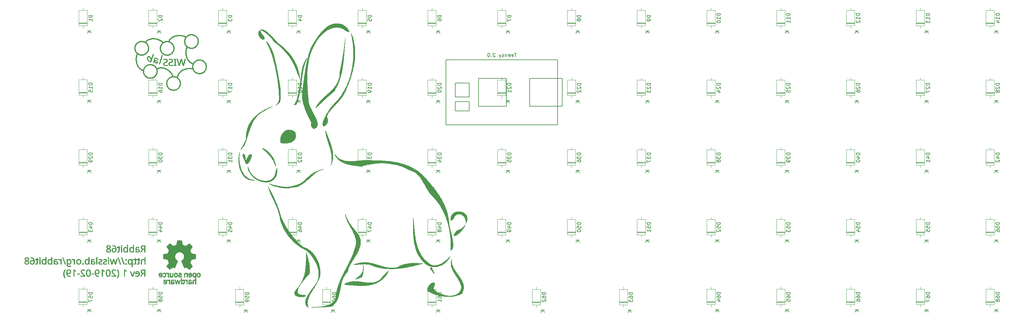
<source format=gbr>
G04 #@! TF.GenerationSoftware,KiCad,Pcbnew,5.0.2-bee76a0~70~ubuntu18.04.1*
G04 #@! TF.CreationDate,2019-02-20T11:48:03+01:00*
G04 #@! TF.ProjectId,kai1,6b616931-2e6b-4696-9361-645f70636258,A*
G04 #@! TF.SameCoordinates,Original*
G04 #@! TF.FileFunction,Legend,Bot*
G04 #@! TF.FilePolarity,Positive*
%FSLAX46Y46*%
G04 Gerber Fmt 4.6, Leading zero omitted, Abs format (unit mm)*
G04 Created by KiCad (PCBNEW 5.0.2-bee76a0~70~ubuntu18.04.1) date Mi 20 Feb 2019 11:48:03 CET*
%MOMM*%
%LPD*%
G01*
G04 APERTURE LIST*
%ADD10C,0.010000*%
%ADD11C,0.150000*%
%ADD12C,0.120000*%
G04 APERTURE END LIST*
D10*
G04 #@! TO.C,G\002A\002A\002A*
G36*
X111258467Y-99742780D02*
X111244554Y-99749668D01*
X111235351Y-99756469D01*
X111226173Y-99766050D01*
X111216689Y-99779233D01*
X111206568Y-99796843D01*
X111195480Y-99819702D01*
X111183095Y-99848634D01*
X111169083Y-99884462D01*
X111153114Y-99928009D01*
X111134857Y-99980099D01*
X111113983Y-100041556D01*
X111090160Y-100113201D01*
X111063059Y-100195859D01*
X111052159Y-100229325D01*
X111038218Y-100270737D01*
X111020501Y-100321111D01*
X111000035Y-100377654D01*
X110977847Y-100437570D01*
X110954967Y-100498067D01*
X110932422Y-100556350D01*
X110923665Y-100578575D01*
X110903106Y-100630747D01*
X110883013Y-100682293D01*
X110864138Y-100731244D01*
X110847232Y-100775632D01*
X110833046Y-100813489D01*
X110822332Y-100842848D01*
X110817464Y-100856801D01*
X110807906Y-100883976D01*
X110799384Y-100906046D01*
X110792876Y-100920615D01*
X110789511Y-100925336D01*
X110784776Y-100920266D01*
X110773928Y-100906067D01*
X110757968Y-100884127D01*
X110737895Y-100855840D01*
X110714708Y-100822596D01*
X110692274Y-100789984D01*
X110664433Y-100749626D01*
X110636268Y-100709462D01*
X110609384Y-100671732D01*
X110585385Y-100638674D01*
X110565877Y-100612530D01*
X110556759Y-100600800D01*
X110527152Y-100565687D01*
X110494037Y-100529708D01*
X110459877Y-100495292D01*
X110427136Y-100464873D01*
X110398275Y-100440882D01*
X110385450Y-100431641D01*
X110344879Y-100406450D01*
X110300396Y-100382038D01*
X110254533Y-100359530D01*
X110209818Y-100340049D01*
X110168781Y-100324721D01*
X110133951Y-100314669D01*
X110114883Y-100311399D01*
X110070102Y-100311644D01*
X110019852Y-100319584D01*
X109967807Y-100334100D01*
X109917643Y-100354078D01*
X109873037Y-100378401D01*
X109856523Y-100389884D01*
X109837334Y-100406557D01*
X109815066Y-100429156D01*
X109794016Y-100453269D01*
X109790687Y-100457431D01*
X109747481Y-100522340D01*
X109713230Y-100595026D01*
X109687907Y-100674289D01*
X109671485Y-100758928D01*
X109663936Y-100847743D01*
X109665233Y-100939533D01*
X109675348Y-101033098D01*
X109694255Y-101127237D01*
X109721926Y-101220749D01*
X109758332Y-101312435D01*
X109803448Y-101401093D01*
X109812573Y-101416775D01*
X109847264Y-101469281D01*
X109890835Y-101524621D01*
X109944138Y-101583812D01*
X109998894Y-101639040D01*
X110071023Y-101706810D01*
X110137445Y-101764158D01*
X110198936Y-101811582D01*
X110256274Y-101849580D01*
X110310236Y-101878649D01*
X110361599Y-101899287D01*
X110411141Y-101911991D01*
X110429828Y-101914864D01*
X110458626Y-101918326D01*
X110479541Y-101920121D01*
X110497277Y-101920270D01*
X110516539Y-101918793D01*
X110542031Y-101915713D01*
X110544679Y-101915372D01*
X110589805Y-101906840D01*
X110637222Y-101893187D01*
X110683426Y-101875777D01*
X110724914Y-101855974D01*
X110758181Y-101835143D01*
X110765371Y-101829459D01*
X110770206Y-101825294D01*
X110774590Y-101820869D01*
X110778833Y-101815254D01*
X110783244Y-101807517D01*
X110788134Y-101796729D01*
X110793812Y-101781959D01*
X110800588Y-101762275D01*
X110808772Y-101736748D01*
X110818674Y-101704446D01*
X110830603Y-101664438D01*
X110844869Y-101615796D01*
X110861782Y-101557586D01*
X110881652Y-101488880D01*
X110900638Y-101423125D01*
X110930573Y-101319708D01*
X110932526Y-101313009D01*
X110624393Y-101313009D01*
X110623299Y-101363536D01*
X110620516Y-101410613D01*
X110616043Y-101451033D01*
X110611844Y-101473925D01*
X110595276Y-101532956D01*
X110574663Y-101585410D01*
X110550829Y-101629751D01*
X110524596Y-101664442D01*
X110497652Y-101687407D01*
X110470921Y-101697189D01*
X110437710Y-101696824D01*
X110397657Y-101686269D01*
X110363120Y-101671742D01*
X110321905Y-101650303D01*
X110283148Y-101625839D01*
X110244420Y-101596510D01*
X110203292Y-101560476D01*
X110157337Y-101515895D01*
X110156850Y-101515406D01*
X110096415Y-101450561D01*
X110045253Y-101386341D01*
X110000692Y-101319052D01*
X109960064Y-101244999D01*
X109957054Y-101238975D01*
X109929153Y-101179961D01*
X109908116Y-101127959D01*
X109893224Y-101079790D01*
X109883759Y-101032279D01*
X109879003Y-100982247D01*
X109878236Y-100926517D01*
X109879170Y-100894401D01*
X109885032Y-100822225D01*
X109896333Y-100756281D01*
X109912643Y-100697535D01*
X109933533Y-100646953D01*
X109958571Y-100605499D01*
X109987327Y-100574141D01*
X110019372Y-100553843D01*
X110033025Y-100549033D01*
X110063159Y-100545879D01*
X110101763Y-100550828D01*
X110149271Y-100563959D01*
X110182726Y-100575988D01*
X110212106Y-100588444D01*
X110237642Y-100602327D01*
X110261710Y-100619501D01*
X110286687Y-100641824D01*
X110314945Y-100671158D01*
X110339987Y-100699181D01*
X110399428Y-100770288D01*
X110453501Y-100841484D01*
X110501380Y-100911425D01*
X110542237Y-100978771D01*
X110575247Y-101042179D01*
X110599583Y-101100309D01*
X110611872Y-101140550D01*
X110617537Y-101172802D01*
X110621513Y-101214435D01*
X110623798Y-101262239D01*
X110624393Y-101313009D01*
X110932526Y-101313009D01*
X110957512Y-101227320D01*
X110981850Y-101144752D01*
X111003979Y-101070793D01*
X111024292Y-101004232D01*
X111043184Y-100943860D01*
X111061047Y-100888467D01*
X111078275Y-100836842D01*
X111095261Y-100787775D01*
X111112398Y-100740056D01*
X111130080Y-100692474D01*
X111148701Y-100643820D01*
X111168653Y-100592884D01*
X111178804Y-100567304D01*
X111224808Y-100449757D01*
X111265244Y-100342174D01*
X111300060Y-100244721D01*
X111329203Y-100157567D01*
X111352622Y-100080876D01*
X111370263Y-100014817D01*
X111382076Y-99959556D01*
X111388007Y-99915259D01*
X111388750Y-99897277D01*
X111384945Y-99854163D01*
X111374295Y-99816108D01*
X111357944Y-99784285D01*
X111337040Y-99759867D01*
X111312728Y-99744028D01*
X111286155Y-99737941D01*
X111258467Y-99742780D01*
X111258467Y-99742780D01*
G37*
X111258467Y-99742780D02*
X111244554Y-99749668D01*
X111235351Y-99756469D01*
X111226173Y-99766050D01*
X111216689Y-99779233D01*
X111206568Y-99796843D01*
X111195480Y-99819702D01*
X111183095Y-99848634D01*
X111169083Y-99884462D01*
X111153114Y-99928009D01*
X111134857Y-99980099D01*
X111113983Y-100041556D01*
X111090160Y-100113201D01*
X111063059Y-100195859D01*
X111052159Y-100229325D01*
X111038218Y-100270737D01*
X111020501Y-100321111D01*
X111000035Y-100377654D01*
X110977847Y-100437570D01*
X110954967Y-100498067D01*
X110932422Y-100556350D01*
X110923665Y-100578575D01*
X110903106Y-100630747D01*
X110883013Y-100682293D01*
X110864138Y-100731244D01*
X110847232Y-100775632D01*
X110833046Y-100813489D01*
X110822332Y-100842848D01*
X110817464Y-100856801D01*
X110807906Y-100883976D01*
X110799384Y-100906046D01*
X110792876Y-100920615D01*
X110789511Y-100925336D01*
X110784776Y-100920266D01*
X110773928Y-100906067D01*
X110757968Y-100884127D01*
X110737895Y-100855840D01*
X110714708Y-100822596D01*
X110692274Y-100789984D01*
X110664433Y-100749626D01*
X110636268Y-100709462D01*
X110609384Y-100671732D01*
X110585385Y-100638674D01*
X110565877Y-100612530D01*
X110556759Y-100600800D01*
X110527152Y-100565687D01*
X110494037Y-100529708D01*
X110459877Y-100495292D01*
X110427136Y-100464873D01*
X110398275Y-100440882D01*
X110385450Y-100431641D01*
X110344879Y-100406450D01*
X110300396Y-100382038D01*
X110254533Y-100359530D01*
X110209818Y-100340049D01*
X110168781Y-100324721D01*
X110133951Y-100314669D01*
X110114883Y-100311399D01*
X110070102Y-100311644D01*
X110019852Y-100319584D01*
X109967807Y-100334100D01*
X109917643Y-100354078D01*
X109873037Y-100378401D01*
X109856523Y-100389884D01*
X109837334Y-100406557D01*
X109815066Y-100429156D01*
X109794016Y-100453269D01*
X109790687Y-100457431D01*
X109747481Y-100522340D01*
X109713230Y-100595026D01*
X109687907Y-100674289D01*
X109671485Y-100758928D01*
X109663936Y-100847743D01*
X109665233Y-100939533D01*
X109675348Y-101033098D01*
X109694255Y-101127237D01*
X109721926Y-101220749D01*
X109758332Y-101312435D01*
X109803448Y-101401093D01*
X109812573Y-101416775D01*
X109847264Y-101469281D01*
X109890835Y-101524621D01*
X109944138Y-101583812D01*
X109998894Y-101639040D01*
X110071023Y-101706810D01*
X110137445Y-101764158D01*
X110198936Y-101811582D01*
X110256274Y-101849580D01*
X110310236Y-101878649D01*
X110361599Y-101899287D01*
X110411141Y-101911991D01*
X110429828Y-101914864D01*
X110458626Y-101918326D01*
X110479541Y-101920121D01*
X110497277Y-101920270D01*
X110516539Y-101918793D01*
X110542031Y-101915713D01*
X110544679Y-101915372D01*
X110589805Y-101906840D01*
X110637222Y-101893187D01*
X110683426Y-101875777D01*
X110724914Y-101855974D01*
X110758181Y-101835143D01*
X110765371Y-101829459D01*
X110770206Y-101825294D01*
X110774590Y-101820869D01*
X110778833Y-101815254D01*
X110783244Y-101807517D01*
X110788134Y-101796729D01*
X110793812Y-101781959D01*
X110800588Y-101762275D01*
X110808772Y-101736748D01*
X110818674Y-101704446D01*
X110830603Y-101664438D01*
X110844869Y-101615796D01*
X110861782Y-101557586D01*
X110881652Y-101488880D01*
X110900638Y-101423125D01*
X110930573Y-101319708D01*
X110932526Y-101313009D01*
X110624393Y-101313009D01*
X110623299Y-101363536D01*
X110620516Y-101410613D01*
X110616043Y-101451033D01*
X110611844Y-101473925D01*
X110595276Y-101532956D01*
X110574663Y-101585410D01*
X110550829Y-101629751D01*
X110524596Y-101664442D01*
X110497652Y-101687407D01*
X110470921Y-101697189D01*
X110437710Y-101696824D01*
X110397657Y-101686269D01*
X110363120Y-101671742D01*
X110321905Y-101650303D01*
X110283148Y-101625839D01*
X110244420Y-101596510D01*
X110203292Y-101560476D01*
X110157337Y-101515895D01*
X110156850Y-101515406D01*
X110096415Y-101450561D01*
X110045253Y-101386341D01*
X110000692Y-101319052D01*
X109960064Y-101244999D01*
X109957054Y-101238975D01*
X109929153Y-101179961D01*
X109908116Y-101127959D01*
X109893224Y-101079790D01*
X109883759Y-101032279D01*
X109879003Y-100982247D01*
X109878236Y-100926517D01*
X109879170Y-100894401D01*
X109885032Y-100822225D01*
X109896333Y-100756281D01*
X109912643Y-100697535D01*
X109933533Y-100646953D01*
X109958571Y-100605499D01*
X109987327Y-100574141D01*
X110019372Y-100553843D01*
X110033025Y-100549033D01*
X110063159Y-100545879D01*
X110101763Y-100550828D01*
X110149271Y-100563959D01*
X110182726Y-100575988D01*
X110212106Y-100588444D01*
X110237642Y-100602327D01*
X110261710Y-100619501D01*
X110286687Y-100641824D01*
X110314945Y-100671158D01*
X110339987Y-100699181D01*
X110399428Y-100770288D01*
X110453501Y-100841484D01*
X110501380Y-100911425D01*
X110542237Y-100978771D01*
X110575247Y-101042179D01*
X110599583Y-101100309D01*
X110611872Y-101140550D01*
X110617537Y-101172802D01*
X110621513Y-101214435D01*
X110623798Y-101262239D01*
X110624393Y-101313009D01*
X110932526Y-101313009D01*
X110957512Y-101227320D01*
X110981850Y-101144752D01*
X111003979Y-101070793D01*
X111024292Y-101004232D01*
X111043184Y-100943860D01*
X111061047Y-100888467D01*
X111078275Y-100836842D01*
X111095261Y-100787775D01*
X111112398Y-100740056D01*
X111130080Y-100692474D01*
X111148701Y-100643820D01*
X111168653Y-100592884D01*
X111178804Y-100567304D01*
X111224808Y-100449757D01*
X111265244Y-100342174D01*
X111300060Y-100244721D01*
X111329203Y-100157567D01*
X111352622Y-100080876D01*
X111370263Y-100014817D01*
X111382076Y-99959556D01*
X111388007Y-99915259D01*
X111388750Y-99897277D01*
X111384945Y-99854163D01*
X111374295Y-99816108D01*
X111357944Y-99784285D01*
X111337040Y-99759867D01*
X111312728Y-99744028D01*
X111286155Y-99737941D01*
X111258467Y-99742780D01*
G36*
X111902714Y-100735385D02*
X111845100Y-100746594D01*
X111844574Y-100746756D01*
X111791718Y-100769127D01*
X111739841Y-100802576D01*
X111690671Y-100845502D01*
X111645934Y-100896306D01*
X111607359Y-100953387D01*
X111592890Y-100979869D01*
X111584169Y-101000545D01*
X111572791Y-101033432D01*
X111558816Y-101078336D01*
X111542298Y-101135062D01*
X111523294Y-101203414D01*
X111501862Y-101283197D01*
X111478057Y-101374216D01*
X111474447Y-101388200D01*
X111448026Y-101489774D01*
X111423939Y-101580390D01*
X111401786Y-101661494D01*
X111381166Y-101734528D01*
X111361678Y-101800937D01*
X111343256Y-101861100D01*
X111330628Y-101904361D01*
X111323119Y-101938749D01*
X111320639Y-101966974D01*
X111323102Y-101991746D01*
X111330418Y-102015776D01*
X111337704Y-102032215D01*
X111358790Y-102066641D01*
X111382652Y-102089077D01*
X111408820Y-102099360D01*
X111436821Y-102097326D01*
X111466184Y-102082811D01*
X111471705Y-102078762D01*
X111492549Y-102057660D01*
X111514925Y-102025955D01*
X111537767Y-101985474D01*
X111560008Y-101938045D01*
X111573838Y-101903827D01*
X111583118Y-101881131D01*
X111591174Y-101864533D01*
X111596792Y-101856397D01*
X111598276Y-101856202D01*
X111603565Y-101863387D01*
X111614152Y-101878515D01*
X111628235Y-101898999D01*
X111637003Y-101911882D01*
X111672621Y-101959191D01*
X111716560Y-102009321D01*
X111766044Y-102059628D01*
X111818300Y-102107471D01*
X111870550Y-102150206D01*
X111920021Y-102185193D01*
X111931675Y-102192447D01*
X111984595Y-102219408D01*
X112041788Y-102239995D01*
X112091642Y-102251206D01*
X112120583Y-102254327D01*
X112157002Y-102256358D01*
X112197786Y-102257322D01*
X112239820Y-102257243D01*
X112279993Y-102256145D01*
X112315190Y-102254053D01*
X112342299Y-102250988D01*
X112351367Y-102249218D01*
X112391289Y-102235176D01*
X112424829Y-102213279D01*
X112453513Y-102182105D01*
X112478867Y-102140229D01*
X112487470Y-102122269D01*
X112515316Y-102048238D01*
X112530779Y-101976160D01*
X112531291Y-101968687D01*
X112320520Y-101968687D01*
X112312462Y-102009238D01*
X112303716Y-102031189D01*
X112291249Y-102047024D01*
X112273195Y-102057552D01*
X112247688Y-102063582D01*
X112212865Y-102065922D01*
X112181985Y-102065798D01*
X112152466Y-102064803D01*
X112130835Y-102062559D01*
X112112279Y-102057887D01*
X112091986Y-102049610D01*
X112067685Y-102037817D01*
X112035202Y-102020367D01*
X111997402Y-101998082D01*
X111957501Y-101973042D01*
X111918711Y-101947330D01*
X111884245Y-101923026D01*
X111857319Y-101902212D01*
X111854033Y-101899437D01*
X111830869Y-101873891D01*
X111820575Y-101851840D01*
X111814787Y-101838157D01*
X111803152Y-101816494D01*
X111787086Y-101789291D01*
X111768004Y-101758985D01*
X111756442Y-101741437D01*
X111730609Y-101701725D01*
X111712781Y-101671646D01*
X111702988Y-101651253D01*
X111701000Y-101641600D01*
X111709759Y-101623122D01*
X111728901Y-101608999D01*
X111756924Y-101599104D01*
X111792329Y-101593310D01*
X111833616Y-101591491D01*
X111879282Y-101593519D01*
X111927829Y-101599268D01*
X111977756Y-101608610D01*
X112027562Y-101621420D01*
X112075746Y-101637570D01*
X112120809Y-101656934D01*
X112161249Y-101679385D01*
X112163244Y-101680664D01*
X112213130Y-101718945D01*
X112254432Y-101763065D01*
X112286487Y-101811562D01*
X112308629Y-101862973D01*
X112320195Y-101915835D01*
X112320520Y-101968687D01*
X112531291Y-101968687D01*
X112534300Y-101924775D01*
X112531514Y-101876803D01*
X112522005Y-101832104D01*
X112504897Y-101789023D01*
X112479312Y-101745902D01*
X112444375Y-101701086D01*
X112399210Y-101652919D01*
X112381048Y-101635178D01*
X112298829Y-101562369D01*
X112216893Y-101501852D01*
X112135395Y-101453714D01*
X112054487Y-101418045D01*
X111974324Y-101394932D01*
X111954919Y-101391212D01*
X111893406Y-101385561D01*
X111837964Y-101390940D01*
X111788317Y-101407377D01*
X111783379Y-101409771D01*
X111758596Y-101419570D01*
X111730417Y-101427097D01*
X111719440Y-101428958D01*
X111697628Y-101432649D01*
X111679557Y-101437246D01*
X111672801Y-101439909D01*
X111663988Y-101443269D01*
X111663131Y-101437883D01*
X111663943Y-101434782D01*
X111666823Y-101424236D01*
X111672139Y-101404324D01*
X111679116Y-101377965D01*
X111686448Y-101350100D01*
X111713454Y-101255216D01*
X111741496Y-101172405D01*
X111770524Y-101101746D01*
X111800486Y-101043319D01*
X111831333Y-100997204D01*
X111863012Y-100963482D01*
X111895473Y-100942232D01*
X111928666Y-100933534D01*
X111950209Y-100934582D01*
X111977156Y-100940922D01*
X112011770Y-100951729D01*
X112050415Y-100965675D01*
X112089456Y-100981432D01*
X112125260Y-100997672D01*
X112131727Y-101000869D01*
X112159463Y-101016008D01*
X112195365Y-101037446D01*
X112237429Y-101063882D01*
X112283650Y-101094009D01*
X112332024Y-101126523D01*
X112380545Y-101160120D01*
X112422457Y-101190041D01*
X112469512Y-101223679D01*
X112508152Y-101250033D01*
X112539784Y-101269868D01*
X112565817Y-101283948D01*
X112587659Y-101293037D01*
X112606721Y-101297899D01*
X112623910Y-101299300D01*
X112648561Y-101293803D01*
X112667062Y-101278254D01*
X112678733Y-101254060D01*
X112682893Y-101222633D01*
X112678892Y-101185529D01*
X112669256Y-101153580D01*
X112653606Y-101125268D01*
X112630001Y-101097835D01*
X112596672Y-101068659D01*
X112577170Y-101054022D01*
X112548584Y-101033829D01*
X112512624Y-101009211D01*
X112471001Y-100981302D01*
X112425427Y-100951231D01*
X112377614Y-100920133D01*
X112329271Y-100889139D01*
X112282110Y-100859382D01*
X112253571Y-100841652D01*
X112177520Y-100799335D01*
X112103661Y-100767377D01*
X112032742Y-100745950D01*
X111965510Y-100735228D01*
X111902714Y-100735385D01*
X111902714Y-100735385D01*
G37*
X111902714Y-100735385D02*
X111845100Y-100746594D01*
X111844574Y-100746756D01*
X111791718Y-100769127D01*
X111739841Y-100802576D01*
X111690671Y-100845502D01*
X111645934Y-100896306D01*
X111607359Y-100953387D01*
X111592890Y-100979869D01*
X111584169Y-101000545D01*
X111572791Y-101033432D01*
X111558816Y-101078336D01*
X111542298Y-101135062D01*
X111523294Y-101203414D01*
X111501862Y-101283197D01*
X111478057Y-101374216D01*
X111474447Y-101388200D01*
X111448026Y-101489774D01*
X111423939Y-101580390D01*
X111401786Y-101661494D01*
X111381166Y-101734528D01*
X111361678Y-101800937D01*
X111343256Y-101861100D01*
X111330628Y-101904361D01*
X111323119Y-101938749D01*
X111320639Y-101966974D01*
X111323102Y-101991746D01*
X111330418Y-102015776D01*
X111337704Y-102032215D01*
X111358790Y-102066641D01*
X111382652Y-102089077D01*
X111408820Y-102099360D01*
X111436821Y-102097326D01*
X111466184Y-102082811D01*
X111471705Y-102078762D01*
X111492549Y-102057660D01*
X111514925Y-102025955D01*
X111537767Y-101985474D01*
X111560008Y-101938045D01*
X111573838Y-101903827D01*
X111583118Y-101881131D01*
X111591174Y-101864533D01*
X111596792Y-101856397D01*
X111598276Y-101856202D01*
X111603565Y-101863387D01*
X111614152Y-101878515D01*
X111628235Y-101898999D01*
X111637003Y-101911882D01*
X111672621Y-101959191D01*
X111716560Y-102009321D01*
X111766044Y-102059628D01*
X111818300Y-102107471D01*
X111870550Y-102150206D01*
X111920021Y-102185193D01*
X111931675Y-102192447D01*
X111984595Y-102219408D01*
X112041788Y-102239995D01*
X112091642Y-102251206D01*
X112120583Y-102254327D01*
X112157002Y-102256358D01*
X112197786Y-102257322D01*
X112239820Y-102257243D01*
X112279993Y-102256145D01*
X112315190Y-102254053D01*
X112342299Y-102250988D01*
X112351367Y-102249218D01*
X112391289Y-102235176D01*
X112424829Y-102213279D01*
X112453513Y-102182105D01*
X112478867Y-102140229D01*
X112487470Y-102122269D01*
X112515316Y-102048238D01*
X112530779Y-101976160D01*
X112531291Y-101968687D01*
X112320520Y-101968687D01*
X112312462Y-102009238D01*
X112303716Y-102031189D01*
X112291249Y-102047024D01*
X112273195Y-102057552D01*
X112247688Y-102063582D01*
X112212865Y-102065922D01*
X112181985Y-102065798D01*
X112152466Y-102064803D01*
X112130835Y-102062559D01*
X112112279Y-102057887D01*
X112091986Y-102049610D01*
X112067685Y-102037817D01*
X112035202Y-102020367D01*
X111997402Y-101998082D01*
X111957501Y-101973042D01*
X111918711Y-101947330D01*
X111884245Y-101923026D01*
X111857319Y-101902212D01*
X111854033Y-101899437D01*
X111830869Y-101873891D01*
X111820575Y-101851840D01*
X111814787Y-101838157D01*
X111803152Y-101816494D01*
X111787086Y-101789291D01*
X111768004Y-101758985D01*
X111756442Y-101741437D01*
X111730609Y-101701725D01*
X111712781Y-101671646D01*
X111702988Y-101651253D01*
X111701000Y-101641600D01*
X111709759Y-101623122D01*
X111728901Y-101608999D01*
X111756924Y-101599104D01*
X111792329Y-101593310D01*
X111833616Y-101591491D01*
X111879282Y-101593519D01*
X111927829Y-101599268D01*
X111977756Y-101608610D01*
X112027562Y-101621420D01*
X112075746Y-101637570D01*
X112120809Y-101656934D01*
X112161249Y-101679385D01*
X112163244Y-101680664D01*
X112213130Y-101718945D01*
X112254432Y-101763065D01*
X112286487Y-101811562D01*
X112308629Y-101862973D01*
X112320195Y-101915835D01*
X112320520Y-101968687D01*
X112531291Y-101968687D01*
X112534300Y-101924775D01*
X112531514Y-101876803D01*
X112522005Y-101832104D01*
X112504897Y-101789023D01*
X112479312Y-101745902D01*
X112444375Y-101701086D01*
X112399210Y-101652919D01*
X112381048Y-101635178D01*
X112298829Y-101562369D01*
X112216893Y-101501852D01*
X112135395Y-101453714D01*
X112054487Y-101418045D01*
X111974324Y-101394932D01*
X111954919Y-101391212D01*
X111893406Y-101385561D01*
X111837964Y-101390940D01*
X111788317Y-101407377D01*
X111783379Y-101409771D01*
X111758596Y-101419570D01*
X111730417Y-101427097D01*
X111719440Y-101428958D01*
X111697628Y-101432649D01*
X111679557Y-101437246D01*
X111672801Y-101439909D01*
X111663988Y-101443269D01*
X111663131Y-101437883D01*
X111663943Y-101434782D01*
X111666823Y-101424236D01*
X111672139Y-101404324D01*
X111679116Y-101377965D01*
X111686448Y-101350100D01*
X111713454Y-101255216D01*
X111741496Y-101172405D01*
X111770524Y-101101746D01*
X111800486Y-101043319D01*
X111831333Y-100997204D01*
X111863012Y-100963482D01*
X111895473Y-100942232D01*
X111928666Y-100933534D01*
X111950209Y-100934582D01*
X111977156Y-100940922D01*
X112011770Y-100951729D01*
X112050415Y-100965675D01*
X112089456Y-100981432D01*
X112125260Y-100997672D01*
X112131727Y-101000869D01*
X112159463Y-101016008D01*
X112195365Y-101037446D01*
X112237429Y-101063882D01*
X112283650Y-101094009D01*
X112332024Y-101126523D01*
X112380545Y-101160120D01*
X112422457Y-101190041D01*
X112469512Y-101223679D01*
X112508152Y-101250033D01*
X112539784Y-101269868D01*
X112565817Y-101283948D01*
X112587659Y-101293037D01*
X112606721Y-101297899D01*
X112623910Y-101299300D01*
X112648561Y-101293803D01*
X112667062Y-101278254D01*
X112678733Y-101254060D01*
X112682893Y-101222633D01*
X112678892Y-101185529D01*
X112669256Y-101153580D01*
X112653606Y-101125268D01*
X112630001Y-101097835D01*
X112596672Y-101068659D01*
X112577170Y-101054022D01*
X112548584Y-101033829D01*
X112512624Y-101009211D01*
X112471001Y-100981302D01*
X112425427Y-100951231D01*
X112377614Y-100920133D01*
X112329271Y-100889139D01*
X112282110Y-100859382D01*
X112253571Y-100841652D01*
X112177520Y-100799335D01*
X112103661Y-100767377D01*
X112032742Y-100745950D01*
X111965510Y-100735228D01*
X111902714Y-100735385D01*
G36*
X113720647Y-99982610D02*
X113708834Y-99985012D01*
X113698152Y-99990526D01*
X113688032Y-100000212D01*
X113677908Y-100015129D01*
X113667212Y-100036335D01*
X113655377Y-100064892D01*
X113641835Y-100101858D01*
X113626020Y-100148292D01*
X113607365Y-100205254D01*
X113596173Y-100239945D01*
X113575229Y-100305315D01*
X113552139Y-100377847D01*
X113527125Y-100456820D01*
X113500408Y-100541514D01*
X113472212Y-100631210D01*
X113442757Y-100725185D01*
X113412265Y-100822721D01*
X113380960Y-100923096D01*
X113349061Y-101025590D01*
X113316792Y-101129483D01*
X113284374Y-101234055D01*
X113252029Y-101338585D01*
X113219980Y-101442352D01*
X113188447Y-101544636D01*
X113157654Y-101644718D01*
X113127821Y-101741875D01*
X113099171Y-101835389D01*
X113071926Y-101924539D01*
X113046307Y-102008604D01*
X113022537Y-102086864D01*
X113000838Y-102158598D01*
X112981430Y-102223087D01*
X112964538Y-102279610D01*
X112950381Y-102327445D01*
X112939182Y-102365874D01*
X112931164Y-102394176D01*
X112926547Y-102411629D01*
X112925450Y-102417213D01*
X112931272Y-102446552D01*
X112948311Y-102470386D01*
X112971315Y-102485689D01*
X113008077Y-102498996D01*
X113041301Y-102502718D01*
X113060801Y-102499541D01*
X113091298Y-102484221D01*
X113118008Y-102458058D01*
X113141715Y-102420259D01*
X113144241Y-102415218D01*
X113151674Y-102399376D01*
X113159720Y-102380739D01*
X113168638Y-102358551D01*
X113178683Y-102332057D01*
X113190110Y-102300501D01*
X113203177Y-102263129D01*
X113218139Y-102219185D01*
X113235253Y-102167914D01*
X113254774Y-102108561D01*
X113276959Y-102040370D01*
X113302063Y-101962586D01*
X113330344Y-101874454D01*
X113362057Y-101775219D01*
X113374102Y-101737450D01*
X113399302Y-101658454D01*
X113425362Y-101576874D01*
X113451705Y-101494507D01*
X113477754Y-101413150D01*
X113502935Y-101334600D01*
X113526670Y-101260655D01*
X113548383Y-101193110D01*
X113567499Y-101133765D01*
X113583442Y-101084415D01*
X113585827Y-101077050D01*
X113619513Y-100972308D01*
X113649278Y-100878000D01*
X113675543Y-100792620D01*
X113698728Y-100714668D01*
X113719253Y-100642641D01*
X113737541Y-100575035D01*
X113754010Y-100510350D01*
X113769082Y-100447081D01*
X113783178Y-100383726D01*
X113792935Y-100337334D01*
X113803198Y-100281983D01*
X113811243Y-100227379D01*
X113816956Y-100175353D01*
X113820226Y-100127740D01*
X113820941Y-100086373D01*
X113818990Y-100053085D01*
X113814259Y-100029710D01*
X113812042Y-100024431D01*
X113793961Y-100002651D01*
X113767305Y-99988103D01*
X113734830Y-99982277D01*
X113734157Y-99982260D01*
X113720647Y-99982610D01*
X113720647Y-99982610D01*
G37*
X113720647Y-99982610D02*
X113708834Y-99985012D01*
X113698152Y-99990526D01*
X113688032Y-100000212D01*
X113677908Y-100015129D01*
X113667212Y-100036335D01*
X113655377Y-100064892D01*
X113641835Y-100101858D01*
X113626020Y-100148292D01*
X113607365Y-100205254D01*
X113596173Y-100239945D01*
X113575229Y-100305315D01*
X113552139Y-100377847D01*
X113527125Y-100456820D01*
X113500408Y-100541514D01*
X113472212Y-100631210D01*
X113442757Y-100725185D01*
X113412265Y-100822721D01*
X113380960Y-100923096D01*
X113349061Y-101025590D01*
X113316792Y-101129483D01*
X113284374Y-101234055D01*
X113252029Y-101338585D01*
X113219980Y-101442352D01*
X113188447Y-101544636D01*
X113157654Y-101644718D01*
X113127821Y-101741875D01*
X113099171Y-101835389D01*
X113071926Y-101924539D01*
X113046307Y-102008604D01*
X113022537Y-102086864D01*
X113000838Y-102158598D01*
X112981430Y-102223087D01*
X112964538Y-102279610D01*
X112950381Y-102327445D01*
X112939182Y-102365874D01*
X112931164Y-102394176D01*
X112926547Y-102411629D01*
X112925450Y-102417213D01*
X112931272Y-102446552D01*
X112948311Y-102470386D01*
X112971315Y-102485689D01*
X113008077Y-102498996D01*
X113041301Y-102502718D01*
X113060801Y-102499541D01*
X113091298Y-102484221D01*
X113118008Y-102458058D01*
X113141715Y-102420259D01*
X113144241Y-102415218D01*
X113151674Y-102399376D01*
X113159720Y-102380739D01*
X113168638Y-102358551D01*
X113178683Y-102332057D01*
X113190110Y-102300501D01*
X113203177Y-102263129D01*
X113218139Y-102219185D01*
X113235253Y-102167914D01*
X113254774Y-102108561D01*
X113276959Y-102040370D01*
X113302063Y-101962586D01*
X113330344Y-101874454D01*
X113362057Y-101775219D01*
X113374102Y-101737450D01*
X113399302Y-101658454D01*
X113425362Y-101576874D01*
X113451705Y-101494507D01*
X113477754Y-101413150D01*
X113502935Y-101334600D01*
X113526670Y-101260655D01*
X113548383Y-101193110D01*
X113567499Y-101133765D01*
X113583442Y-101084415D01*
X113585827Y-101077050D01*
X113619513Y-100972308D01*
X113649278Y-100878000D01*
X113675543Y-100792620D01*
X113698728Y-100714668D01*
X113719253Y-100642641D01*
X113737541Y-100575035D01*
X113754010Y-100510350D01*
X113769082Y-100447081D01*
X113783178Y-100383726D01*
X113792935Y-100337334D01*
X113803198Y-100281983D01*
X113811243Y-100227379D01*
X113816956Y-100175353D01*
X113820226Y-100127740D01*
X113820941Y-100086373D01*
X113818990Y-100053085D01*
X113814259Y-100029710D01*
X113812042Y-100024431D01*
X113793961Y-100002651D01*
X113767305Y-99988103D01*
X113734830Y-99982277D01*
X113734157Y-99982260D01*
X113720647Y-99982610D01*
G36*
X116938650Y-101196581D02*
X117049775Y-101223100D01*
X117160900Y-101249618D01*
X117160900Y-102004281D01*
X117160893Y-102118163D01*
X117160864Y-102220017D01*
X117160804Y-102310516D01*
X117160703Y-102390331D01*
X117160551Y-102460134D01*
X117160338Y-102520598D01*
X117160055Y-102572394D01*
X117159691Y-102616195D01*
X117159236Y-102652673D01*
X117158681Y-102682500D01*
X117158017Y-102706348D01*
X117157232Y-102724889D01*
X117156318Y-102738795D01*
X117155264Y-102748738D01*
X117154060Y-102755391D01*
X117152697Y-102759426D01*
X117151165Y-102761514D01*
X117149788Y-102762241D01*
X117139789Y-102764763D01*
X117119960Y-102769424D01*
X117092876Y-102775631D01*
X117061109Y-102782789D01*
X117049775Y-102785317D01*
X117017009Y-102792654D01*
X116988056Y-102799227D01*
X116965490Y-102804444D01*
X116951882Y-102807714D01*
X116949763Y-102808275D01*
X116944825Y-102811126D01*
X116941590Y-102817801D01*
X116939713Y-102830556D01*
X116938848Y-102851644D01*
X116938650Y-102880877D01*
X116938650Y-102950300D01*
X117277317Y-102950300D01*
X117341731Y-102950222D01*
X117402291Y-102950001D01*
X117457812Y-102949649D01*
X117507112Y-102949182D01*
X117549007Y-102948614D01*
X117582313Y-102947960D01*
X117605846Y-102947235D01*
X117618424Y-102946452D01*
X117620217Y-102946066D01*
X117621666Y-102938901D01*
X117622883Y-102922610D01*
X117623814Y-102900364D01*
X117624407Y-102875329D01*
X117624607Y-102850676D01*
X117624362Y-102829572D01*
X117623617Y-102815186D01*
X117622502Y-102810600D01*
X117615586Y-102809243D01*
X117598828Y-102805562D01*
X117574748Y-102800137D01*
X117545865Y-102793550D01*
X117514702Y-102786381D01*
X117483778Y-102779212D01*
X117455613Y-102772624D01*
X117432728Y-102767198D01*
X117417644Y-102763515D01*
X117413313Y-102762362D01*
X117411636Y-102761343D01*
X117410136Y-102758924D01*
X117408804Y-102754434D01*
X117407629Y-102747202D01*
X117406602Y-102736553D01*
X117405713Y-102721817D01*
X117404951Y-102702321D01*
X117404308Y-102677393D01*
X117403773Y-102646361D01*
X117403336Y-102608552D01*
X117402988Y-102563295D01*
X117402718Y-102509917D01*
X117402517Y-102447746D01*
X117402375Y-102376110D01*
X117402283Y-102294337D01*
X117402229Y-102201754D01*
X117402205Y-102097689D01*
X117402200Y-102004222D01*
X117402200Y-101249500D01*
X117513325Y-101222741D01*
X117624450Y-101195983D01*
X117624450Y-101058000D01*
X116938650Y-101058000D01*
X116938650Y-101196581D01*
X116938650Y-101196581D01*
G37*
X116938650Y-101196581D02*
X117049775Y-101223100D01*
X117160900Y-101249618D01*
X117160900Y-102004281D01*
X117160893Y-102118163D01*
X117160864Y-102220017D01*
X117160804Y-102310516D01*
X117160703Y-102390331D01*
X117160551Y-102460134D01*
X117160338Y-102520598D01*
X117160055Y-102572394D01*
X117159691Y-102616195D01*
X117159236Y-102652673D01*
X117158681Y-102682500D01*
X117158017Y-102706348D01*
X117157232Y-102724889D01*
X117156318Y-102738795D01*
X117155264Y-102748738D01*
X117154060Y-102755391D01*
X117152697Y-102759426D01*
X117151165Y-102761514D01*
X117149788Y-102762241D01*
X117139789Y-102764763D01*
X117119960Y-102769424D01*
X117092876Y-102775631D01*
X117061109Y-102782789D01*
X117049775Y-102785317D01*
X117017009Y-102792654D01*
X116988056Y-102799227D01*
X116965490Y-102804444D01*
X116951882Y-102807714D01*
X116949763Y-102808275D01*
X116944825Y-102811126D01*
X116941590Y-102817801D01*
X116939713Y-102830556D01*
X116938848Y-102851644D01*
X116938650Y-102880877D01*
X116938650Y-102950300D01*
X117277317Y-102950300D01*
X117341731Y-102950222D01*
X117402291Y-102950001D01*
X117457812Y-102949649D01*
X117507112Y-102949182D01*
X117549007Y-102948614D01*
X117582313Y-102947960D01*
X117605846Y-102947235D01*
X117618424Y-102946452D01*
X117620217Y-102946066D01*
X117621666Y-102938901D01*
X117622883Y-102922610D01*
X117623814Y-102900364D01*
X117624407Y-102875329D01*
X117624607Y-102850676D01*
X117624362Y-102829572D01*
X117623617Y-102815186D01*
X117622502Y-102810600D01*
X117615586Y-102809243D01*
X117598828Y-102805562D01*
X117574748Y-102800137D01*
X117545865Y-102793550D01*
X117514702Y-102786381D01*
X117483778Y-102779212D01*
X117455613Y-102772624D01*
X117432728Y-102767198D01*
X117417644Y-102763515D01*
X117413313Y-102762362D01*
X117411636Y-102761343D01*
X117410136Y-102758924D01*
X117408804Y-102754434D01*
X117407629Y-102747202D01*
X117406602Y-102736553D01*
X117405713Y-102721817D01*
X117404951Y-102702321D01*
X117404308Y-102677393D01*
X117403773Y-102646361D01*
X117403336Y-102608552D01*
X117402988Y-102563295D01*
X117402718Y-102509917D01*
X117402517Y-102447746D01*
X117402375Y-102376110D01*
X117402283Y-102294337D01*
X117402229Y-102201754D01*
X117402205Y-102097689D01*
X117402200Y-102004222D01*
X117402200Y-101249500D01*
X117513325Y-101222741D01*
X117624450Y-101195983D01*
X117624450Y-101058000D01*
X116938650Y-101058000D01*
X116938650Y-101196581D01*
G36*
X119993718Y-101058244D02*
X119960499Y-101058923D01*
X119933837Y-101059958D01*
X119915750Y-101061269D01*
X119908259Y-101062778D01*
X119908205Y-101062845D01*
X119906256Y-101069546D01*
X119901394Y-101087730D01*
X119893832Y-101116572D01*
X119883783Y-101155245D01*
X119871459Y-101202925D01*
X119857073Y-101258784D01*
X119840836Y-101321997D01*
X119822963Y-101391739D01*
X119803664Y-101467183D01*
X119783153Y-101547503D01*
X119761641Y-101631874D01*
X119746056Y-101693083D01*
X119713247Y-101822381D01*
X119683620Y-101939968D01*
X119657046Y-102046391D01*
X119633396Y-102142201D01*
X119612543Y-102227946D01*
X119594358Y-102304176D01*
X119578712Y-102371439D01*
X119565478Y-102430285D01*
X119554527Y-102481264D01*
X119545731Y-102524923D01*
X119538961Y-102561813D01*
X119534089Y-102592483D01*
X119531760Y-102610369D01*
X119529306Y-102627861D01*
X119526726Y-102636874D01*
X119523735Y-102636700D01*
X119520048Y-102626629D01*
X119515381Y-102605953D01*
X119509447Y-102573963D01*
X119503761Y-102540725D01*
X119499044Y-102513926D01*
X119493586Y-102485732D01*
X119487182Y-102455375D01*
X119479623Y-102422085D01*
X119470701Y-102385096D01*
X119460208Y-102343639D01*
X119447937Y-102296946D01*
X119433680Y-102244249D01*
X119417228Y-102184780D01*
X119398375Y-102117771D01*
X119376912Y-102042454D01*
X119352631Y-101958061D01*
X119325324Y-101863823D01*
X119294784Y-101758974D01*
X119260803Y-101642744D01*
X119260104Y-101640357D01*
X119235883Y-101557605D01*
X119212702Y-101478346D01*
X119190807Y-101403426D01*
X119170443Y-101333688D01*
X119151858Y-101269978D01*
X119135296Y-101213139D01*
X119121004Y-101164016D01*
X119109228Y-101123454D01*
X119100214Y-101092296D01*
X119094208Y-101071388D01*
X119091455Y-101061573D01*
X119091300Y-101060920D01*
X119085272Y-101060020D01*
X119068473Y-101059232D01*
X119042832Y-101058603D01*
X119010278Y-101058178D01*
X118972740Y-101058002D01*
X118967969Y-101058000D01*
X118844637Y-101058000D01*
X118825538Y-101119912D01*
X118817101Y-101147423D01*
X118805738Y-101184731D01*
X118791775Y-101230746D01*
X118775541Y-101284378D01*
X118757362Y-101344534D01*
X118737568Y-101410125D01*
X118716484Y-101480060D01*
X118694440Y-101553249D01*
X118671763Y-101628600D01*
X118648781Y-101705024D01*
X118625821Y-101781429D01*
X118603211Y-101856725D01*
X118581279Y-101929821D01*
X118560353Y-101999626D01*
X118540760Y-102065051D01*
X118522828Y-102125004D01*
X118506884Y-102178394D01*
X118493257Y-102224131D01*
X118482275Y-102261125D01*
X118474264Y-102288284D01*
X118469553Y-102304518D01*
X118469199Y-102305775D01*
X118462165Y-102332504D01*
X118453924Y-102366457D01*
X118444930Y-102405470D01*
X118435640Y-102447378D01*
X118426508Y-102490018D01*
X118417989Y-102531224D01*
X118410539Y-102568833D01*
X118404613Y-102600681D01*
X118400667Y-102624602D01*
X118399154Y-102638434D01*
X118399150Y-102638818D01*
X118398675Y-102649461D01*
X118397146Y-102650729D01*
X118394411Y-102641990D01*
X118390318Y-102622610D01*
X118384715Y-102591956D01*
X118377450Y-102549397D01*
X118377061Y-102547075D01*
X118372238Y-102521498D01*
X118364442Y-102484769D01*
X118353651Y-102436797D01*
X118339843Y-102377492D01*
X118322995Y-102306763D01*
X118303086Y-102224519D01*
X118280092Y-102130668D01*
X118253991Y-102025121D01*
X118224762Y-101907787D01*
X118192382Y-101778574D01*
X118156829Y-101637392D01*
X118118080Y-101484150D01*
X118076113Y-101318758D01*
X118058651Y-101250087D01*
X118009780Y-101058000D01*
X117763141Y-101058000D01*
X117767197Y-101076463D01*
X117769270Y-101084624D01*
X117774430Y-101104371D01*
X117782493Y-101135016D01*
X117793278Y-101175875D01*
X117806603Y-101226259D01*
X117822286Y-101285482D01*
X117840144Y-101352858D01*
X117859995Y-101427701D01*
X117881659Y-101509323D01*
X117904951Y-101597038D01*
X117929691Y-101690159D01*
X117955696Y-101788000D01*
X117982784Y-101889874D01*
X118010774Y-101995095D01*
X118017673Y-102021026D01*
X118264094Y-102947125D01*
X118384291Y-102948845D01*
X118504487Y-102950565D01*
X118646326Y-102472595D01*
X118670619Y-102390760D01*
X118695334Y-102307551D01*
X118720014Y-102224512D01*
X118744198Y-102143186D01*
X118767427Y-102065116D01*
X118789242Y-101991846D01*
X118809184Y-101924917D01*
X118826793Y-101865873D01*
X118841611Y-101816259D01*
X118850942Y-101785075D01*
X118878663Y-101691276D01*
X118902573Y-101607544D01*
X118923178Y-101532000D01*
X118940986Y-101462767D01*
X118956502Y-101397966D01*
X118962264Y-101372487D01*
X118967875Y-101347249D01*
X118979162Y-101401062D01*
X118985263Y-101429232D01*
X118992298Y-101459868D01*
X119000471Y-101493709D01*
X119009987Y-101531498D01*
X119021050Y-101573974D01*
X119033865Y-101621880D01*
X119048635Y-101675955D01*
X119065564Y-101736941D01*
X119084858Y-101805579D01*
X119106721Y-101882610D01*
X119131356Y-101968774D01*
X119158969Y-102064814D01*
X119189763Y-102171469D01*
X119223942Y-102289480D01*
X119227747Y-102302600D01*
X119252837Y-102389092D01*
X119276965Y-102472256D01*
X119299891Y-102551265D01*
X119321376Y-102625294D01*
X119341179Y-102693517D01*
X119359062Y-102755109D01*
X119374784Y-102809245D01*
X119388105Y-102855098D01*
X119398787Y-102891844D01*
X119406589Y-102918658D01*
X119411272Y-102934713D01*
X119412590Y-102939187D01*
X119414800Y-102943082D01*
X119419828Y-102945950D01*
X119429385Y-102947947D01*
X119445182Y-102949226D01*
X119468930Y-102949941D01*
X119502340Y-102950247D01*
X119535984Y-102950300D01*
X119655961Y-102950300D01*
X119662198Y-102926487D01*
X119664519Y-102917684D01*
X119669905Y-102897301D01*
X119678169Y-102866035D01*
X119689129Y-102824584D01*
X119702599Y-102773644D01*
X119718395Y-102713914D01*
X119736332Y-102646090D01*
X119756227Y-102570871D01*
X119777895Y-102488952D01*
X119801150Y-102401032D01*
X119825810Y-102307808D01*
X119851689Y-102209978D01*
X119878603Y-102108238D01*
X119906367Y-102003286D01*
X119910093Y-101989204D01*
X119937862Y-101884175D01*
X119964730Y-101782443D01*
X119990517Y-101684690D01*
X120015044Y-101591598D01*
X120038133Y-101503851D01*
X120059605Y-101422130D01*
X120079281Y-101347117D01*
X120096982Y-101279495D01*
X120112530Y-101219947D01*
X120125746Y-101169154D01*
X120136450Y-101127799D01*
X120144465Y-101096564D01*
X120149611Y-101076132D01*
X120151709Y-101067185D01*
X120151750Y-101066866D01*
X120149723Y-101063700D01*
X120142631Y-101061358D01*
X120128958Y-101059729D01*
X120107190Y-101058700D01*
X120075813Y-101058161D01*
X120033309Y-101058000D01*
X120031475Y-101058000D01*
X119993718Y-101058244D01*
X119993718Y-101058244D01*
G37*
X119993718Y-101058244D02*
X119960499Y-101058923D01*
X119933837Y-101059958D01*
X119915750Y-101061269D01*
X119908259Y-101062778D01*
X119908205Y-101062845D01*
X119906256Y-101069546D01*
X119901394Y-101087730D01*
X119893832Y-101116572D01*
X119883783Y-101155245D01*
X119871459Y-101202925D01*
X119857073Y-101258784D01*
X119840836Y-101321997D01*
X119822963Y-101391739D01*
X119803664Y-101467183D01*
X119783153Y-101547503D01*
X119761641Y-101631874D01*
X119746056Y-101693083D01*
X119713247Y-101822381D01*
X119683620Y-101939968D01*
X119657046Y-102046391D01*
X119633396Y-102142201D01*
X119612543Y-102227946D01*
X119594358Y-102304176D01*
X119578712Y-102371439D01*
X119565478Y-102430285D01*
X119554527Y-102481264D01*
X119545731Y-102524923D01*
X119538961Y-102561813D01*
X119534089Y-102592483D01*
X119531760Y-102610369D01*
X119529306Y-102627861D01*
X119526726Y-102636874D01*
X119523735Y-102636700D01*
X119520048Y-102626629D01*
X119515381Y-102605953D01*
X119509447Y-102573963D01*
X119503761Y-102540725D01*
X119499044Y-102513926D01*
X119493586Y-102485732D01*
X119487182Y-102455375D01*
X119479623Y-102422085D01*
X119470701Y-102385096D01*
X119460208Y-102343639D01*
X119447937Y-102296946D01*
X119433680Y-102244249D01*
X119417228Y-102184780D01*
X119398375Y-102117771D01*
X119376912Y-102042454D01*
X119352631Y-101958061D01*
X119325324Y-101863823D01*
X119294784Y-101758974D01*
X119260803Y-101642744D01*
X119260104Y-101640357D01*
X119235883Y-101557605D01*
X119212702Y-101478346D01*
X119190807Y-101403426D01*
X119170443Y-101333688D01*
X119151858Y-101269978D01*
X119135296Y-101213139D01*
X119121004Y-101164016D01*
X119109228Y-101123454D01*
X119100214Y-101092296D01*
X119094208Y-101071388D01*
X119091455Y-101061573D01*
X119091300Y-101060920D01*
X119085272Y-101060020D01*
X119068473Y-101059232D01*
X119042832Y-101058603D01*
X119010278Y-101058178D01*
X118972740Y-101058002D01*
X118967969Y-101058000D01*
X118844637Y-101058000D01*
X118825538Y-101119912D01*
X118817101Y-101147423D01*
X118805738Y-101184731D01*
X118791775Y-101230746D01*
X118775541Y-101284378D01*
X118757362Y-101344534D01*
X118737568Y-101410125D01*
X118716484Y-101480060D01*
X118694440Y-101553249D01*
X118671763Y-101628600D01*
X118648781Y-101705024D01*
X118625821Y-101781429D01*
X118603211Y-101856725D01*
X118581279Y-101929821D01*
X118560353Y-101999626D01*
X118540760Y-102065051D01*
X118522828Y-102125004D01*
X118506884Y-102178394D01*
X118493257Y-102224131D01*
X118482275Y-102261125D01*
X118474264Y-102288284D01*
X118469553Y-102304518D01*
X118469199Y-102305775D01*
X118462165Y-102332504D01*
X118453924Y-102366457D01*
X118444930Y-102405470D01*
X118435640Y-102447378D01*
X118426508Y-102490018D01*
X118417989Y-102531224D01*
X118410539Y-102568833D01*
X118404613Y-102600681D01*
X118400667Y-102624602D01*
X118399154Y-102638434D01*
X118399150Y-102638818D01*
X118398675Y-102649461D01*
X118397146Y-102650729D01*
X118394411Y-102641990D01*
X118390318Y-102622610D01*
X118384715Y-102591956D01*
X118377450Y-102549397D01*
X118377061Y-102547075D01*
X118372238Y-102521498D01*
X118364442Y-102484769D01*
X118353651Y-102436797D01*
X118339843Y-102377492D01*
X118322995Y-102306763D01*
X118303086Y-102224519D01*
X118280092Y-102130668D01*
X118253991Y-102025121D01*
X118224762Y-101907787D01*
X118192382Y-101778574D01*
X118156829Y-101637392D01*
X118118080Y-101484150D01*
X118076113Y-101318758D01*
X118058651Y-101250087D01*
X118009780Y-101058000D01*
X117763141Y-101058000D01*
X117767197Y-101076463D01*
X117769270Y-101084624D01*
X117774430Y-101104371D01*
X117782493Y-101135016D01*
X117793278Y-101175875D01*
X117806603Y-101226259D01*
X117822286Y-101285482D01*
X117840144Y-101352858D01*
X117859995Y-101427701D01*
X117881659Y-101509323D01*
X117904951Y-101597038D01*
X117929691Y-101690159D01*
X117955696Y-101788000D01*
X117982784Y-101889874D01*
X118010774Y-101995095D01*
X118017673Y-102021026D01*
X118264094Y-102947125D01*
X118384291Y-102948845D01*
X118504487Y-102950565D01*
X118646326Y-102472595D01*
X118670619Y-102390760D01*
X118695334Y-102307551D01*
X118720014Y-102224512D01*
X118744198Y-102143186D01*
X118767427Y-102065116D01*
X118789242Y-101991846D01*
X118809184Y-101924917D01*
X118826793Y-101865873D01*
X118841611Y-101816259D01*
X118850942Y-101785075D01*
X118878663Y-101691276D01*
X118902573Y-101607544D01*
X118923178Y-101532000D01*
X118940986Y-101462767D01*
X118956502Y-101397966D01*
X118962264Y-101372487D01*
X118967875Y-101347249D01*
X118979162Y-101401062D01*
X118985263Y-101429232D01*
X118992298Y-101459868D01*
X119000471Y-101493709D01*
X119009987Y-101531498D01*
X119021050Y-101573974D01*
X119033865Y-101621880D01*
X119048635Y-101675955D01*
X119065564Y-101736941D01*
X119084858Y-101805579D01*
X119106721Y-101882610D01*
X119131356Y-101968774D01*
X119158969Y-102064814D01*
X119189763Y-102171469D01*
X119223942Y-102289480D01*
X119227747Y-102302600D01*
X119252837Y-102389092D01*
X119276965Y-102472256D01*
X119299891Y-102551265D01*
X119321376Y-102625294D01*
X119341179Y-102693517D01*
X119359062Y-102755109D01*
X119374784Y-102809245D01*
X119388105Y-102855098D01*
X119398787Y-102891844D01*
X119406589Y-102918658D01*
X119411272Y-102934713D01*
X119412590Y-102939187D01*
X119414800Y-102943082D01*
X119419828Y-102945950D01*
X119429385Y-102947947D01*
X119445182Y-102949226D01*
X119468930Y-102949941D01*
X119502340Y-102950247D01*
X119535984Y-102950300D01*
X119655961Y-102950300D01*
X119662198Y-102926487D01*
X119664519Y-102917684D01*
X119669905Y-102897301D01*
X119678169Y-102866035D01*
X119689129Y-102824584D01*
X119702599Y-102773644D01*
X119718395Y-102713914D01*
X119736332Y-102646090D01*
X119756227Y-102570871D01*
X119777895Y-102488952D01*
X119801150Y-102401032D01*
X119825810Y-102307808D01*
X119851689Y-102209978D01*
X119878603Y-102108238D01*
X119906367Y-102003286D01*
X119910093Y-101989204D01*
X119937862Y-101884175D01*
X119964730Y-101782443D01*
X119990517Y-101684690D01*
X120015044Y-101591598D01*
X120038133Y-101503851D01*
X120059605Y-101422130D01*
X120079281Y-101347117D01*
X120096982Y-101279495D01*
X120112530Y-101219947D01*
X120125746Y-101169154D01*
X120136450Y-101127799D01*
X120144465Y-101096564D01*
X120149611Y-101076132D01*
X120151709Y-101067185D01*
X120151750Y-101066866D01*
X120149723Y-101063700D01*
X120142631Y-101061358D01*
X120128958Y-101059729D01*
X120107190Y-101058700D01*
X120075813Y-101058161D01*
X120033309Y-101058000D01*
X120031475Y-101058000D01*
X119993718Y-101058244D01*
G36*
X114468055Y-101041076D02*
X114368689Y-101055600D01*
X114281264Y-101074646D01*
X114258098Y-101081014D01*
X114229700Y-101089563D01*
X114198670Y-101099420D01*
X114167608Y-101109711D01*
X114139115Y-101119563D01*
X114115791Y-101128101D01*
X114100236Y-101134452D01*
X114095395Y-101137099D01*
X114096291Y-101143783D01*
X114101180Y-101159791D01*
X114109137Y-101182739D01*
X114119238Y-101210243D01*
X114130560Y-101239916D01*
X114142179Y-101269375D01*
X114153170Y-101296234D01*
X114162609Y-101318109D01*
X114169572Y-101332614D01*
X114173004Y-101337400D01*
X114182288Y-101335199D01*
X114199585Y-101329430D01*
X114221157Y-101321340D01*
X114221234Y-101321309D01*
X114263488Y-101306144D01*
X114313595Y-101290471D01*
X114366840Y-101275635D01*
X114418512Y-101262980D01*
X114446275Y-101257097D01*
X114482760Y-101251634D01*
X114526336Y-101247808D01*
X114574001Y-101245623D01*
X114622752Y-101245085D01*
X114669588Y-101246197D01*
X114711504Y-101248967D01*
X114745499Y-101253397D01*
X114759837Y-101256573D01*
X114821067Y-101278653D01*
X114872667Y-101308368D01*
X114914291Y-101345303D01*
X114945588Y-101389038D01*
X114966211Y-101439156D01*
X114975810Y-101495240D01*
X114976500Y-101516039D01*
X114972011Y-101577096D01*
X114958061Y-101630882D01*
X114933924Y-101678712D01*
X114898875Y-101721901D01*
X114852189Y-101761764D01*
X114834028Y-101774465D01*
X114803127Y-101793350D01*
X114764791Y-101813492D01*
X114717946Y-101835382D01*
X114661516Y-101859509D01*
X114594429Y-101886365D01*
X114559829Y-101899719D01*
X114462358Y-101939323D01*
X114376952Y-101979206D01*
X114302978Y-102019888D01*
X114239802Y-102061887D01*
X114186792Y-102105722D01*
X114143314Y-102151914D01*
X114108735Y-102200982D01*
X114082422Y-102253444D01*
X114064805Y-102305775D01*
X114060370Y-102327957D01*
X114056269Y-102358447D01*
X114053017Y-102392852D01*
X114051380Y-102420075D01*
X114052363Y-102496928D01*
X114062556Y-102567304D01*
X114082496Y-102634003D01*
X114100497Y-102675795D01*
X114113519Y-102701326D01*
X114126628Y-102722714D01*
X114142236Y-102743140D01*
X114162756Y-102765786D01*
X114188289Y-102791555D01*
X114217692Y-102819707D01*
X114242508Y-102841011D01*
X114266447Y-102858237D01*
X114293217Y-102874152D01*
X114312925Y-102884609D01*
X114397656Y-102922330D01*
X114484765Y-102948890D01*
X114540436Y-102960128D01*
X114569325Y-102963808D01*
X114607661Y-102967060D01*
X114652194Y-102969759D01*
X114699672Y-102971781D01*
X114746847Y-102973003D01*
X114790468Y-102973301D01*
X114827286Y-102972550D01*
X114843150Y-102971669D01*
X114913827Y-102964645D01*
X114986116Y-102954217D01*
X115056847Y-102941010D01*
X115122854Y-102925652D01*
X115180967Y-102908769D01*
X115206688Y-102899720D01*
X115243200Y-102885887D01*
X115243200Y-102771364D01*
X115243123Y-102730679D01*
X115242782Y-102701058D01*
X115242012Y-102680869D01*
X115240647Y-102668477D01*
X115238523Y-102662247D01*
X115235473Y-102660545D01*
X115232088Y-102661413D01*
X115155956Y-102689644D01*
X115072331Y-102715250D01*
X114986361Y-102736844D01*
X114903193Y-102753040D01*
X114877758Y-102756892D01*
X114834847Y-102761408D01*
X114785841Y-102764144D01*
X114733642Y-102765158D01*
X114681154Y-102764506D01*
X114631277Y-102762244D01*
X114586915Y-102758429D01*
X114550971Y-102753118D01*
X114538350Y-102750265D01*
X114471534Y-102727603D01*
X114414648Y-102697567D01*
X114367958Y-102660518D01*
X114331730Y-102616815D01*
X114306230Y-102566816D01*
X114291722Y-102510882D01*
X114288474Y-102449372D01*
X114291242Y-102415938D01*
X114297822Y-102378724D01*
X114308301Y-102344862D01*
X114323522Y-102313686D01*
X114344328Y-102284526D01*
X114371560Y-102256716D01*
X114406063Y-102229588D01*
X114448677Y-102202473D01*
X114500246Y-102174706D01*
X114561612Y-102145617D01*
X114633617Y-102114539D01*
X114711212Y-102083131D01*
X114787134Y-102052169D01*
X114852440Y-102023333D01*
X114908838Y-101995677D01*
X114958034Y-101968254D01*
X115001735Y-101940120D01*
X115041648Y-101910328D01*
X115076273Y-101880838D01*
X115120965Y-101832211D01*
X115157835Y-101774527D01*
X115186365Y-101709120D01*
X115206035Y-101637323D01*
X115216326Y-101560471D01*
X115217800Y-101517275D01*
X115211919Y-101440439D01*
X115194579Y-101368538D01*
X115166240Y-101302115D01*
X115127362Y-101241716D01*
X115078403Y-101187885D01*
X115019823Y-101141165D01*
X114952081Y-101102102D01*
X114875636Y-101071239D01*
X114830450Y-101058060D01*
X114749504Y-101042420D01*
X114660659Y-101034420D01*
X114566111Y-101033994D01*
X114468055Y-101041076D01*
X114468055Y-101041076D01*
G37*
X114468055Y-101041076D02*
X114368689Y-101055600D01*
X114281264Y-101074646D01*
X114258098Y-101081014D01*
X114229700Y-101089563D01*
X114198670Y-101099420D01*
X114167608Y-101109711D01*
X114139115Y-101119563D01*
X114115791Y-101128101D01*
X114100236Y-101134452D01*
X114095395Y-101137099D01*
X114096291Y-101143783D01*
X114101180Y-101159791D01*
X114109137Y-101182739D01*
X114119238Y-101210243D01*
X114130560Y-101239916D01*
X114142179Y-101269375D01*
X114153170Y-101296234D01*
X114162609Y-101318109D01*
X114169572Y-101332614D01*
X114173004Y-101337400D01*
X114182288Y-101335199D01*
X114199585Y-101329430D01*
X114221157Y-101321340D01*
X114221234Y-101321309D01*
X114263488Y-101306144D01*
X114313595Y-101290471D01*
X114366840Y-101275635D01*
X114418512Y-101262980D01*
X114446275Y-101257097D01*
X114482760Y-101251634D01*
X114526336Y-101247808D01*
X114574001Y-101245623D01*
X114622752Y-101245085D01*
X114669588Y-101246197D01*
X114711504Y-101248967D01*
X114745499Y-101253397D01*
X114759837Y-101256573D01*
X114821067Y-101278653D01*
X114872667Y-101308368D01*
X114914291Y-101345303D01*
X114945588Y-101389038D01*
X114966211Y-101439156D01*
X114975810Y-101495240D01*
X114976500Y-101516039D01*
X114972011Y-101577096D01*
X114958061Y-101630882D01*
X114933924Y-101678712D01*
X114898875Y-101721901D01*
X114852189Y-101761764D01*
X114834028Y-101774465D01*
X114803127Y-101793350D01*
X114764791Y-101813492D01*
X114717946Y-101835382D01*
X114661516Y-101859509D01*
X114594429Y-101886365D01*
X114559829Y-101899719D01*
X114462358Y-101939323D01*
X114376952Y-101979206D01*
X114302978Y-102019888D01*
X114239802Y-102061887D01*
X114186792Y-102105722D01*
X114143314Y-102151914D01*
X114108735Y-102200982D01*
X114082422Y-102253444D01*
X114064805Y-102305775D01*
X114060370Y-102327957D01*
X114056269Y-102358447D01*
X114053017Y-102392852D01*
X114051380Y-102420075D01*
X114052363Y-102496928D01*
X114062556Y-102567304D01*
X114082496Y-102634003D01*
X114100497Y-102675795D01*
X114113519Y-102701326D01*
X114126628Y-102722714D01*
X114142236Y-102743140D01*
X114162756Y-102765786D01*
X114188289Y-102791555D01*
X114217692Y-102819707D01*
X114242508Y-102841011D01*
X114266447Y-102858237D01*
X114293217Y-102874152D01*
X114312925Y-102884609D01*
X114397656Y-102922330D01*
X114484765Y-102948890D01*
X114540436Y-102960128D01*
X114569325Y-102963808D01*
X114607661Y-102967060D01*
X114652194Y-102969759D01*
X114699672Y-102971781D01*
X114746847Y-102973003D01*
X114790468Y-102973301D01*
X114827286Y-102972550D01*
X114843150Y-102971669D01*
X114913827Y-102964645D01*
X114986116Y-102954217D01*
X115056847Y-102941010D01*
X115122854Y-102925652D01*
X115180967Y-102908769D01*
X115206688Y-102899720D01*
X115243200Y-102885887D01*
X115243200Y-102771364D01*
X115243123Y-102730679D01*
X115242782Y-102701058D01*
X115242012Y-102680869D01*
X115240647Y-102668477D01*
X115238523Y-102662247D01*
X115235473Y-102660545D01*
X115232088Y-102661413D01*
X115155956Y-102689644D01*
X115072331Y-102715250D01*
X114986361Y-102736844D01*
X114903193Y-102753040D01*
X114877758Y-102756892D01*
X114834847Y-102761408D01*
X114785841Y-102764144D01*
X114733642Y-102765158D01*
X114681154Y-102764506D01*
X114631277Y-102762244D01*
X114586915Y-102758429D01*
X114550971Y-102753118D01*
X114538350Y-102750265D01*
X114471534Y-102727603D01*
X114414648Y-102697567D01*
X114367958Y-102660518D01*
X114331730Y-102616815D01*
X114306230Y-102566816D01*
X114291722Y-102510882D01*
X114288474Y-102449372D01*
X114291242Y-102415938D01*
X114297822Y-102378724D01*
X114308301Y-102344862D01*
X114323522Y-102313686D01*
X114344328Y-102284526D01*
X114371560Y-102256716D01*
X114406063Y-102229588D01*
X114448677Y-102202473D01*
X114500246Y-102174706D01*
X114561612Y-102145617D01*
X114633617Y-102114539D01*
X114711212Y-102083131D01*
X114787134Y-102052169D01*
X114852440Y-102023333D01*
X114908838Y-101995677D01*
X114958034Y-101968254D01*
X115001735Y-101940120D01*
X115041648Y-101910328D01*
X115076273Y-101880838D01*
X115120965Y-101832211D01*
X115157835Y-101774527D01*
X115186365Y-101709120D01*
X115206035Y-101637323D01*
X115216326Y-101560471D01*
X115217800Y-101517275D01*
X115211919Y-101440439D01*
X115194579Y-101368538D01*
X115166240Y-101302115D01*
X115127362Y-101241716D01*
X115078403Y-101187885D01*
X115019823Y-101141165D01*
X114952081Y-101102102D01*
X114875636Y-101071239D01*
X114830450Y-101058060D01*
X114749504Y-101042420D01*
X114660659Y-101034420D01*
X114566111Y-101033994D01*
X114468055Y-101041076D01*
G36*
X115993793Y-101035023D02*
X115900184Y-101042757D01*
X115807256Y-101057344D01*
X115798825Y-101059031D01*
X115773532Y-101064857D01*
X115741899Y-101073141D01*
X115706430Y-101083116D01*
X115669629Y-101094014D01*
X115634000Y-101105070D01*
X115602047Y-101115517D01*
X115576275Y-101124587D01*
X115559186Y-101131514D01*
X115555093Y-101133667D01*
X115552542Y-101137814D01*
X115552769Y-101146535D01*
X115556185Y-101161398D01*
X115563201Y-101183969D01*
X115574228Y-101215814D01*
X115583205Y-101240751D01*
X115620098Y-101342335D01*
X115646880Y-101330855D01*
X115674047Y-101320307D01*
X115709758Y-101307999D01*
X115750201Y-101295118D01*
X115791566Y-101282855D01*
X115830046Y-101272399D01*
X115848975Y-101267762D01*
X115910664Y-101255953D01*
X115975601Y-101247993D01*
X116040860Y-101243957D01*
X116103517Y-101243919D01*
X116160647Y-101247956D01*
X116209324Y-101256140D01*
X116217925Y-101258319D01*
X116271150Y-101278008D01*
X116319403Y-101306149D01*
X116360727Y-101341128D01*
X116393164Y-101381336D01*
X116412178Y-101418142D01*
X116421762Y-101453687D01*
X116426757Y-101496498D01*
X116427138Y-101541993D01*
X116422884Y-101585588D01*
X116413971Y-101622701D01*
X116413188Y-101624894D01*
X116387981Y-101675268D01*
X116350791Y-101721612D01*
X116301713Y-101763830D01*
X116246500Y-101798743D01*
X116220380Y-101811981D01*
X116183659Y-101828866D01*
X116137707Y-101848814D01*
X116083898Y-101871239D01*
X116023604Y-101895556D01*
X115973450Y-101915267D01*
X115878979Y-101954758D01*
X115796594Y-101995248D01*
X115725691Y-102037235D01*
X115665665Y-102081215D01*
X115615912Y-102127687D01*
X115575828Y-102177148D01*
X115544810Y-102230095D01*
X115522347Y-102286725D01*
X115513584Y-102324364D01*
X115507559Y-102370499D01*
X115504416Y-102421195D01*
X115504296Y-102472513D01*
X115507343Y-102520520D01*
X115512594Y-102556106D01*
X115531416Y-102626307D01*
X115558213Y-102688078D01*
X115594187Y-102743732D01*
X115633260Y-102788343D01*
X115694433Y-102841362D01*
X115764512Y-102885499D01*
X115843533Y-102920764D01*
X115931529Y-102947165D01*
X116028535Y-102964712D01*
X116134585Y-102973413D01*
X116249714Y-102973276D01*
X116329050Y-102968484D01*
X116390287Y-102961901D01*
X116453761Y-102952240D01*
X116516445Y-102940144D01*
X116575314Y-102926255D01*
X116627343Y-102911215D01*
X116667188Y-102896656D01*
X116691000Y-102886629D01*
X116691000Y-102658769D01*
X116648138Y-102675189D01*
X116530354Y-102714957D01*
X116414559Y-102742983D01*
X116298817Y-102759605D01*
X116181193Y-102765159D01*
X116135888Y-102764447D01*
X116061606Y-102759666D01*
X115997717Y-102750145D01*
X115942641Y-102735372D01*
X115894796Y-102714837D01*
X115852601Y-102688029D01*
X115823997Y-102663772D01*
X115787018Y-102620575D01*
X115760473Y-102572019D01*
X115744264Y-102519839D01*
X115738291Y-102465771D01*
X115742457Y-102411553D01*
X115756662Y-102358919D01*
X115780807Y-102309605D01*
X115814794Y-102265349D01*
X115848371Y-102235229D01*
X115877115Y-102215984D01*
X115916068Y-102193770D01*
X115963347Y-102169506D01*
X116017072Y-102144111D01*
X116075361Y-102118506D01*
X116136333Y-102093610D01*
X116144900Y-102090263D01*
X116220270Y-102060262D01*
X116284957Y-102032777D01*
X116340513Y-102006916D01*
X116388491Y-101981792D01*
X116430444Y-101956513D01*
X116467923Y-101930189D01*
X116502482Y-101901932D01*
X116535671Y-101870852D01*
X116546172Y-101860251D01*
X116587377Y-101811235D01*
X116619542Y-101757350D01*
X116643433Y-101696854D01*
X116659813Y-101628008D01*
X116665630Y-101588225D01*
X116669661Y-101506805D01*
X116662002Y-101429948D01*
X116643011Y-101358204D01*
X116613049Y-101292125D01*
X116572474Y-101232262D01*
X116521646Y-101179167D01*
X116460926Y-101133391D01*
X116390671Y-101095487D01*
X116328869Y-101071538D01*
X116255621Y-101052401D01*
X116173820Y-101039900D01*
X116085774Y-101034089D01*
X115993793Y-101035023D01*
X115993793Y-101035023D01*
G37*
X115993793Y-101035023D02*
X115900184Y-101042757D01*
X115807256Y-101057344D01*
X115798825Y-101059031D01*
X115773532Y-101064857D01*
X115741899Y-101073141D01*
X115706430Y-101083116D01*
X115669629Y-101094014D01*
X115634000Y-101105070D01*
X115602047Y-101115517D01*
X115576275Y-101124587D01*
X115559186Y-101131514D01*
X115555093Y-101133667D01*
X115552542Y-101137814D01*
X115552769Y-101146535D01*
X115556185Y-101161398D01*
X115563201Y-101183969D01*
X115574228Y-101215814D01*
X115583205Y-101240751D01*
X115620098Y-101342335D01*
X115646880Y-101330855D01*
X115674047Y-101320307D01*
X115709758Y-101307999D01*
X115750201Y-101295118D01*
X115791566Y-101282855D01*
X115830046Y-101272399D01*
X115848975Y-101267762D01*
X115910664Y-101255953D01*
X115975601Y-101247993D01*
X116040860Y-101243957D01*
X116103517Y-101243919D01*
X116160647Y-101247956D01*
X116209324Y-101256140D01*
X116217925Y-101258319D01*
X116271150Y-101278008D01*
X116319403Y-101306149D01*
X116360727Y-101341128D01*
X116393164Y-101381336D01*
X116412178Y-101418142D01*
X116421762Y-101453687D01*
X116426757Y-101496498D01*
X116427138Y-101541993D01*
X116422884Y-101585588D01*
X116413971Y-101622701D01*
X116413188Y-101624894D01*
X116387981Y-101675268D01*
X116350791Y-101721612D01*
X116301713Y-101763830D01*
X116246500Y-101798743D01*
X116220380Y-101811981D01*
X116183659Y-101828866D01*
X116137707Y-101848814D01*
X116083898Y-101871239D01*
X116023604Y-101895556D01*
X115973450Y-101915267D01*
X115878979Y-101954758D01*
X115796594Y-101995248D01*
X115725691Y-102037235D01*
X115665665Y-102081215D01*
X115615912Y-102127687D01*
X115575828Y-102177148D01*
X115544810Y-102230095D01*
X115522347Y-102286725D01*
X115513584Y-102324364D01*
X115507559Y-102370499D01*
X115504416Y-102421195D01*
X115504296Y-102472513D01*
X115507343Y-102520520D01*
X115512594Y-102556106D01*
X115531416Y-102626307D01*
X115558213Y-102688078D01*
X115594187Y-102743732D01*
X115633260Y-102788343D01*
X115694433Y-102841362D01*
X115764512Y-102885499D01*
X115843533Y-102920764D01*
X115931529Y-102947165D01*
X116028535Y-102964712D01*
X116134585Y-102973413D01*
X116249714Y-102973276D01*
X116329050Y-102968484D01*
X116390287Y-102961901D01*
X116453761Y-102952240D01*
X116516445Y-102940144D01*
X116575314Y-102926255D01*
X116627343Y-102911215D01*
X116667188Y-102896656D01*
X116691000Y-102886629D01*
X116691000Y-102658769D01*
X116648138Y-102675189D01*
X116530354Y-102714957D01*
X116414559Y-102742983D01*
X116298817Y-102759605D01*
X116181193Y-102765159D01*
X116135888Y-102764447D01*
X116061606Y-102759666D01*
X115997717Y-102750145D01*
X115942641Y-102735372D01*
X115894796Y-102714837D01*
X115852601Y-102688029D01*
X115823997Y-102663772D01*
X115787018Y-102620575D01*
X115760473Y-102572019D01*
X115744264Y-102519839D01*
X115738291Y-102465771D01*
X115742457Y-102411553D01*
X115756662Y-102358919D01*
X115780807Y-102309605D01*
X115814794Y-102265349D01*
X115848371Y-102235229D01*
X115877115Y-102215984D01*
X115916068Y-102193770D01*
X115963347Y-102169506D01*
X116017072Y-102144111D01*
X116075361Y-102118506D01*
X116136333Y-102093610D01*
X116144900Y-102090263D01*
X116220270Y-102060262D01*
X116284957Y-102032777D01*
X116340513Y-102006916D01*
X116388491Y-101981792D01*
X116430444Y-101956513D01*
X116467923Y-101930189D01*
X116502482Y-101901932D01*
X116535671Y-101870852D01*
X116546172Y-101860251D01*
X116587377Y-101811235D01*
X116619542Y-101757350D01*
X116643433Y-101696854D01*
X116659813Y-101628008D01*
X116665630Y-101588225D01*
X116669661Y-101506805D01*
X116662002Y-101429948D01*
X116643011Y-101358204D01*
X116613049Y-101292125D01*
X116572474Y-101232262D01*
X116521646Y-101179167D01*
X116460926Y-101133391D01*
X116390671Y-101095487D01*
X116328869Y-101071538D01*
X116255621Y-101052401D01*
X116173820Y-101039900D01*
X116085774Y-101034089D01*
X115993793Y-101035023D01*
G36*
X121677464Y-94308722D02*
X121621020Y-94310137D01*
X121573315Y-94312990D01*
X121563948Y-94313853D01*
X121403246Y-94335962D01*
X121247104Y-94369695D01*
X121095871Y-94414938D01*
X120949899Y-94471578D01*
X120809538Y-94539500D01*
X120730032Y-94584501D01*
X120634801Y-94644681D01*
X120546930Y-94707365D01*
X120463061Y-94775193D01*
X120379835Y-94850805D01*
X120333630Y-94896151D01*
X120250040Y-94980177D01*
X120143553Y-94926340D01*
X119950888Y-94835932D01*
X119753491Y-94757153D01*
X119551214Y-94689963D01*
X119343908Y-94634323D01*
X119131427Y-94590192D01*
X118913621Y-94557531D01*
X118697600Y-94536804D01*
X118651081Y-94534268D01*
X118594713Y-94532381D01*
X118531334Y-94531141D01*
X118463779Y-94530551D01*
X118394883Y-94530608D01*
X118327484Y-94531314D01*
X118264415Y-94532667D01*
X118208514Y-94534668D01*
X118169468Y-94536830D01*
X117954627Y-94557135D01*
X117743755Y-94588414D01*
X117537357Y-94630479D01*
X117335935Y-94683147D01*
X117139991Y-94746230D01*
X116950029Y-94819543D01*
X116766551Y-94902900D01*
X116590060Y-94996116D01*
X116421060Y-95099004D01*
X116260052Y-95211379D01*
X116183000Y-95270829D01*
X116142082Y-95305029D01*
X116095348Y-95346735D01*
X116044788Y-95393959D01*
X115992393Y-95444712D01*
X115940155Y-95497007D01*
X115890064Y-95548855D01*
X115844111Y-95598269D01*
X115804287Y-95643261D01*
X115776983Y-95676240D01*
X115688046Y-95795553D01*
X115607187Y-95918602D01*
X115535923Y-96042955D01*
X115486881Y-96141648D01*
X115471281Y-96174357D01*
X115459424Y-96196545D01*
X115450486Y-96209539D01*
X115443643Y-96214670D01*
X115441500Y-96214844D01*
X115431367Y-96213579D01*
X115411332Y-96211014D01*
X115384087Y-96207496D01*
X115352321Y-96203371D01*
X115344800Y-96202391D01*
X115293440Y-96197210D01*
X115233003Y-96193589D01*
X115166711Y-96191525D01*
X115097784Y-96191017D01*
X115029446Y-96192060D01*
X114964918Y-96194653D01*
X114907421Y-96198793D01*
X114871725Y-96202791D01*
X114712856Y-96229986D01*
X114559651Y-96267659D01*
X114412741Y-96315597D01*
X114272755Y-96373589D01*
X114140324Y-96441421D01*
X114108327Y-96459977D01*
X114062479Y-96487222D01*
X113984502Y-96414960D01*
X113823341Y-96273972D01*
X113655405Y-96143494D01*
X113480331Y-96023297D01*
X113297758Y-95913148D01*
X113107324Y-95812814D01*
X112908669Y-95722066D01*
X112893700Y-95715754D01*
X112712425Y-95644560D01*
X112530772Y-95583071D01*
X112346751Y-95530780D01*
X112158370Y-95487180D01*
X111963639Y-95451761D01*
X111760568Y-95424018D01*
X111741175Y-95421808D01*
X111701338Y-95418228D01*
X111651076Y-95415102D01*
X111592658Y-95412464D01*
X111528354Y-95410349D01*
X111460431Y-95408790D01*
X111391159Y-95407820D01*
X111322806Y-95407475D01*
X111257641Y-95407788D01*
X111197933Y-95408792D01*
X111145951Y-95410522D01*
X111112094Y-95412406D01*
X110913258Y-95431788D01*
X110719249Y-95461763D01*
X110530524Y-95502159D01*
X110347539Y-95552806D01*
X110170752Y-95613531D01*
X110000619Y-95684163D01*
X109837597Y-95764532D01*
X109682142Y-95854466D01*
X109534712Y-95953794D01*
X109409611Y-96050790D01*
X109372457Y-96082888D01*
X109330768Y-96121144D01*
X109286834Y-96163268D01*
X109242944Y-96206970D01*
X109201387Y-96249962D01*
X109164450Y-96289955D01*
X109134423Y-96324659D01*
X109128436Y-96332025D01*
X109087446Y-96383268D01*
X109049061Y-96363876D01*
X108911586Y-96301448D01*
X108768606Y-96249998D01*
X108621229Y-96209660D01*
X108470561Y-96180568D01*
X108317707Y-96162855D01*
X108163773Y-96156656D01*
X108009866Y-96162104D01*
X107857092Y-96179333D01*
X107726633Y-96203860D01*
X107639556Y-96225605D01*
X107550821Y-96251830D01*
X107466536Y-96280682D01*
X107439156Y-96291082D01*
X107342299Y-96332748D01*
X107241930Y-96382907D01*
X107141609Y-96439502D01*
X107044894Y-96500476D01*
X106955343Y-96563771D01*
X106919673Y-96591390D01*
X106885626Y-96620099D01*
X106845788Y-96656191D01*
X106802454Y-96697369D01*
X106757919Y-96741338D01*
X106714475Y-96785801D01*
X106674418Y-96828462D01*
X106640040Y-96867025D01*
X106618948Y-96892400D01*
X106522883Y-97023091D01*
X106438354Y-97158861D01*
X106365476Y-97299423D01*
X106304368Y-97444492D01*
X106255145Y-97593782D01*
X106217925Y-97747008D01*
X106192823Y-97903885D01*
X106188262Y-97945585D01*
X106185448Y-97983950D01*
X106183464Y-98031678D01*
X106182310Y-98085539D01*
X106181983Y-98142306D01*
X106182484Y-98198750D01*
X106183811Y-98251642D01*
X106185963Y-98297754D01*
X106188361Y-98328414D01*
X106210566Y-98486522D01*
X106244987Y-98641708D01*
X106291392Y-98793304D01*
X106349548Y-98940642D01*
X106419223Y-99083053D01*
X106498008Y-99216500D01*
X106558624Y-99304305D01*
X106626794Y-99390781D01*
X106704226Y-99478013D01*
X106756849Y-99532599D01*
X106865631Y-99642324D01*
X106850105Y-99675474D01*
X106824293Y-99733714D01*
X106796803Y-99801343D01*
X106768726Y-99875353D01*
X106741153Y-99952738D01*
X106715174Y-100030491D01*
X106691882Y-100105607D01*
X106683283Y-100135224D01*
X106630164Y-100345209D01*
X106589108Y-100557832D01*
X106560052Y-100772401D01*
X106542935Y-100988224D01*
X106537693Y-101204610D01*
X106544263Y-101420868D01*
X106562584Y-101636307D01*
X106592592Y-101850235D01*
X106634225Y-102061961D01*
X106687420Y-102270793D01*
X106752115Y-102476041D01*
X106828246Y-102677012D01*
X106915752Y-102873016D01*
X106934787Y-102911911D01*
X107022862Y-103078739D01*
X107116246Y-103234952D01*
X107215888Y-103381864D01*
X107322735Y-103520788D01*
X107437736Y-103653038D01*
X107560227Y-103778369D01*
X107691700Y-103897392D01*
X107828450Y-104005140D01*
X107970239Y-104101464D01*
X108116825Y-104186216D01*
X108267972Y-104259247D01*
X108423438Y-104320407D01*
X108439827Y-104326074D01*
X108523029Y-104354477D01*
X108526906Y-104498526D01*
X108534498Y-104638967D01*
X108549844Y-104771568D01*
X108573529Y-104898969D01*
X108606137Y-105023814D01*
X108648253Y-105148743D01*
X108697578Y-105269856D01*
X108765085Y-105407858D01*
X108843966Y-105540395D01*
X108933957Y-105667083D01*
X109034795Y-105787536D01*
X109102670Y-105858942D01*
X109220131Y-105967985D01*
X109344282Y-106066264D01*
X109474879Y-106153657D01*
X109611679Y-106230043D01*
X109754438Y-106295297D01*
X109902915Y-106349299D01*
X110056866Y-106391926D01*
X110216046Y-106423055D01*
X110226700Y-106424698D01*
X110257812Y-106429213D01*
X110285971Y-106432720D01*
X110313475Y-106435337D01*
X110342627Y-106437184D01*
X110375725Y-106438377D01*
X110415070Y-106439037D01*
X110462962Y-106439281D01*
X110509275Y-106439257D01*
X110566584Y-106439016D01*
X110613458Y-106438467D01*
X110652158Y-106437490D01*
X110684949Y-106435966D01*
X110714094Y-106433774D01*
X110741854Y-106430795D01*
X110770494Y-106426910D01*
X110785500Y-106424644D01*
X110947291Y-106393618D01*
X111102798Y-106351586D01*
X111251974Y-106298571D01*
X111394767Y-106234601D01*
X111531127Y-106159699D01*
X111661005Y-106073891D01*
X111784351Y-105977204D01*
X111901114Y-105869661D01*
X111922877Y-105847669D01*
X112030716Y-105728211D01*
X112127650Y-105602346D01*
X112213518Y-105470418D01*
X112288160Y-105332773D01*
X112351415Y-105189754D01*
X112403121Y-105041708D01*
X112443118Y-104888977D01*
X112471245Y-104731907D01*
X112480690Y-104653014D01*
X112483989Y-104608439D01*
X112486097Y-104554644D01*
X112487036Y-104495032D01*
X112486948Y-104467950D01*
X112235972Y-104467950D01*
X112235610Y-104523145D01*
X112234737Y-104568410D01*
X112233191Y-104606510D01*
X112230809Y-104640208D01*
X112227430Y-104672270D01*
X112222890Y-104705461D01*
X112221490Y-104714682D01*
X112192556Y-104861665D01*
X112152019Y-105004070D01*
X112100227Y-105141355D01*
X112037529Y-105272975D01*
X111964273Y-105398387D01*
X111880806Y-105517047D01*
X111787478Y-105628411D01*
X111684636Y-105731936D01*
X111572629Y-105827077D01*
X111455425Y-105910925D01*
X111328775Y-105986385D01*
X111196401Y-106050571D01*
X111058652Y-106103361D01*
X110915877Y-106144634D01*
X110768425Y-106174269D01*
X110653857Y-106188894D01*
X110617312Y-106191243D01*
X110571269Y-106192375D01*
X110518863Y-106192369D01*
X110463228Y-106191304D01*
X110407500Y-106189261D01*
X110354814Y-106186318D01*
X110308304Y-106182556D01*
X110280675Y-106179421D01*
X110135846Y-106153839D01*
X109994806Y-106116384D01*
X109858183Y-106067483D01*
X109726606Y-106007564D01*
X109600702Y-105937055D01*
X109481100Y-105856382D01*
X109368427Y-105765974D01*
X109263311Y-105666256D01*
X109166380Y-105557658D01*
X109078263Y-105440606D01*
X108999588Y-105315527D01*
X108992269Y-105302603D01*
X108934504Y-105188647D01*
X108884295Y-105066892D01*
X108842941Y-104940591D01*
X108832711Y-104903274D01*
X108800977Y-104757557D01*
X108781846Y-104611155D01*
X108775275Y-104464571D01*
X108781220Y-104318310D01*
X108799641Y-104172876D01*
X108830495Y-104028773D01*
X108873740Y-103886504D01*
X108929333Y-103746573D01*
X108929805Y-103745514D01*
X108985391Y-103634070D01*
X109051881Y-103523457D01*
X109127578Y-103416081D01*
X109210785Y-103314347D01*
X109299803Y-103220660D01*
X109301200Y-103219302D01*
X109410921Y-103121545D01*
X109527612Y-103034091D01*
X109650526Y-102957173D01*
X109778912Y-102891025D01*
X109912021Y-102835879D01*
X110049104Y-102791969D01*
X110189410Y-102759527D01*
X110332191Y-102738785D01*
X110476697Y-102729978D01*
X110622178Y-102733337D01*
X110767886Y-102749096D01*
X110798532Y-102754018D01*
X110928387Y-102781305D01*
X111054924Y-102818745D01*
X111180542Y-102867126D01*
X111271275Y-102908934D01*
X111400721Y-102979464D01*
X111522684Y-103059929D01*
X111636704Y-103149730D01*
X111742323Y-103248267D01*
X111839080Y-103354942D01*
X111926515Y-103469156D01*
X112004170Y-103590310D01*
X112071584Y-103717804D01*
X112128298Y-103851040D01*
X112173852Y-103989419D01*
X112206986Y-104128225D01*
X112216404Y-104178601D01*
X112223626Y-104223270D01*
X112228915Y-104265303D01*
X112232532Y-104307767D01*
X112234739Y-104353731D01*
X112235798Y-104406263D01*
X112235972Y-104467950D01*
X112486948Y-104467950D01*
X112486833Y-104433009D01*
X112485510Y-104371977D01*
X112483093Y-104315339D01*
X112479606Y-104266500D01*
X112477795Y-104248836D01*
X112455573Y-104099509D01*
X112424164Y-103958008D01*
X112423069Y-103953840D01*
X112415014Y-103922873D01*
X112410079Y-103901842D01*
X112408046Y-103888429D01*
X112408699Y-103880315D01*
X112411822Y-103875183D01*
X112415418Y-103872079D01*
X112427618Y-103864497D01*
X112449241Y-103852929D01*
X112478050Y-103838429D01*
X112511812Y-103822050D01*
X112548291Y-103804846D01*
X112585252Y-103787869D01*
X112620459Y-103772173D01*
X112651679Y-103758811D01*
X112676675Y-103748838D01*
X112677800Y-103748418D01*
X112832901Y-103697514D01*
X112992556Y-103658351D01*
X113156444Y-103630938D01*
X113324243Y-103615290D01*
X113495632Y-103611418D01*
X113670290Y-103619335D01*
X113847896Y-103639053D01*
X114028127Y-103670585D01*
X114126679Y-103692588D01*
X114295436Y-103738670D01*
X114466136Y-103796111D01*
X114637022Y-103864119D01*
X114806335Y-103941906D01*
X114972315Y-104028680D01*
X115133205Y-104123651D01*
X115237817Y-104191841D01*
X115413400Y-104318240D01*
X115580447Y-104453318D01*
X115738564Y-104596637D01*
X115887359Y-104747763D01*
X116026437Y-104906258D01*
X116155406Y-105071687D01*
X116273872Y-105243614D01*
X116381443Y-105421602D01*
X116433967Y-105518364D01*
X116455256Y-105560051D01*
X116476244Y-105602796D01*
X116496203Y-105644950D01*
X116514406Y-105684868D01*
X116530124Y-105720901D01*
X116542632Y-105751402D01*
X116551201Y-105774723D01*
X116555104Y-105789217D01*
X116555063Y-105792683D01*
X116546745Y-105799736D01*
X116537941Y-105801450D01*
X116521263Y-105803077D01*
X116494728Y-105807598D01*
X116460708Y-105814474D01*
X116421572Y-105823165D01*
X116379690Y-105833130D01*
X116337434Y-105843832D01*
X116297173Y-105854729D01*
X116272207Y-105861956D01*
X116134299Y-105909336D01*
X115997657Y-105968297D01*
X115864366Y-106037751D01*
X115736514Y-106116605D01*
X115616186Y-106203768D01*
X115611500Y-106207459D01*
X115575642Y-106237471D01*
X115534058Y-106275040D01*
X115488976Y-106317915D01*
X115442626Y-106363848D01*
X115397236Y-106410589D01*
X115355034Y-106455887D01*
X115318251Y-106497494D01*
X115290138Y-106531831D01*
X115195314Y-106663992D01*
X115112612Y-106799807D01*
X115041896Y-106939604D01*
X114983032Y-107083710D01*
X114935883Y-107232454D01*
X114900315Y-107386163D01*
X114877754Y-107531825D01*
X114872272Y-107591015D01*
X114868707Y-107658871D01*
X114867062Y-107731672D01*
X114867337Y-107805696D01*
X114869532Y-107877222D01*
X114873648Y-107942528D01*
X114877687Y-107982675D01*
X114903144Y-108141725D01*
X114940315Y-108296414D01*
X114988929Y-108446266D01*
X115048710Y-108590804D01*
X115119386Y-108729552D01*
X115200684Y-108862034D01*
X115292330Y-108987772D01*
X115394050Y-109106290D01*
X115505572Y-109217112D01*
X115626621Y-109319761D01*
X115659217Y-109344750D01*
X115788876Y-109434194D01*
X115925163Y-109512975D01*
X116067252Y-109580708D01*
X116214313Y-109637010D01*
X116365521Y-109681499D01*
X116408425Y-109691771D01*
X116465938Y-109704264D01*
X116518263Y-109714147D01*
X116568286Y-109721729D01*
X116618890Y-109727316D01*
X116672958Y-109731214D01*
X116733375Y-109733732D01*
X116803022Y-109735175D01*
X116818000Y-109735358D01*
X116864823Y-109735779D01*
X116908309Y-109735980D01*
X116946592Y-109735968D01*
X116977807Y-109735749D01*
X117000089Y-109735330D01*
X117011574Y-109734716D01*
X117011675Y-109734703D01*
X117026393Y-109732848D01*
X117049724Y-109730073D01*
X117077655Y-109726852D01*
X117091050Y-109725339D01*
X117122636Y-109721198D01*
X117161238Y-109715248D01*
X117201458Y-109708359D01*
X117230750Y-109702840D01*
X117384006Y-109666162D01*
X117532130Y-109618169D01*
X117674662Y-109559354D01*
X117811145Y-109490210D01*
X117941119Y-109411231D01*
X118064126Y-109322910D01*
X118179706Y-109225740D01*
X118287402Y-109120216D01*
X118386754Y-109006829D01*
X118477304Y-108886075D01*
X118558592Y-108758446D01*
X118630160Y-108624435D01*
X118691550Y-108484537D01*
X118742301Y-108339243D01*
X118781957Y-108189049D01*
X118810057Y-108034446D01*
X118814709Y-107999359D01*
X118827395Y-107845523D01*
X118827693Y-107721405D01*
X118576131Y-107721405D01*
X118575384Y-107793938D01*
X118575085Y-107807158D01*
X118571617Y-107895561D01*
X118565337Y-107974993D01*
X118555647Y-108048987D01*
X118541946Y-108121076D01*
X118523638Y-108194793D01*
X118500122Y-108273674D01*
X118491533Y-108300175D01*
X118450536Y-108413119D01*
X118404154Y-108518021D01*
X118350341Y-108619092D01*
X118287894Y-108719275D01*
X118248499Y-108776413D01*
X118209729Y-108828019D01*
X118168887Y-108877352D01*
X118123272Y-108927667D01*
X118070187Y-108982224D01*
X118069281Y-108983130D01*
X117985398Y-109062698D01*
X117902220Y-109132369D01*
X117816677Y-109194371D01*
X117725698Y-109250931D01*
X117627625Y-109303569D01*
X117529639Y-109349712D01*
X117433914Y-109388258D01*
X117337782Y-109419950D01*
X117238573Y-109445533D01*
X117133617Y-109465750D01*
X117020245Y-109481344D01*
X116970400Y-109486605D01*
X116938713Y-109488600D01*
X116897721Y-109489582D01*
X116850771Y-109489608D01*
X116801214Y-109488735D01*
X116752399Y-109487021D01*
X116707674Y-109484524D01*
X116671950Y-109481471D01*
X116522291Y-109459244D01*
X116377177Y-109425186D01*
X116236796Y-109379375D01*
X116101335Y-109321888D01*
X115970980Y-109252800D01*
X115845919Y-109172189D01*
X115757550Y-109105692D01*
X115725878Y-109078893D01*
X115688800Y-109045217D01*
X115648786Y-109007114D01*
X115608303Y-108967036D01*
X115569821Y-108927431D01*
X115535808Y-108890751D01*
X115508735Y-108859446D01*
X115505773Y-108855800D01*
X115417223Y-108736578D01*
X115340299Y-108613337D01*
X115274688Y-108485358D01*
X115220075Y-108351920D01*
X115176144Y-108212303D01*
X115142582Y-108065787D01*
X115130955Y-107998550D01*
X115126141Y-107958120D01*
X115122527Y-107907853D01*
X115120115Y-107850554D01*
X115118905Y-107789029D01*
X115118896Y-107726083D01*
X115120089Y-107664522D01*
X115122485Y-107607151D01*
X115126083Y-107556777D01*
X115130883Y-107516204D01*
X115130923Y-107515950D01*
X115160556Y-107365045D01*
X115201364Y-107220049D01*
X115253281Y-107081096D01*
X115316239Y-106948319D01*
X115390170Y-106821854D01*
X115475008Y-106701834D01*
X115570685Y-106588393D01*
X115624279Y-106532468D01*
X115731178Y-106434352D01*
X115845817Y-106345749D01*
X115967273Y-106267109D01*
X116094622Y-106198881D01*
X116226943Y-106141514D01*
X116363313Y-106095458D01*
X116502808Y-106061164D01*
X116634456Y-106040228D01*
X116713543Y-106032075D01*
X116784491Y-106027373D01*
X116851345Y-106025986D01*
X116918151Y-106027782D01*
X116951447Y-106029739D01*
X117090862Y-106044004D01*
X117223354Y-106067667D01*
X117351150Y-106101321D01*
X117476476Y-106145558D01*
X117601559Y-106200970D01*
X117608575Y-106204403D01*
X117739626Y-106275714D01*
X117862725Y-106356675D01*
X117977479Y-106446775D01*
X118083496Y-106545505D01*
X118180384Y-106652357D01*
X118267751Y-106766820D01*
X118345204Y-106888386D01*
X118412352Y-107016546D01*
X118468801Y-107150790D01*
X118514161Y-107290609D01*
X118545103Y-107420410D01*
X118556820Y-107483690D01*
X118565518Y-107542038D01*
X118571461Y-107598846D01*
X118574911Y-107657505D01*
X118576131Y-107721405D01*
X118827693Y-107721405D01*
X118827768Y-107690363D01*
X118815980Y-107534981D01*
X118792184Y-107380484D01*
X118756531Y-107227973D01*
X118709175Y-107078554D01*
X118675716Y-106992075D01*
X118638627Y-106909953D01*
X118593837Y-106823155D01*
X118543395Y-106735139D01*
X118489351Y-106649364D01*
X118433755Y-106569290D01*
X118395423Y-106519000D01*
X118369377Y-106488145D01*
X118335774Y-106451149D01*
X118296723Y-106410103D01*
X118254336Y-106367102D01*
X118210721Y-106324239D01*
X118167990Y-106283607D01*
X118128252Y-106247300D01*
X118093618Y-106217411D01*
X118081650Y-106207709D01*
X118014975Y-106154961D01*
X118017101Y-106129018D01*
X118020462Y-106100767D01*
X118026427Y-106063313D01*
X118034383Y-106019735D01*
X118043719Y-105973115D01*
X118053820Y-105926535D01*
X118064073Y-105883075D01*
X118072399Y-105851078D01*
X118120635Y-105699692D01*
X118181039Y-105550847D01*
X118253258Y-105404975D01*
X118336936Y-105262509D01*
X118431720Y-105123879D01*
X118537255Y-104989517D01*
X118653186Y-104859856D01*
X118779158Y-104735327D01*
X118914817Y-104616362D01*
X119059808Y-104503392D01*
X119213778Y-104396850D01*
X119322361Y-104328931D01*
X119503707Y-104227276D01*
X119690815Y-104136314D01*
X119882927Y-104056181D01*
X120079285Y-103987013D01*
X120279131Y-103928946D01*
X120481705Y-103882116D01*
X120686250Y-103846661D01*
X120892007Y-103822715D01*
X121098218Y-103810415D01*
X121304124Y-103809897D01*
X121508968Y-103821298D01*
X121711990Y-103844754D01*
X121868914Y-103871568D01*
X121912326Y-103880467D01*
X121954291Y-103889794D01*
X121992858Y-103899047D01*
X122026076Y-103907725D01*
X122051996Y-103915327D01*
X122068665Y-103921352D01*
X122073621Y-103924188D01*
X122079103Y-103932931D01*
X122087792Y-103950507D01*
X122098258Y-103973926D01*
X122104380Y-103988525D01*
X122156141Y-104101746D01*
X122218470Y-104215671D01*
X122289653Y-104327850D01*
X122367976Y-104435836D01*
X122451728Y-104537180D01*
X122539195Y-104629433D01*
X122579286Y-104667306D01*
X122704265Y-104772898D01*
X122834498Y-104866984D01*
X122969784Y-104949483D01*
X123109920Y-105020310D01*
X123254706Y-105079383D01*
X123403938Y-105126620D01*
X123557414Y-105161936D01*
X123714933Y-105185250D01*
X123866500Y-105196146D01*
X124021214Y-105195471D01*
X124174516Y-105182477D01*
X124325708Y-105157524D01*
X124474096Y-105120971D01*
X124618981Y-105073179D01*
X124759670Y-105014508D01*
X124895464Y-104945318D01*
X125025668Y-104865970D01*
X125149586Y-104776823D01*
X125266520Y-104678238D01*
X125375777Y-104570574D01*
X125476657Y-104454193D01*
X125568467Y-104329454D01*
X125582401Y-104308541D01*
X125645513Y-104207006D01*
X125699741Y-104107349D01*
X125747081Y-104005447D01*
X125789529Y-103897177D01*
X125809564Y-103839300D01*
X125832711Y-103766315D01*
X125851796Y-103697832D01*
X125867895Y-103629349D01*
X125882084Y-103556360D01*
X125893040Y-103490050D01*
X125898989Y-103441289D01*
X125903516Y-103382830D01*
X125906602Y-103317593D01*
X125908229Y-103248504D01*
X125908289Y-103220318D01*
X125661504Y-103220318D01*
X125654952Y-103366737D01*
X125635815Y-103512546D01*
X125604091Y-103657372D01*
X125568222Y-103776500D01*
X125516215Y-103910329D01*
X125452722Y-104039593D01*
X125378400Y-104163441D01*
X125293909Y-104281020D01*
X125199906Y-104391482D01*
X125097050Y-104493973D01*
X124985999Y-104587643D01*
X124884728Y-104660305D01*
X124761935Y-104734230D01*
X124632378Y-104797831D01*
X124497166Y-104850751D01*
X124357408Y-104892630D01*
X124214214Y-104923109D01*
X124068693Y-104941830D01*
X123999850Y-104946463D01*
X123956976Y-104947374D01*
X123905650Y-104946678D01*
X123849997Y-104944556D01*
X123794137Y-104941190D01*
X123742194Y-104936762D01*
X123717275Y-104933999D01*
X123570323Y-104909806D01*
X123428030Y-104873821D01*
X123290607Y-104826147D01*
X123158264Y-104766888D01*
X123031212Y-104696147D01*
X122909660Y-104614026D01*
X122793820Y-104520630D01*
X122704093Y-104436558D01*
X122602681Y-104326615D01*
X122512484Y-104210793D01*
X122433454Y-104088996D01*
X122365542Y-103961124D01*
X122308699Y-103827078D01*
X122262876Y-103686760D01*
X122228025Y-103540071D01*
X122211400Y-103442425D01*
X122206300Y-103396481D01*
X122202664Y-103341066D01*
X122200493Y-103279323D01*
X122199790Y-103214395D01*
X122200553Y-103149427D01*
X122202786Y-103087563D01*
X122206489Y-103031945D01*
X122211232Y-102988732D01*
X122238110Y-102841209D01*
X122276577Y-102698174D01*
X122326274Y-102560174D01*
X122351989Y-102503951D01*
X122077556Y-102503951D01*
X122075054Y-102511573D01*
X122069259Y-102528724D01*
X122061011Y-102552927D01*
X122051154Y-102581702D01*
X122050313Y-102584151D01*
X122015870Y-102697710D01*
X121987521Y-102819162D01*
X121966027Y-102944873D01*
X121954717Y-103041292D01*
X121950927Y-103098102D01*
X121949274Y-103162044D01*
X121949618Y-103230697D01*
X121951821Y-103301642D01*
X121955743Y-103372456D01*
X121961244Y-103440720D01*
X121968187Y-103504013D01*
X121976430Y-103559913D01*
X121985836Y-103606000D01*
X121987604Y-103612928D01*
X121991240Y-103628807D01*
X121992356Y-103638405D01*
X121992078Y-103639389D01*
X121985457Y-103638968D01*
X121968869Y-103636357D01*
X121944773Y-103631979D01*
X121915628Y-103626259D01*
X121913873Y-103625903D01*
X121865479Y-103616776D01*
X121807843Y-103607067D01*
X121744376Y-103597277D01*
X121678488Y-103587909D01*
X121613591Y-103579462D01*
X121553096Y-103572440D01*
X121542400Y-103571310D01*
X121510778Y-103568866D01*
X121468455Y-103566847D01*
X121417421Y-103565254D01*
X121359670Y-103564086D01*
X121297192Y-103563344D01*
X121231980Y-103563026D01*
X121166023Y-103563134D01*
X121101316Y-103563667D01*
X121039847Y-103564625D01*
X120983611Y-103566007D01*
X120934597Y-103567815D01*
X120894798Y-103570047D01*
X120878825Y-103571336D01*
X120843243Y-103574989D01*
X120799042Y-103580056D01*
X120750162Y-103586055D01*
X120700541Y-103592506D01*
X120658684Y-103598273D01*
X120454600Y-103632758D01*
X120253893Y-103677470D01*
X120057085Y-103732063D01*
X119864701Y-103796192D01*
X119677265Y-103869509D01*
X119495299Y-103951669D01*
X119319327Y-104042325D01*
X119149873Y-104141131D01*
X118987461Y-104247741D01*
X118832613Y-104361808D01*
X118685854Y-104482986D01*
X118547707Y-104610929D01*
X118418695Y-104745291D01*
X118299343Y-104885726D01*
X118190173Y-105031886D01*
X118091710Y-105183426D01*
X118004476Y-105340000D01*
X117994053Y-105360578D01*
X117946505Y-105462421D01*
X117902503Y-105570289D01*
X117863155Y-105680910D01*
X117829572Y-105791011D01*
X117802862Y-105897320D01*
X117789482Y-105964126D01*
X117781465Y-106009327D01*
X117691845Y-105966254D01*
X117652285Y-105947949D01*
X117608322Y-105928756D01*
X117564957Y-105910794D01*
X117527189Y-105896182D01*
X117522539Y-105894491D01*
X117376148Y-105848087D01*
X117226306Y-105813163D01*
X117071970Y-105789516D01*
X116916206Y-105777126D01*
X116822344Y-105772875D01*
X116782111Y-105674450D01*
X116701169Y-105492777D01*
X116608356Y-105314223D01*
X116504262Y-105139446D01*
X116389474Y-104969105D01*
X116264582Y-104803859D01*
X116130173Y-104644365D01*
X115986838Y-104491283D01*
X115835164Y-104345270D01*
X115675740Y-104206986D01*
X115509156Y-104077090D01*
X115335999Y-103956239D01*
X115156859Y-103845092D01*
X115135915Y-103832970D01*
X115077048Y-103800326D01*
X115009635Y-103764932D01*
X114936871Y-103728331D01*
X114861947Y-103692066D01*
X114788057Y-103657681D01*
X114718394Y-103626719D01*
X114656151Y-103600724D01*
X114652126Y-103599119D01*
X114456606Y-103527842D01*
X114260434Y-103469169D01*
X114063217Y-103423007D01*
X113864562Y-103389264D01*
X113678436Y-103368968D01*
X113625611Y-103365863D01*
X113563713Y-103364102D01*
X113495579Y-103363618D01*
X113424045Y-103364346D01*
X113351949Y-103366219D01*
X113282126Y-103369170D01*
X113217414Y-103373134D01*
X113160649Y-103378044D01*
X113128650Y-103381806D01*
X112955548Y-103410769D01*
X112789896Y-103450017D01*
X112631690Y-103499549D01*
X112480927Y-103559367D01*
X112391122Y-103601654D01*
X112310819Y-103641880D01*
X112296720Y-103608827D01*
X112280059Y-103573281D01*
X112257395Y-103530101D01*
X112230218Y-103481911D01*
X112200016Y-103431330D01*
X112168278Y-103380982D01*
X112160714Y-103369400D01*
X112069986Y-103242937D01*
X111969590Y-103124307D01*
X111860243Y-103014034D01*
X111742662Y-102912642D01*
X111617566Y-102820656D01*
X111485672Y-102738601D01*
X111347698Y-102667000D01*
X111204362Y-102606378D01*
X111056382Y-102557259D01*
X111044571Y-102553901D01*
X110964957Y-102532745D01*
X110891281Y-102515992D01*
X110820406Y-102503227D01*
X110749196Y-102494038D01*
X110674514Y-102488011D01*
X110593224Y-102484733D01*
X110512450Y-102483792D01*
X110441542Y-102484144D01*
X110380363Y-102485575D01*
X110325967Y-102488357D01*
X110275409Y-102492767D01*
X110225743Y-102499077D01*
X110174024Y-102507562D01*
X110117306Y-102518497D01*
X110098921Y-102522286D01*
X109947515Y-102560258D01*
X109800517Y-102609869D01*
X109658514Y-102670647D01*
X109522096Y-102742119D01*
X109391851Y-102823812D01*
X109268367Y-102915252D01*
X109152233Y-103015969D01*
X109044038Y-103125488D01*
X108944370Y-103243336D01*
X108853817Y-103369042D01*
X108772969Y-103502132D01*
X108702414Y-103642133D01*
X108700966Y-103645323D01*
X108673978Y-103708982D01*
X108646952Y-103780147D01*
X108621359Y-103854487D01*
X108598668Y-103927673D01*
X108580351Y-103995372D01*
X108576141Y-104013037D01*
X108568910Y-104043625D01*
X108562403Y-104069560D01*
X108557255Y-104088419D01*
X108554103Y-104097780D01*
X108553773Y-104098294D01*
X108546044Y-104098010D01*
X108528565Y-104093109D01*
X108503114Y-104084304D01*
X108471469Y-104072307D01*
X108435408Y-104057829D01*
X108396709Y-104041582D01*
X108357151Y-104024278D01*
X108318512Y-104006628D01*
X108286775Y-103991422D01*
X108167957Y-103928354D01*
X108054972Y-103858629D01*
X107945917Y-103780866D01*
X107838890Y-103693687D01*
X107731985Y-103595710D01*
X107706520Y-103570816D01*
X107582827Y-103439692D01*
X107467276Y-103299313D01*
X107360065Y-103150335D01*
X107261396Y-102993415D01*
X107171469Y-102829209D01*
X107090483Y-102658375D01*
X107018640Y-102481567D01*
X106956140Y-102299444D01*
X106903183Y-102112661D01*
X106859969Y-101921874D01*
X106826698Y-101727741D01*
X106803572Y-101530918D01*
X106790790Y-101332061D01*
X106788553Y-101131827D01*
X106797060Y-100930873D01*
X106816513Y-100729854D01*
X106823480Y-100677000D01*
X106855397Y-100488030D01*
X106898373Y-100298552D01*
X106951528Y-100112391D01*
X106957620Y-100093329D01*
X106968568Y-100060496D01*
X106981544Y-100023304D01*
X106995815Y-99983675D01*
X107010648Y-99943531D01*
X107025312Y-99904795D01*
X107039074Y-99869388D01*
X107051201Y-99839233D01*
X107060963Y-99816253D01*
X107067625Y-99802369D01*
X107069574Y-99799431D01*
X107076648Y-99800389D01*
X107091206Y-99807070D01*
X107110222Y-99818066D01*
X107112025Y-99819204D01*
X107238715Y-99892430D01*
X107373597Y-99956420D01*
X107515836Y-100010868D01*
X107664593Y-100055469D01*
X107819032Y-100089916D01*
X107883471Y-100100981D01*
X107911456Y-100105102D01*
X107938220Y-100108320D01*
X107965921Y-100110744D01*
X107996719Y-100112484D01*
X108032774Y-100113647D01*
X108076245Y-100114344D01*
X108129292Y-100114682D01*
X108156600Y-100114746D01*
X108213383Y-100114727D01*
X108259724Y-100114407D01*
X108297878Y-100113669D01*
X108330103Y-100112397D01*
X108358654Y-100110475D01*
X108385787Y-100107787D01*
X108413759Y-100104216D01*
X108442350Y-100100024D01*
X108599973Y-100069819D01*
X108752763Y-100028201D01*
X108900243Y-99975565D01*
X109041935Y-99912305D01*
X109177363Y-99838817D01*
X109306048Y-99755494D01*
X109427513Y-99662732D01*
X109541281Y-99560926D01*
X109646875Y-99450470D01*
X109743817Y-99331759D01*
X109831630Y-99205187D01*
X109909836Y-99071150D01*
X109977958Y-98930043D01*
X110035380Y-98782662D01*
X110080352Y-98633588D01*
X110113106Y-98482965D01*
X110133847Y-98331476D01*
X110142695Y-98181289D01*
X109892688Y-98181289D01*
X109882987Y-98329295D01*
X109873928Y-98400563D01*
X109868359Y-98433369D01*
X109860395Y-98473717D01*
X109851022Y-98516906D01*
X109841222Y-98558237D01*
X109839359Y-98565625D01*
X109800865Y-98696648D01*
X109753642Y-98820955D01*
X109696785Y-98940377D01*
X109629392Y-99056746D01*
X109550561Y-99171894D01*
X109521718Y-99210150D01*
X109495239Y-99242371D01*
X109461320Y-99280425D01*
X109422259Y-99321994D01*
X109380355Y-99364758D01*
X109337906Y-99406398D01*
X109297209Y-99444595D01*
X109260563Y-99477030D01*
X109242450Y-99491984D01*
X109126734Y-99576324D01*
X109004091Y-99650718D01*
X108875585Y-99714843D01*
X108742276Y-99768379D01*
X108605227Y-99811002D01*
X108465500Y-99842390D01*
X108324155Y-99862221D01*
X108182256Y-99870173D01*
X108040865Y-99865923D01*
X108016900Y-99863959D01*
X107867063Y-99844435D01*
X107722017Y-99813153D01*
X107581720Y-99770094D01*
X107446125Y-99715241D01*
X107315191Y-99648575D01*
X107188872Y-99570079D01*
X107069460Y-99481615D01*
X106960915Y-99386455D01*
X106861823Y-99283334D01*
X106772394Y-99172999D01*
X106692837Y-99056195D01*
X106623361Y-98933670D01*
X106564174Y-98806171D01*
X106515486Y-98674442D01*
X106477505Y-98539232D01*
X106450441Y-98401286D01*
X106434501Y-98261351D01*
X106429896Y-98120173D01*
X106436833Y-97978500D01*
X106455522Y-97837076D01*
X106486172Y-97696649D01*
X106528992Y-97557966D01*
X106530201Y-97554581D01*
X106585613Y-97418545D01*
X106652039Y-97288324D01*
X106728923Y-97164554D01*
X106815709Y-97047871D01*
X106911841Y-96938913D01*
X107016763Y-96838314D01*
X107129920Y-96746712D01*
X107250755Y-96664742D01*
X107363657Y-96600741D01*
X107496576Y-96538877D01*
X107633051Y-96488797D01*
X107772291Y-96450488D01*
X107913508Y-96423937D01*
X108055911Y-96409130D01*
X108198710Y-96406054D01*
X108341116Y-96414694D01*
X108482338Y-96435038D01*
X108621587Y-96467073D01*
X108758072Y-96510783D01*
X108891004Y-96566157D01*
X109012114Y-96628888D01*
X109138615Y-96708151D01*
X109256394Y-96796312D01*
X109365161Y-96892770D01*
X109464621Y-96996923D01*
X109554482Y-97108170D01*
X109634452Y-97225908D01*
X109704238Y-97349536D01*
X109763547Y-97478452D01*
X109812085Y-97612054D01*
X109849562Y-97749741D01*
X109875683Y-97890910D01*
X109890156Y-98034960D01*
X109892688Y-98181289D01*
X110142695Y-98181289D01*
X110142783Y-98179803D01*
X110140119Y-98028626D01*
X110126060Y-97878630D01*
X110100814Y-97730494D01*
X110064584Y-97584902D01*
X110017578Y-97442534D01*
X109960001Y-97304073D01*
X109892060Y-97170201D01*
X109813959Y-97041599D01*
X109725906Y-96918950D01*
X109628105Y-96802934D01*
X109520763Y-96694235D01*
X109404086Y-96593534D01*
X109365314Y-96563490D01*
X109300853Y-96514840D01*
X109326974Y-96482957D01*
X109349388Y-96457270D01*
X109379320Y-96425393D01*
X109414639Y-96389395D01*
X109453214Y-96351342D01*
X109492912Y-96313302D01*
X109531604Y-96277344D01*
X109567157Y-96245534D01*
X109597441Y-96219940D01*
X109601225Y-96216902D01*
X109701186Y-96141405D01*
X109803065Y-96072964D01*
X109910225Y-96009486D01*
X110026029Y-95948874D01*
X110051176Y-95936596D01*
X110214885Y-95864485D01*
X110385025Y-95802924D01*
X110560913Y-95751945D01*
X110741861Y-95711578D01*
X110927186Y-95681856D01*
X111116203Y-95662809D01*
X111308225Y-95654470D01*
X111502569Y-95656870D01*
X111698549Y-95670039D01*
X111895480Y-95694010D01*
X112092677Y-95728814D01*
X112289454Y-95774482D01*
X112468250Y-95825717D01*
X112663634Y-95892969D01*
X112854112Y-95970684D01*
X113038868Y-96058396D01*
X113217088Y-96155639D01*
X113387956Y-96261947D01*
X113550655Y-96376855D01*
X113704372Y-96499897D01*
X113804142Y-96588709D01*
X113854159Y-96635225D01*
X113783919Y-96697658D01*
X113682933Y-96795047D01*
X113587242Y-96902510D01*
X113498344Y-97017999D01*
X113417734Y-97139467D01*
X113346911Y-97264870D01*
X113304126Y-97353523D01*
X113245870Y-97496486D01*
X113199788Y-97639075D01*
X113165585Y-97782757D01*
X113142966Y-97928997D01*
X113131637Y-98079262D01*
X113130782Y-98216375D01*
X113133720Y-98297520D01*
X113138670Y-98370053D01*
X113146102Y-98437966D01*
X113156487Y-98505253D01*
X113170294Y-98575908D01*
X113176414Y-98603925D01*
X113217056Y-98757029D01*
X113269141Y-98904987D01*
X113332310Y-99047334D01*
X113406200Y-99183607D01*
X113490451Y-99313342D01*
X113584703Y-99436075D01*
X113688593Y-99551342D01*
X113801760Y-99658680D01*
X113923845Y-99757625D01*
X114054485Y-99847713D01*
X114193320Y-99928481D01*
X114217403Y-99941092D01*
X114340897Y-99998485D01*
X114472656Y-100047889D01*
X114610602Y-100088684D01*
X114752658Y-100120252D01*
X114887826Y-100140927D01*
X114933402Y-100145159D01*
X114987834Y-100148273D01*
X115047888Y-100150248D01*
X115110330Y-100151060D01*
X115171927Y-100150689D01*
X115229445Y-100149111D01*
X115279651Y-100146304D01*
X115306700Y-100143825D01*
X115468428Y-100119729D01*
X115625006Y-100084217D01*
X115776157Y-100037417D01*
X115921606Y-99979456D01*
X116061079Y-99910463D01*
X116194299Y-99830564D01*
X116320990Y-99739888D01*
X116440878Y-99638562D01*
X116483969Y-99597902D01*
X116595713Y-99481026D01*
X116696112Y-99358592D01*
X116785262Y-99230411D01*
X116863261Y-99096294D01*
X116930206Y-98956051D01*
X116986194Y-98809494D01*
X117031321Y-98656433D01*
X117065685Y-98496679D01*
X117073784Y-98448229D01*
X117077889Y-98420239D01*
X117081092Y-98393467D01*
X117083502Y-98365753D01*
X117085227Y-98334939D01*
X117086373Y-98298864D01*
X117087050Y-98255369D01*
X117087363Y-98202293D01*
X117087415Y-98175100D01*
X117087386Y-98165575D01*
X116839486Y-98165575D01*
X116839246Y-98227888D01*
X116837969Y-98280979D01*
X116835323Y-98328307D01*
X116830979Y-98373330D01*
X116824605Y-98419507D01*
X116815871Y-98470295D01*
X116804918Y-98526795D01*
X116770903Y-98664305D01*
X116724972Y-98798609D01*
X116667681Y-98928890D01*
X116599587Y-99054332D01*
X116521246Y-99174116D01*
X116433216Y-99287427D01*
X116336052Y-99393446D01*
X116230312Y-99491358D01*
X116116552Y-99580344D01*
X116061176Y-99618389D01*
X115940136Y-99691332D01*
X115814993Y-99753330D01*
X115684865Y-99804689D01*
X115548873Y-99845713D01*
X115406135Y-99876706D01*
X115255770Y-99897975D01*
X115252725Y-99898298D01*
X115239154Y-99898982D01*
X115215058Y-99899427D01*
X115182612Y-99899625D01*
X115143990Y-99899567D01*
X115101366Y-99899245D01*
X115078100Y-99898967D01*
X115017659Y-99897779D01*
X114967316Y-99895890D01*
X114924483Y-99893133D01*
X114886569Y-99889339D01*
X114850985Y-99884339D01*
X114849500Y-99884099D01*
X114731251Y-99861421D01*
X114619477Y-99832332D01*
X114508958Y-99795370D01*
X114448323Y-99771769D01*
X114326423Y-99715889D01*
X114207028Y-99648899D01*
X114092192Y-99572231D01*
X113983970Y-99487322D01*
X113884417Y-99395604D01*
X113834760Y-99343500D01*
X113738036Y-99227761D01*
X113652343Y-99105798D01*
X113577824Y-98977920D01*
X113514621Y-98844437D01*
X113462876Y-98705659D01*
X113422731Y-98561897D01*
X113394328Y-98413461D01*
X113388206Y-98368775D01*
X113384959Y-98333506D01*
X113382584Y-98288697D01*
X113381081Y-98237349D01*
X113380451Y-98182464D01*
X113380695Y-98127045D01*
X113381815Y-98074092D01*
X113383812Y-98026608D01*
X113386686Y-97987595D01*
X113388076Y-97975075D01*
X113413239Y-97823960D01*
X113449773Y-97678403D01*
X113497610Y-97538538D01*
X113556684Y-97404504D01*
X113626929Y-97276435D01*
X113708278Y-97154470D01*
X113800665Y-97038744D01*
X113890156Y-96943056D01*
X113974418Y-96863649D01*
X114058546Y-96793941D01*
X114145727Y-96731661D01*
X114239146Y-96674537D01*
X114341988Y-96620299D01*
X114344675Y-96618977D01*
X114454799Y-96568774D01*
X114562854Y-96527890D01*
X114672912Y-96495011D01*
X114789045Y-96468823D01*
X114836800Y-96460150D01*
X114880542Y-96454195D01*
X114933901Y-96449322D01*
X114993834Y-96445618D01*
X115057298Y-96443166D01*
X115121249Y-96442053D01*
X115182644Y-96442364D01*
X115238440Y-96444183D01*
X115285443Y-96447581D01*
X115431345Y-96468637D01*
X115573902Y-96501813D01*
X115712539Y-96546834D01*
X115846683Y-96603427D01*
X115975757Y-96671317D01*
X116099189Y-96750229D01*
X116216403Y-96839889D01*
X116326824Y-96940024D01*
X116335929Y-96949060D01*
X116436925Y-97058519D01*
X116526737Y-97173868D01*
X116605431Y-97295241D01*
X116673077Y-97422774D01*
X116729741Y-97556602D01*
X116775491Y-97696862D01*
X116810396Y-97843688D01*
X116825019Y-97927450D01*
X116830157Y-97963769D01*
X116833960Y-97998160D01*
X116836612Y-98033660D01*
X116838297Y-98073308D01*
X116839201Y-98120141D01*
X116839486Y-98165575D01*
X117087386Y-98165575D01*
X117087211Y-98108212D01*
X117086289Y-98051393D01*
X117084405Y-98002017D01*
X117081320Y-97957462D01*
X117076790Y-97915105D01*
X117070575Y-97872321D01*
X117062432Y-97826488D01*
X117052119Y-97774982D01*
X117049313Y-97761570D01*
X117010730Y-97608723D01*
X116960506Y-97460501D01*
X116899024Y-97317448D01*
X116826669Y-97180106D01*
X116743824Y-97049017D01*
X116650874Y-96924723D01*
X116548202Y-96807767D01*
X116436193Y-96698690D01*
X116315230Y-96598035D01*
X116185698Y-96506345D01*
X116140018Y-96477459D01*
X116088193Y-96447330D01*
X116029226Y-96415908D01*
X115966113Y-96384585D01*
X115901848Y-96354757D01*
X115839428Y-96327816D01*
X115781847Y-96305157D01*
X115735325Y-96289166D01*
X115718399Y-96283309D01*
X115707048Y-96278298D01*
X115705403Y-96277193D01*
X115705219Y-96268946D01*
X115711154Y-96251488D01*
X115722409Y-96226258D01*
X115738186Y-96194694D01*
X115757686Y-96158235D01*
X115780109Y-96118320D01*
X115804658Y-96076388D01*
X115830533Y-96033879D01*
X115856935Y-95992231D01*
X115883067Y-95952882D01*
X115895031Y-95935588D01*
X115992962Y-95806987D01*
X116101484Y-95684646D01*
X116219993Y-95568832D01*
X116347881Y-95459812D01*
X116484543Y-95357855D01*
X116629373Y-95263227D01*
X116781764Y-95176198D01*
X116941112Y-95097035D01*
X117106809Y-95026005D01*
X117278250Y-94963376D01*
X117454829Y-94909416D01*
X117635939Y-94864394D01*
X117820975Y-94828576D01*
X118009330Y-94802230D01*
X118200399Y-94785625D01*
X118393575Y-94779028D01*
X118510275Y-94779986D01*
X118725934Y-94791008D01*
X118937485Y-94813492D01*
X119144515Y-94847353D01*
X119346612Y-94892508D01*
X119543361Y-94948870D01*
X119734350Y-95016356D01*
X119809818Y-95046770D01*
X119837155Y-95058515D01*
X119869876Y-95073086D01*
X119906050Y-95089568D01*
X119943748Y-95107048D01*
X119981038Y-95124609D01*
X120015992Y-95141338D01*
X120046679Y-95156320D01*
X120071168Y-95168640D01*
X120087530Y-95177384D01*
X120093438Y-95181160D01*
X120091064Y-95186932D01*
X120083177Y-95201576D01*
X120070884Y-95223124D01*
X120055294Y-95249609D01*
X120048227Y-95261403D01*
X119971491Y-95400881D01*
X119906611Y-95544382D01*
X119853627Y-95691272D01*
X119812579Y-95840919D01*
X119783506Y-95992690D01*
X119766449Y-96145951D01*
X119761447Y-96300069D01*
X119768542Y-96454411D01*
X119787772Y-96608344D01*
X119819178Y-96761235D01*
X119862799Y-96912450D01*
X119918677Y-97061357D01*
X119932472Y-97093410D01*
X119993287Y-97219426D01*
X120061970Y-97338547D01*
X120139683Y-97452460D01*
X120227591Y-97562849D01*
X120326858Y-97671401D01*
X120342946Y-97687777D01*
X120448417Y-97794180D01*
X120432808Y-97827477D01*
X120418837Y-97858835D01*
X120401931Y-97899233D01*
X120383251Y-97945689D01*
X120363958Y-97995223D01*
X120345212Y-98044854D01*
X120328176Y-98091600D01*
X120314040Y-98132392D01*
X120252963Y-98334777D01*
X120203568Y-98540719D01*
X120165784Y-98749483D01*
X120139539Y-98960335D01*
X120124765Y-99172540D01*
X120121389Y-99385364D01*
X120129342Y-99598071D01*
X120148554Y-99809928D01*
X120178953Y-100020200D01*
X120220469Y-100228152D01*
X120273033Y-100433050D01*
X120336573Y-100634160D01*
X120411018Y-100830746D01*
X120496300Y-101022074D01*
X120592346Y-101207409D01*
X120612451Y-101243012D01*
X120713332Y-101408028D01*
X120821467Y-101563153D01*
X120937647Y-101709426D01*
X121062661Y-101847889D01*
X121104042Y-101890099D01*
X121224898Y-102004724D01*
X121346907Y-102107603D01*
X121471531Y-102199683D01*
X121600236Y-102281913D01*
X121734484Y-102355242D01*
X121875741Y-102420620D01*
X121996425Y-102468444D01*
X122026152Y-102479798D01*
X122050915Y-102489976D01*
X122068607Y-102498056D01*
X122077117Y-102503115D01*
X122077556Y-102503951D01*
X122351989Y-102503951D01*
X122386839Y-102427757D01*
X122457912Y-102301471D01*
X122539133Y-102181861D01*
X122630142Y-102069475D01*
X122730579Y-101964860D01*
X122840082Y-101868564D01*
X122958292Y-101781133D01*
X123041354Y-101728282D01*
X123170625Y-101658324D01*
X123304612Y-101599948D01*
X123442558Y-101553274D01*
X123583708Y-101518424D01*
X123727306Y-101495518D01*
X123872595Y-101484676D01*
X124018820Y-101486021D01*
X124165225Y-101499672D01*
X124310042Y-101525526D01*
X124450046Y-101563037D01*
X124585991Y-101612307D01*
X124717169Y-101672846D01*
X124842874Y-101744164D01*
X124962399Y-101825768D01*
X125075037Y-101917170D01*
X125180081Y-102017879D01*
X125276825Y-102127405D01*
X125364562Y-102245257D01*
X125379580Y-102267675D01*
X125409983Y-102316852D01*
X125442218Y-102374285D01*
X125474570Y-102436513D01*
X125505326Y-102500073D01*
X125532772Y-102561503D01*
X125555195Y-102617342D01*
X125561903Y-102635975D01*
X125605671Y-102781117D01*
X125636861Y-102927137D01*
X125655473Y-103073661D01*
X125661504Y-103220318D01*
X125908289Y-103220318D01*
X125908379Y-103178483D01*
X125907035Y-103110454D01*
X125904178Y-103047339D01*
X125899790Y-102992062D01*
X125896291Y-102963000D01*
X125872937Y-102825765D01*
X125842649Y-102696695D01*
X125804494Y-102572759D01*
X125757539Y-102450928D01*
X125700850Y-102328173D01*
X125700480Y-102327431D01*
X125625083Y-102190270D01*
X125539256Y-102060004D01*
X125443565Y-101937173D01*
X125338574Y-101822313D01*
X125224848Y-101715963D01*
X125102952Y-101618662D01*
X124973451Y-101530947D01*
X124836910Y-101453357D01*
X124728586Y-101401406D01*
X124595170Y-101348438D01*
X124454426Y-101304236D01*
X124308855Y-101269529D01*
X124218925Y-101253357D01*
X124191716Y-101249281D01*
X124166302Y-101246066D01*
X124140647Y-101243614D01*
X124112714Y-101241826D01*
X124080467Y-101240603D01*
X124041869Y-101239846D01*
X123994883Y-101239457D01*
X123937472Y-101239336D01*
X123930000Y-101239335D01*
X123856398Y-101239703D01*
X123792938Y-101240999D01*
X123737080Y-101243517D01*
X123686280Y-101247549D01*
X123637999Y-101253386D01*
X123589694Y-101261320D01*
X123538825Y-101271644D01*
X123482849Y-101284650D01*
X123437686Y-101295907D01*
X123286307Y-101340848D01*
X123140159Y-101397207D01*
X122999732Y-101464617D01*
X122865517Y-101542715D01*
X122738005Y-101631134D01*
X122617688Y-101729511D01*
X122505055Y-101837479D01*
X122400599Y-101954674D01*
X122304809Y-102080730D01*
X122231485Y-102193062D01*
X122214838Y-102219607D01*
X122199996Y-102241682D01*
X122188401Y-102257256D01*
X122181495Y-102264295D01*
X122180819Y-102264500D01*
X122172077Y-102262554D01*
X122154211Y-102257301D01*
X122130088Y-102249614D01*
X122110386Y-102243038D01*
X121962789Y-102186192D01*
X121819472Y-102117462D01*
X121680617Y-102036986D01*
X121546406Y-101944900D01*
X121417023Y-101841342D01*
X121292650Y-101726450D01*
X121173468Y-101600361D01*
X121059662Y-101463211D01*
X121040954Y-101438925D01*
X120934974Y-101289880D01*
X120836948Y-101131586D01*
X120747257Y-100964991D01*
X120666284Y-100791043D01*
X120594411Y-100610689D01*
X120532019Y-100424876D01*
X120479491Y-100234552D01*
X120437209Y-100040665D01*
X120409453Y-99872651D01*
X120399888Y-99802154D01*
X120392327Y-99739608D01*
X120386423Y-99681050D01*
X120381831Y-99622512D01*
X120378203Y-99560030D01*
X120375194Y-99489638D01*
X120374615Y-99473675D01*
X120372950Y-99256645D01*
X120383425Y-99043188D01*
X120406031Y-98833360D01*
X120440761Y-98627219D01*
X120487608Y-98424821D01*
X120539407Y-98248125D01*
X120550554Y-98214679D01*
X120563687Y-98176988D01*
X120578080Y-98136959D01*
X120593007Y-98096502D01*
X120607742Y-98057524D01*
X120621560Y-98021933D01*
X120633735Y-97991637D01*
X120643539Y-97968546D01*
X120650248Y-97954566D01*
X120652237Y-97951566D01*
X120659047Y-97952901D01*
X120674317Y-97959856D01*
X120695756Y-97971288D01*
X120720089Y-97985455D01*
X120857070Y-98060875D01*
X120998800Y-98124793D01*
X121144507Y-98177143D01*
X121293420Y-98217860D01*
X121444768Y-98246881D01*
X121597780Y-98264139D01*
X121751684Y-98269570D01*
X121905710Y-98263109D01*
X122059086Y-98244692D01*
X122211041Y-98214252D01*
X122360804Y-98171726D01*
X122469083Y-98132704D01*
X122537114Y-98103938D01*
X122609459Y-98069863D01*
X122682909Y-98032199D01*
X122754259Y-97992664D01*
X122820302Y-97952980D01*
X122877830Y-97914865D01*
X122885425Y-97909462D01*
X123003165Y-97818078D01*
X123115535Y-97717436D01*
X123219968Y-97609960D01*
X123291638Y-97526204D01*
X123346107Y-97454057D01*
X123400933Y-97372743D01*
X123454189Y-97285588D01*
X123503947Y-97195919D01*
X123548281Y-97107063D01*
X123585263Y-97022344D01*
X123588944Y-97013050D01*
X123640625Y-96863980D01*
X123680048Y-96712613D01*
X123707290Y-96559646D01*
X123722425Y-96405779D01*
X123725367Y-96259638D01*
X123474615Y-96259638D01*
X123470905Y-96406214D01*
X123454942Y-96553580D01*
X123436916Y-96654275D01*
X123407185Y-96771205D01*
X123366604Y-96890283D01*
X123316247Y-97009275D01*
X123257185Y-97125949D01*
X123190491Y-97238072D01*
X123117237Y-97343411D01*
X123087780Y-97381350D01*
X123055226Y-97419664D01*
X123015352Y-97462946D01*
X122970928Y-97508448D01*
X122924723Y-97553422D01*
X122879505Y-97595122D01*
X122838045Y-97630800D01*
X122828917Y-97638197D01*
X122715584Y-97721105D01*
X122594592Y-97795289D01*
X122467684Y-97859933D01*
X122336602Y-97914220D01*
X122203089Y-97957334D01*
X122090250Y-97984334D01*
X122042823Y-97993277D01*
X121996270Y-98000759D01*
X121947196Y-98007228D01*
X121892204Y-98013131D01*
X121828150Y-98018895D01*
X121802518Y-98019993D01*
X121767203Y-98020047D01*
X121725169Y-98019182D01*
X121679382Y-98017521D01*
X121632805Y-98015187D01*
X121588402Y-98012304D01*
X121549138Y-98008996D01*
X121524076Y-98006212D01*
X121378655Y-97981176D01*
X121237117Y-97944282D01*
X121100071Y-97895939D01*
X120968124Y-97836561D01*
X120841885Y-97766559D01*
X120721961Y-97686343D01*
X120608961Y-97596326D01*
X120503492Y-97496919D01*
X120406164Y-97388534D01*
X120317584Y-97271582D01*
X120238360Y-97146475D01*
X120228821Y-97129708D01*
X120170495Y-97014325D01*
X120119956Y-96890159D01*
X120077755Y-96758865D01*
X120044445Y-96622096D01*
X120026731Y-96524100D01*
X120021884Y-96483099D01*
X120018273Y-96432346D01*
X120015898Y-96374688D01*
X120014758Y-96312973D01*
X120014853Y-96250047D01*
X120016182Y-96188759D01*
X120018746Y-96131957D01*
X120022542Y-96082487D01*
X120026813Y-96047850D01*
X120047103Y-95935412D01*
X120071788Y-95831673D01*
X120101986Y-95733065D01*
X120138814Y-95636017D01*
X120183390Y-95536959D01*
X120192823Y-95517625D01*
X120263029Y-95389586D01*
X120343670Y-95268360D01*
X120434097Y-95154563D01*
X120533659Y-95048810D01*
X120641706Y-94951717D01*
X120757589Y-94863899D01*
X120880657Y-94785972D01*
X121010261Y-94718552D01*
X121059927Y-94696313D01*
X121188295Y-94647549D01*
X121323846Y-94608031D01*
X121464477Y-94578340D01*
X121513825Y-94570478D01*
X121551986Y-94566201D01*
X121599593Y-94562881D01*
X121653823Y-94560538D01*
X121711853Y-94559192D01*
X121770862Y-94558863D01*
X121828027Y-94559571D01*
X121880525Y-94561335D01*
X121925534Y-94564177D01*
X121955150Y-94567363D01*
X122107166Y-94594595D01*
X122253197Y-94632972D01*
X122393137Y-94682439D01*
X122526877Y-94742942D01*
X122654313Y-94814429D01*
X122775336Y-94896846D01*
X122889839Y-94990140D01*
X122987371Y-95083504D01*
X123085550Y-95193652D01*
X123173154Y-95310454D01*
X123249996Y-95433257D01*
X123315891Y-95561412D01*
X123370651Y-95694265D01*
X123414089Y-95831166D01*
X123446021Y-95971463D01*
X123466258Y-96114504D01*
X123474615Y-96259638D01*
X123725367Y-96259638D01*
X123725527Y-96251709D01*
X123716672Y-96098134D01*
X123695934Y-95945754D01*
X123663389Y-95795265D01*
X123619111Y-95647366D01*
X123563176Y-95502757D01*
X123495658Y-95362133D01*
X123416632Y-95226195D01*
X123393425Y-95190527D01*
X123343509Y-95118242D01*
X123294692Y-95053572D01*
X123243742Y-94992576D01*
X123187425Y-94931314D01*
X123145896Y-94888975D01*
X123027576Y-94779382D01*
X122903456Y-94681077D01*
X122773483Y-94594033D01*
X122637607Y-94518224D01*
X122495776Y-94453625D01*
X122347940Y-94400210D01*
X122194048Y-94357953D01*
X122034048Y-94326829D01*
X122028376Y-94325947D01*
X121983724Y-94320412D01*
X121929461Y-94315837D01*
X121868645Y-94312301D01*
X121804334Y-94309883D01*
X121739588Y-94308663D01*
X121677464Y-94308722D01*
X121677464Y-94308722D01*
G37*
X121677464Y-94308722D02*
X121621020Y-94310137D01*
X121573315Y-94312990D01*
X121563948Y-94313853D01*
X121403246Y-94335962D01*
X121247104Y-94369695D01*
X121095871Y-94414938D01*
X120949899Y-94471578D01*
X120809538Y-94539500D01*
X120730032Y-94584501D01*
X120634801Y-94644681D01*
X120546930Y-94707365D01*
X120463061Y-94775193D01*
X120379835Y-94850805D01*
X120333630Y-94896151D01*
X120250040Y-94980177D01*
X120143553Y-94926340D01*
X119950888Y-94835932D01*
X119753491Y-94757153D01*
X119551214Y-94689963D01*
X119343908Y-94634323D01*
X119131427Y-94590192D01*
X118913621Y-94557531D01*
X118697600Y-94536804D01*
X118651081Y-94534268D01*
X118594713Y-94532381D01*
X118531334Y-94531141D01*
X118463779Y-94530551D01*
X118394883Y-94530608D01*
X118327484Y-94531314D01*
X118264415Y-94532667D01*
X118208514Y-94534668D01*
X118169468Y-94536830D01*
X117954627Y-94557135D01*
X117743755Y-94588414D01*
X117537357Y-94630479D01*
X117335935Y-94683147D01*
X117139991Y-94746230D01*
X116950029Y-94819543D01*
X116766551Y-94902900D01*
X116590060Y-94996116D01*
X116421060Y-95099004D01*
X116260052Y-95211379D01*
X116183000Y-95270829D01*
X116142082Y-95305029D01*
X116095348Y-95346735D01*
X116044788Y-95393959D01*
X115992393Y-95444712D01*
X115940155Y-95497007D01*
X115890064Y-95548855D01*
X115844111Y-95598269D01*
X115804287Y-95643261D01*
X115776983Y-95676240D01*
X115688046Y-95795553D01*
X115607187Y-95918602D01*
X115535923Y-96042955D01*
X115486881Y-96141648D01*
X115471281Y-96174357D01*
X115459424Y-96196545D01*
X115450486Y-96209539D01*
X115443643Y-96214670D01*
X115441500Y-96214844D01*
X115431367Y-96213579D01*
X115411332Y-96211014D01*
X115384087Y-96207496D01*
X115352321Y-96203371D01*
X115344800Y-96202391D01*
X115293440Y-96197210D01*
X115233003Y-96193589D01*
X115166711Y-96191525D01*
X115097784Y-96191017D01*
X115029446Y-96192060D01*
X114964918Y-96194653D01*
X114907421Y-96198793D01*
X114871725Y-96202791D01*
X114712856Y-96229986D01*
X114559651Y-96267659D01*
X114412741Y-96315597D01*
X114272755Y-96373589D01*
X114140324Y-96441421D01*
X114108327Y-96459977D01*
X114062479Y-96487222D01*
X113984502Y-96414960D01*
X113823341Y-96273972D01*
X113655405Y-96143494D01*
X113480331Y-96023297D01*
X113297758Y-95913148D01*
X113107324Y-95812814D01*
X112908669Y-95722066D01*
X112893700Y-95715754D01*
X112712425Y-95644560D01*
X112530772Y-95583071D01*
X112346751Y-95530780D01*
X112158370Y-95487180D01*
X111963639Y-95451761D01*
X111760568Y-95424018D01*
X111741175Y-95421808D01*
X111701338Y-95418228D01*
X111651076Y-95415102D01*
X111592658Y-95412464D01*
X111528354Y-95410349D01*
X111460431Y-95408790D01*
X111391159Y-95407820D01*
X111322806Y-95407475D01*
X111257641Y-95407788D01*
X111197933Y-95408792D01*
X111145951Y-95410522D01*
X111112094Y-95412406D01*
X110913258Y-95431788D01*
X110719249Y-95461763D01*
X110530524Y-95502159D01*
X110347539Y-95552806D01*
X110170752Y-95613531D01*
X110000619Y-95684163D01*
X109837597Y-95764532D01*
X109682142Y-95854466D01*
X109534712Y-95953794D01*
X109409611Y-96050790D01*
X109372457Y-96082888D01*
X109330768Y-96121144D01*
X109286834Y-96163268D01*
X109242944Y-96206970D01*
X109201387Y-96249962D01*
X109164450Y-96289955D01*
X109134423Y-96324659D01*
X109128436Y-96332025D01*
X109087446Y-96383268D01*
X109049061Y-96363876D01*
X108911586Y-96301448D01*
X108768606Y-96249998D01*
X108621229Y-96209660D01*
X108470561Y-96180568D01*
X108317707Y-96162855D01*
X108163773Y-96156656D01*
X108009866Y-96162104D01*
X107857092Y-96179333D01*
X107726633Y-96203860D01*
X107639556Y-96225605D01*
X107550821Y-96251830D01*
X107466536Y-96280682D01*
X107439156Y-96291082D01*
X107342299Y-96332748D01*
X107241930Y-96382907D01*
X107141609Y-96439502D01*
X107044894Y-96500476D01*
X106955343Y-96563771D01*
X106919673Y-96591390D01*
X106885626Y-96620099D01*
X106845788Y-96656191D01*
X106802454Y-96697369D01*
X106757919Y-96741338D01*
X106714475Y-96785801D01*
X106674418Y-96828462D01*
X106640040Y-96867025D01*
X106618948Y-96892400D01*
X106522883Y-97023091D01*
X106438354Y-97158861D01*
X106365476Y-97299423D01*
X106304368Y-97444492D01*
X106255145Y-97593782D01*
X106217925Y-97747008D01*
X106192823Y-97903885D01*
X106188262Y-97945585D01*
X106185448Y-97983950D01*
X106183464Y-98031678D01*
X106182310Y-98085539D01*
X106181983Y-98142306D01*
X106182484Y-98198750D01*
X106183811Y-98251642D01*
X106185963Y-98297754D01*
X106188361Y-98328414D01*
X106210566Y-98486522D01*
X106244987Y-98641708D01*
X106291392Y-98793304D01*
X106349548Y-98940642D01*
X106419223Y-99083053D01*
X106498008Y-99216500D01*
X106558624Y-99304305D01*
X106626794Y-99390781D01*
X106704226Y-99478013D01*
X106756849Y-99532599D01*
X106865631Y-99642324D01*
X106850105Y-99675474D01*
X106824293Y-99733714D01*
X106796803Y-99801343D01*
X106768726Y-99875353D01*
X106741153Y-99952738D01*
X106715174Y-100030491D01*
X106691882Y-100105607D01*
X106683283Y-100135224D01*
X106630164Y-100345209D01*
X106589108Y-100557832D01*
X106560052Y-100772401D01*
X106542935Y-100988224D01*
X106537693Y-101204610D01*
X106544263Y-101420868D01*
X106562584Y-101636307D01*
X106592592Y-101850235D01*
X106634225Y-102061961D01*
X106687420Y-102270793D01*
X106752115Y-102476041D01*
X106828246Y-102677012D01*
X106915752Y-102873016D01*
X106934787Y-102911911D01*
X107022862Y-103078739D01*
X107116246Y-103234952D01*
X107215888Y-103381864D01*
X107322735Y-103520788D01*
X107437736Y-103653038D01*
X107560227Y-103778369D01*
X107691700Y-103897392D01*
X107828450Y-104005140D01*
X107970239Y-104101464D01*
X108116825Y-104186216D01*
X108267972Y-104259247D01*
X108423438Y-104320407D01*
X108439827Y-104326074D01*
X108523029Y-104354477D01*
X108526906Y-104498526D01*
X108534498Y-104638967D01*
X108549844Y-104771568D01*
X108573529Y-104898969D01*
X108606137Y-105023814D01*
X108648253Y-105148743D01*
X108697578Y-105269856D01*
X108765085Y-105407858D01*
X108843966Y-105540395D01*
X108933957Y-105667083D01*
X109034795Y-105787536D01*
X109102670Y-105858942D01*
X109220131Y-105967985D01*
X109344282Y-106066264D01*
X109474879Y-106153657D01*
X109611679Y-106230043D01*
X109754438Y-106295297D01*
X109902915Y-106349299D01*
X110056866Y-106391926D01*
X110216046Y-106423055D01*
X110226700Y-106424698D01*
X110257812Y-106429213D01*
X110285971Y-106432720D01*
X110313475Y-106435337D01*
X110342627Y-106437184D01*
X110375725Y-106438377D01*
X110415070Y-106439037D01*
X110462962Y-106439281D01*
X110509275Y-106439257D01*
X110566584Y-106439016D01*
X110613458Y-106438467D01*
X110652158Y-106437490D01*
X110684949Y-106435966D01*
X110714094Y-106433774D01*
X110741854Y-106430795D01*
X110770494Y-106426910D01*
X110785500Y-106424644D01*
X110947291Y-106393618D01*
X111102798Y-106351586D01*
X111251974Y-106298571D01*
X111394767Y-106234601D01*
X111531127Y-106159699D01*
X111661005Y-106073891D01*
X111784351Y-105977204D01*
X111901114Y-105869661D01*
X111922877Y-105847669D01*
X112030716Y-105728211D01*
X112127650Y-105602346D01*
X112213518Y-105470418D01*
X112288160Y-105332773D01*
X112351415Y-105189754D01*
X112403121Y-105041708D01*
X112443118Y-104888977D01*
X112471245Y-104731907D01*
X112480690Y-104653014D01*
X112483989Y-104608439D01*
X112486097Y-104554644D01*
X112487036Y-104495032D01*
X112486948Y-104467950D01*
X112235972Y-104467950D01*
X112235610Y-104523145D01*
X112234737Y-104568410D01*
X112233191Y-104606510D01*
X112230809Y-104640208D01*
X112227430Y-104672270D01*
X112222890Y-104705461D01*
X112221490Y-104714682D01*
X112192556Y-104861665D01*
X112152019Y-105004070D01*
X112100227Y-105141355D01*
X112037529Y-105272975D01*
X111964273Y-105398387D01*
X111880806Y-105517047D01*
X111787478Y-105628411D01*
X111684636Y-105731936D01*
X111572629Y-105827077D01*
X111455425Y-105910925D01*
X111328775Y-105986385D01*
X111196401Y-106050571D01*
X111058652Y-106103361D01*
X110915877Y-106144634D01*
X110768425Y-106174269D01*
X110653857Y-106188894D01*
X110617312Y-106191243D01*
X110571269Y-106192375D01*
X110518863Y-106192369D01*
X110463228Y-106191304D01*
X110407500Y-106189261D01*
X110354814Y-106186318D01*
X110308304Y-106182556D01*
X110280675Y-106179421D01*
X110135846Y-106153839D01*
X109994806Y-106116384D01*
X109858183Y-106067483D01*
X109726606Y-106007564D01*
X109600702Y-105937055D01*
X109481100Y-105856382D01*
X109368427Y-105765974D01*
X109263311Y-105666256D01*
X109166380Y-105557658D01*
X109078263Y-105440606D01*
X108999588Y-105315527D01*
X108992269Y-105302603D01*
X108934504Y-105188647D01*
X108884295Y-105066892D01*
X108842941Y-104940591D01*
X108832711Y-104903274D01*
X108800977Y-104757557D01*
X108781846Y-104611155D01*
X108775275Y-104464571D01*
X108781220Y-104318310D01*
X108799641Y-104172876D01*
X108830495Y-104028773D01*
X108873740Y-103886504D01*
X108929333Y-103746573D01*
X108929805Y-103745514D01*
X108985391Y-103634070D01*
X109051881Y-103523457D01*
X109127578Y-103416081D01*
X109210785Y-103314347D01*
X109299803Y-103220660D01*
X109301200Y-103219302D01*
X109410921Y-103121545D01*
X109527612Y-103034091D01*
X109650526Y-102957173D01*
X109778912Y-102891025D01*
X109912021Y-102835879D01*
X110049104Y-102791969D01*
X110189410Y-102759527D01*
X110332191Y-102738785D01*
X110476697Y-102729978D01*
X110622178Y-102733337D01*
X110767886Y-102749096D01*
X110798532Y-102754018D01*
X110928387Y-102781305D01*
X111054924Y-102818745D01*
X111180542Y-102867126D01*
X111271275Y-102908934D01*
X111400721Y-102979464D01*
X111522684Y-103059929D01*
X111636704Y-103149730D01*
X111742323Y-103248267D01*
X111839080Y-103354942D01*
X111926515Y-103469156D01*
X112004170Y-103590310D01*
X112071584Y-103717804D01*
X112128298Y-103851040D01*
X112173852Y-103989419D01*
X112206986Y-104128225D01*
X112216404Y-104178601D01*
X112223626Y-104223270D01*
X112228915Y-104265303D01*
X112232532Y-104307767D01*
X112234739Y-104353731D01*
X112235798Y-104406263D01*
X112235972Y-104467950D01*
X112486948Y-104467950D01*
X112486833Y-104433009D01*
X112485510Y-104371977D01*
X112483093Y-104315339D01*
X112479606Y-104266500D01*
X112477795Y-104248836D01*
X112455573Y-104099509D01*
X112424164Y-103958008D01*
X112423069Y-103953840D01*
X112415014Y-103922873D01*
X112410079Y-103901842D01*
X112408046Y-103888429D01*
X112408699Y-103880315D01*
X112411822Y-103875183D01*
X112415418Y-103872079D01*
X112427618Y-103864497D01*
X112449241Y-103852929D01*
X112478050Y-103838429D01*
X112511812Y-103822050D01*
X112548291Y-103804846D01*
X112585252Y-103787869D01*
X112620459Y-103772173D01*
X112651679Y-103758811D01*
X112676675Y-103748838D01*
X112677800Y-103748418D01*
X112832901Y-103697514D01*
X112992556Y-103658351D01*
X113156444Y-103630938D01*
X113324243Y-103615290D01*
X113495632Y-103611418D01*
X113670290Y-103619335D01*
X113847896Y-103639053D01*
X114028127Y-103670585D01*
X114126679Y-103692588D01*
X114295436Y-103738670D01*
X114466136Y-103796111D01*
X114637022Y-103864119D01*
X114806335Y-103941906D01*
X114972315Y-104028680D01*
X115133205Y-104123651D01*
X115237817Y-104191841D01*
X115413400Y-104318240D01*
X115580447Y-104453318D01*
X115738564Y-104596637D01*
X115887359Y-104747763D01*
X116026437Y-104906258D01*
X116155406Y-105071687D01*
X116273872Y-105243614D01*
X116381443Y-105421602D01*
X116433967Y-105518364D01*
X116455256Y-105560051D01*
X116476244Y-105602796D01*
X116496203Y-105644950D01*
X116514406Y-105684868D01*
X116530124Y-105720901D01*
X116542632Y-105751402D01*
X116551201Y-105774723D01*
X116555104Y-105789217D01*
X116555063Y-105792683D01*
X116546745Y-105799736D01*
X116537941Y-105801450D01*
X116521263Y-105803077D01*
X116494728Y-105807598D01*
X116460708Y-105814474D01*
X116421572Y-105823165D01*
X116379690Y-105833130D01*
X116337434Y-105843832D01*
X116297173Y-105854729D01*
X116272207Y-105861956D01*
X116134299Y-105909336D01*
X115997657Y-105968297D01*
X115864366Y-106037751D01*
X115736514Y-106116605D01*
X115616186Y-106203768D01*
X115611500Y-106207459D01*
X115575642Y-106237471D01*
X115534058Y-106275040D01*
X115488976Y-106317915D01*
X115442626Y-106363848D01*
X115397236Y-106410589D01*
X115355034Y-106455887D01*
X115318251Y-106497494D01*
X115290138Y-106531831D01*
X115195314Y-106663992D01*
X115112612Y-106799807D01*
X115041896Y-106939604D01*
X114983032Y-107083710D01*
X114935883Y-107232454D01*
X114900315Y-107386163D01*
X114877754Y-107531825D01*
X114872272Y-107591015D01*
X114868707Y-107658871D01*
X114867062Y-107731672D01*
X114867337Y-107805696D01*
X114869532Y-107877222D01*
X114873648Y-107942528D01*
X114877687Y-107982675D01*
X114903144Y-108141725D01*
X114940315Y-108296414D01*
X114988929Y-108446266D01*
X115048710Y-108590804D01*
X115119386Y-108729552D01*
X115200684Y-108862034D01*
X115292330Y-108987772D01*
X115394050Y-109106290D01*
X115505572Y-109217112D01*
X115626621Y-109319761D01*
X115659217Y-109344750D01*
X115788876Y-109434194D01*
X115925163Y-109512975D01*
X116067252Y-109580708D01*
X116214313Y-109637010D01*
X116365521Y-109681499D01*
X116408425Y-109691771D01*
X116465938Y-109704264D01*
X116518263Y-109714147D01*
X116568286Y-109721729D01*
X116618890Y-109727316D01*
X116672958Y-109731214D01*
X116733375Y-109733732D01*
X116803022Y-109735175D01*
X116818000Y-109735358D01*
X116864823Y-109735779D01*
X116908309Y-109735980D01*
X116946592Y-109735968D01*
X116977807Y-109735749D01*
X117000089Y-109735330D01*
X117011574Y-109734716D01*
X117011675Y-109734703D01*
X117026393Y-109732848D01*
X117049724Y-109730073D01*
X117077655Y-109726852D01*
X117091050Y-109725339D01*
X117122636Y-109721198D01*
X117161238Y-109715248D01*
X117201458Y-109708359D01*
X117230750Y-109702840D01*
X117384006Y-109666162D01*
X117532130Y-109618169D01*
X117674662Y-109559354D01*
X117811145Y-109490210D01*
X117941119Y-109411231D01*
X118064126Y-109322910D01*
X118179706Y-109225740D01*
X118287402Y-109120216D01*
X118386754Y-109006829D01*
X118477304Y-108886075D01*
X118558592Y-108758446D01*
X118630160Y-108624435D01*
X118691550Y-108484537D01*
X118742301Y-108339243D01*
X118781957Y-108189049D01*
X118810057Y-108034446D01*
X118814709Y-107999359D01*
X118827395Y-107845523D01*
X118827693Y-107721405D01*
X118576131Y-107721405D01*
X118575384Y-107793938D01*
X118575085Y-107807158D01*
X118571617Y-107895561D01*
X118565337Y-107974993D01*
X118555647Y-108048987D01*
X118541946Y-108121076D01*
X118523638Y-108194793D01*
X118500122Y-108273674D01*
X118491533Y-108300175D01*
X118450536Y-108413119D01*
X118404154Y-108518021D01*
X118350341Y-108619092D01*
X118287894Y-108719275D01*
X118248499Y-108776413D01*
X118209729Y-108828019D01*
X118168887Y-108877352D01*
X118123272Y-108927667D01*
X118070187Y-108982224D01*
X118069281Y-108983130D01*
X117985398Y-109062698D01*
X117902220Y-109132369D01*
X117816677Y-109194371D01*
X117725698Y-109250931D01*
X117627625Y-109303569D01*
X117529639Y-109349712D01*
X117433914Y-109388258D01*
X117337782Y-109419950D01*
X117238573Y-109445533D01*
X117133617Y-109465750D01*
X117020245Y-109481344D01*
X116970400Y-109486605D01*
X116938713Y-109488600D01*
X116897721Y-109489582D01*
X116850771Y-109489608D01*
X116801214Y-109488735D01*
X116752399Y-109487021D01*
X116707674Y-109484524D01*
X116671950Y-109481471D01*
X116522291Y-109459244D01*
X116377177Y-109425186D01*
X116236796Y-109379375D01*
X116101335Y-109321888D01*
X115970980Y-109252800D01*
X115845919Y-109172189D01*
X115757550Y-109105692D01*
X115725878Y-109078893D01*
X115688800Y-109045217D01*
X115648786Y-109007114D01*
X115608303Y-108967036D01*
X115569821Y-108927431D01*
X115535808Y-108890751D01*
X115508735Y-108859446D01*
X115505773Y-108855800D01*
X115417223Y-108736578D01*
X115340299Y-108613337D01*
X115274688Y-108485358D01*
X115220075Y-108351920D01*
X115176144Y-108212303D01*
X115142582Y-108065787D01*
X115130955Y-107998550D01*
X115126141Y-107958120D01*
X115122527Y-107907853D01*
X115120115Y-107850554D01*
X115118905Y-107789029D01*
X115118896Y-107726083D01*
X115120089Y-107664522D01*
X115122485Y-107607151D01*
X115126083Y-107556777D01*
X115130883Y-107516204D01*
X115130923Y-107515950D01*
X115160556Y-107365045D01*
X115201364Y-107220049D01*
X115253281Y-107081096D01*
X115316239Y-106948319D01*
X115390170Y-106821854D01*
X115475008Y-106701834D01*
X115570685Y-106588393D01*
X115624279Y-106532468D01*
X115731178Y-106434352D01*
X115845817Y-106345749D01*
X115967273Y-106267109D01*
X116094622Y-106198881D01*
X116226943Y-106141514D01*
X116363313Y-106095458D01*
X116502808Y-106061164D01*
X116634456Y-106040228D01*
X116713543Y-106032075D01*
X116784491Y-106027373D01*
X116851345Y-106025986D01*
X116918151Y-106027782D01*
X116951447Y-106029739D01*
X117090862Y-106044004D01*
X117223354Y-106067667D01*
X117351150Y-106101321D01*
X117476476Y-106145558D01*
X117601559Y-106200970D01*
X117608575Y-106204403D01*
X117739626Y-106275714D01*
X117862725Y-106356675D01*
X117977479Y-106446775D01*
X118083496Y-106545505D01*
X118180384Y-106652357D01*
X118267751Y-106766820D01*
X118345204Y-106888386D01*
X118412352Y-107016546D01*
X118468801Y-107150790D01*
X118514161Y-107290609D01*
X118545103Y-107420410D01*
X118556820Y-107483690D01*
X118565518Y-107542038D01*
X118571461Y-107598846D01*
X118574911Y-107657505D01*
X118576131Y-107721405D01*
X118827693Y-107721405D01*
X118827768Y-107690363D01*
X118815980Y-107534981D01*
X118792184Y-107380484D01*
X118756531Y-107227973D01*
X118709175Y-107078554D01*
X118675716Y-106992075D01*
X118638627Y-106909953D01*
X118593837Y-106823155D01*
X118543395Y-106735139D01*
X118489351Y-106649364D01*
X118433755Y-106569290D01*
X118395423Y-106519000D01*
X118369377Y-106488145D01*
X118335774Y-106451149D01*
X118296723Y-106410103D01*
X118254336Y-106367102D01*
X118210721Y-106324239D01*
X118167990Y-106283607D01*
X118128252Y-106247300D01*
X118093618Y-106217411D01*
X118081650Y-106207709D01*
X118014975Y-106154961D01*
X118017101Y-106129018D01*
X118020462Y-106100767D01*
X118026427Y-106063313D01*
X118034383Y-106019735D01*
X118043719Y-105973115D01*
X118053820Y-105926535D01*
X118064073Y-105883075D01*
X118072399Y-105851078D01*
X118120635Y-105699692D01*
X118181039Y-105550847D01*
X118253258Y-105404975D01*
X118336936Y-105262509D01*
X118431720Y-105123879D01*
X118537255Y-104989517D01*
X118653186Y-104859856D01*
X118779158Y-104735327D01*
X118914817Y-104616362D01*
X119059808Y-104503392D01*
X119213778Y-104396850D01*
X119322361Y-104328931D01*
X119503707Y-104227276D01*
X119690815Y-104136314D01*
X119882927Y-104056181D01*
X120079285Y-103987013D01*
X120279131Y-103928946D01*
X120481705Y-103882116D01*
X120686250Y-103846661D01*
X120892007Y-103822715D01*
X121098218Y-103810415D01*
X121304124Y-103809897D01*
X121508968Y-103821298D01*
X121711990Y-103844754D01*
X121868914Y-103871568D01*
X121912326Y-103880467D01*
X121954291Y-103889794D01*
X121992858Y-103899047D01*
X122026076Y-103907725D01*
X122051996Y-103915327D01*
X122068665Y-103921352D01*
X122073621Y-103924188D01*
X122079103Y-103932931D01*
X122087792Y-103950507D01*
X122098258Y-103973926D01*
X122104380Y-103988525D01*
X122156141Y-104101746D01*
X122218470Y-104215671D01*
X122289653Y-104327850D01*
X122367976Y-104435836D01*
X122451728Y-104537180D01*
X122539195Y-104629433D01*
X122579286Y-104667306D01*
X122704265Y-104772898D01*
X122834498Y-104866984D01*
X122969784Y-104949483D01*
X123109920Y-105020310D01*
X123254706Y-105079383D01*
X123403938Y-105126620D01*
X123557414Y-105161936D01*
X123714933Y-105185250D01*
X123866500Y-105196146D01*
X124021214Y-105195471D01*
X124174516Y-105182477D01*
X124325708Y-105157524D01*
X124474096Y-105120971D01*
X124618981Y-105073179D01*
X124759670Y-105014508D01*
X124895464Y-104945318D01*
X125025668Y-104865970D01*
X125149586Y-104776823D01*
X125266520Y-104678238D01*
X125375777Y-104570574D01*
X125476657Y-104454193D01*
X125568467Y-104329454D01*
X125582401Y-104308541D01*
X125645513Y-104207006D01*
X125699741Y-104107349D01*
X125747081Y-104005447D01*
X125789529Y-103897177D01*
X125809564Y-103839300D01*
X125832711Y-103766315D01*
X125851796Y-103697832D01*
X125867895Y-103629349D01*
X125882084Y-103556360D01*
X125893040Y-103490050D01*
X125898989Y-103441289D01*
X125903516Y-103382830D01*
X125906602Y-103317593D01*
X125908229Y-103248504D01*
X125908289Y-103220318D01*
X125661504Y-103220318D01*
X125654952Y-103366737D01*
X125635815Y-103512546D01*
X125604091Y-103657372D01*
X125568222Y-103776500D01*
X125516215Y-103910329D01*
X125452722Y-104039593D01*
X125378400Y-104163441D01*
X125293909Y-104281020D01*
X125199906Y-104391482D01*
X125097050Y-104493973D01*
X124985999Y-104587643D01*
X124884728Y-104660305D01*
X124761935Y-104734230D01*
X124632378Y-104797831D01*
X124497166Y-104850751D01*
X124357408Y-104892630D01*
X124214214Y-104923109D01*
X124068693Y-104941830D01*
X123999850Y-104946463D01*
X123956976Y-104947374D01*
X123905650Y-104946678D01*
X123849997Y-104944556D01*
X123794137Y-104941190D01*
X123742194Y-104936762D01*
X123717275Y-104933999D01*
X123570323Y-104909806D01*
X123428030Y-104873821D01*
X123290607Y-104826147D01*
X123158264Y-104766888D01*
X123031212Y-104696147D01*
X122909660Y-104614026D01*
X122793820Y-104520630D01*
X122704093Y-104436558D01*
X122602681Y-104326615D01*
X122512484Y-104210793D01*
X122433454Y-104088996D01*
X122365542Y-103961124D01*
X122308699Y-103827078D01*
X122262876Y-103686760D01*
X122228025Y-103540071D01*
X122211400Y-103442425D01*
X122206300Y-103396481D01*
X122202664Y-103341066D01*
X122200493Y-103279323D01*
X122199790Y-103214395D01*
X122200553Y-103149427D01*
X122202786Y-103087563D01*
X122206489Y-103031945D01*
X122211232Y-102988732D01*
X122238110Y-102841209D01*
X122276577Y-102698174D01*
X122326274Y-102560174D01*
X122351989Y-102503951D01*
X122077556Y-102503951D01*
X122075054Y-102511573D01*
X122069259Y-102528724D01*
X122061011Y-102552927D01*
X122051154Y-102581702D01*
X122050313Y-102584151D01*
X122015870Y-102697710D01*
X121987521Y-102819162D01*
X121966027Y-102944873D01*
X121954717Y-103041292D01*
X121950927Y-103098102D01*
X121949274Y-103162044D01*
X121949618Y-103230697D01*
X121951821Y-103301642D01*
X121955743Y-103372456D01*
X121961244Y-103440720D01*
X121968187Y-103504013D01*
X121976430Y-103559913D01*
X121985836Y-103606000D01*
X121987604Y-103612928D01*
X121991240Y-103628807D01*
X121992356Y-103638405D01*
X121992078Y-103639389D01*
X121985457Y-103638968D01*
X121968869Y-103636357D01*
X121944773Y-103631979D01*
X121915628Y-103626259D01*
X121913873Y-103625903D01*
X121865479Y-103616776D01*
X121807843Y-103607067D01*
X121744376Y-103597277D01*
X121678488Y-103587909D01*
X121613591Y-103579462D01*
X121553096Y-103572440D01*
X121542400Y-103571310D01*
X121510778Y-103568866D01*
X121468455Y-103566847D01*
X121417421Y-103565254D01*
X121359670Y-103564086D01*
X121297192Y-103563344D01*
X121231980Y-103563026D01*
X121166023Y-103563134D01*
X121101316Y-103563667D01*
X121039847Y-103564625D01*
X120983611Y-103566007D01*
X120934597Y-103567815D01*
X120894798Y-103570047D01*
X120878825Y-103571336D01*
X120843243Y-103574989D01*
X120799042Y-103580056D01*
X120750162Y-103586055D01*
X120700541Y-103592506D01*
X120658684Y-103598273D01*
X120454600Y-103632758D01*
X120253893Y-103677470D01*
X120057085Y-103732063D01*
X119864701Y-103796192D01*
X119677265Y-103869509D01*
X119495299Y-103951669D01*
X119319327Y-104042325D01*
X119149873Y-104141131D01*
X118987461Y-104247741D01*
X118832613Y-104361808D01*
X118685854Y-104482986D01*
X118547707Y-104610929D01*
X118418695Y-104745291D01*
X118299343Y-104885726D01*
X118190173Y-105031886D01*
X118091710Y-105183426D01*
X118004476Y-105340000D01*
X117994053Y-105360578D01*
X117946505Y-105462421D01*
X117902503Y-105570289D01*
X117863155Y-105680910D01*
X117829572Y-105791011D01*
X117802862Y-105897320D01*
X117789482Y-105964126D01*
X117781465Y-106009327D01*
X117691845Y-105966254D01*
X117652285Y-105947949D01*
X117608322Y-105928756D01*
X117564957Y-105910794D01*
X117527189Y-105896182D01*
X117522539Y-105894491D01*
X117376148Y-105848087D01*
X117226306Y-105813163D01*
X117071970Y-105789516D01*
X116916206Y-105777126D01*
X116822344Y-105772875D01*
X116782111Y-105674450D01*
X116701169Y-105492777D01*
X116608356Y-105314223D01*
X116504262Y-105139446D01*
X116389474Y-104969105D01*
X116264582Y-104803859D01*
X116130173Y-104644365D01*
X115986838Y-104491283D01*
X115835164Y-104345270D01*
X115675740Y-104206986D01*
X115509156Y-104077090D01*
X115335999Y-103956239D01*
X115156859Y-103845092D01*
X115135915Y-103832970D01*
X115077048Y-103800326D01*
X115009635Y-103764932D01*
X114936871Y-103728331D01*
X114861947Y-103692066D01*
X114788057Y-103657681D01*
X114718394Y-103626719D01*
X114656151Y-103600724D01*
X114652126Y-103599119D01*
X114456606Y-103527842D01*
X114260434Y-103469169D01*
X114063217Y-103423007D01*
X113864562Y-103389264D01*
X113678436Y-103368968D01*
X113625611Y-103365863D01*
X113563713Y-103364102D01*
X113495579Y-103363618D01*
X113424045Y-103364346D01*
X113351949Y-103366219D01*
X113282126Y-103369170D01*
X113217414Y-103373134D01*
X113160649Y-103378044D01*
X113128650Y-103381806D01*
X112955548Y-103410769D01*
X112789896Y-103450017D01*
X112631690Y-103499549D01*
X112480927Y-103559367D01*
X112391122Y-103601654D01*
X112310819Y-103641880D01*
X112296720Y-103608827D01*
X112280059Y-103573281D01*
X112257395Y-103530101D01*
X112230218Y-103481911D01*
X112200016Y-103431330D01*
X112168278Y-103380982D01*
X112160714Y-103369400D01*
X112069986Y-103242937D01*
X111969590Y-103124307D01*
X111860243Y-103014034D01*
X111742662Y-102912642D01*
X111617566Y-102820656D01*
X111485672Y-102738601D01*
X111347698Y-102667000D01*
X111204362Y-102606378D01*
X111056382Y-102557259D01*
X111044571Y-102553901D01*
X110964957Y-102532745D01*
X110891281Y-102515992D01*
X110820406Y-102503227D01*
X110749196Y-102494038D01*
X110674514Y-102488011D01*
X110593224Y-102484733D01*
X110512450Y-102483792D01*
X110441542Y-102484144D01*
X110380363Y-102485575D01*
X110325967Y-102488357D01*
X110275409Y-102492767D01*
X110225743Y-102499077D01*
X110174024Y-102507562D01*
X110117306Y-102518497D01*
X110098921Y-102522286D01*
X109947515Y-102560258D01*
X109800517Y-102609869D01*
X109658514Y-102670647D01*
X109522096Y-102742119D01*
X109391851Y-102823812D01*
X109268367Y-102915252D01*
X109152233Y-103015969D01*
X109044038Y-103125488D01*
X108944370Y-103243336D01*
X108853817Y-103369042D01*
X108772969Y-103502132D01*
X108702414Y-103642133D01*
X108700966Y-103645323D01*
X108673978Y-103708982D01*
X108646952Y-103780147D01*
X108621359Y-103854487D01*
X108598668Y-103927673D01*
X108580351Y-103995372D01*
X108576141Y-104013037D01*
X108568910Y-104043625D01*
X108562403Y-104069560D01*
X108557255Y-104088419D01*
X108554103Y-104097780D01*
X108553773Y-104098294D01*
X108546044Y-104098010D01*
X108528565Y-104093109D01*
X108503114Y-104084304D01*
X108471469Y-104072307D01*
X108435408Y-104057829D01*
X108396709Y-104041582D01*
X108357151Y-104024278D01*
X108318512Y-104006628D01*
X108286775Y-103991422D01*
X108167957Y-103928354D01*
X108054972Y-103858629D01*
X107945917Y-103780866D01*
X107838890Y-103693687D01*
X107731985Y-103595710D01*
X107706520Y-103570816D01*
X107582827Y-103439692D01*
X107467276Y-103299313D01*
X107360065Y-103150335D01*
X107261396Y-102993415D01*
X107171469Y-102829209D01*
X107090483Y-102658375D01*
X107018640Y-102481567D01*
X106956140Y-102299444D01*
X106903183Y-102112661D01*
X106859969Y-101921874D01*
X106826698Y-101727741D01*
X106803572Y-101530918D01*
X106790790Y-101332061D01*
X106788553Y-101131827D01*
X106797060Y-100930873D01*
X106816513Y-100729854D01*
X106823480Y-100677000D01*
X106855397Y-100488030D01*
X106898373Y-100298552D01*
X106951528Y-100112391D01*
X106957620Y-100093329D01*
X106968568Y-100060496D01*
X106981544Y-100023304D01*
X106995815Y-99983675D01*
X107010648Y-99943531D01*
X107025312Y-99904795D01*
X107039074Y-99869388D01*
X107051201Y-99839233D01*
X107060963Y-99816253D01*
X107067625Y-99802369D01*
X107069574Y-99799431D01*
X107076648Y-99800389D01*
X107091206Y-99807070D01*
X107110222Y-99818066D01*
X107112025Y-99819204D01*
X107238715Y-99892430D01*
X107373597Y-99956420D01*
X107515836Y-100010868D01*
X107664593Y-100055469D01*
X107819032Y-100089916D01*
X107883471Y-100100981D01*
X107911456Y-100105102D01*
X107938220Y-100108320D01*
X107965921Y-100110744D01*
X107996719Y-100112484D01*
X108032774Y-100113647D01*
X108076245Y-100114344D01*
X108129292Y-100114682D01*
X108156600Y-100114746D01*
X108213383Y-100114727D01*
X108259724Y-100114407D01*
X108297878Y-100113669D01*
X108330103Y-100112397D01*
X108358654Y-100110475D01*
X108385787Y-100107787D01*
X108413759Y-100104216D01*
X108442350Y-100100024D01*
X108599973Y-100069819D01*
X108752763Y-100028201D01*
X108900243Y-99975565D01*
X109041935Y-99912305D01*
X109177363Y-99838817D01*
X109306048Y-99755494D01*
X109427513Y-99662732D01*
X109541281Y-99560926D01*
X109646875Y-99450470D01*
X109743817Y-99331759D01*
X109831630Y-99205187D01*
X109909836Y-99071150D01*
X109977958Y-98930043D01*
X110035380Y-98782662D01*
X110080352Y-98633588D01*
X110113106Y-98482965D01*
X110133847Y-98331476D01*
X110142695Y-98181289D01*
X109892688Y-98181289D01*
X109882987Y-98329295D01*
X109873928Y-98400563D01*
X109868359Y-98433369D01*
X109860395Y-98473717D01*
X109851022Y-98516906D01*
X109841222Y-98558237D01*
X109839359Y-98565625D01*
X109800865Y-98696648D01*
X109753642Y-98820955D01*
X109696785Y-98940377D01*
X109629392Y-99056746D01*
X109550561Y-99171894D01*
X109521718Y-99210150D01*
X109495239Y-99242371D01*
X109461320Y-99280425D01*
X109422259Y-99321994D01*
X109380355Y-99364758D01*
X109337906Y-99406398D01*
X109297209Y-99444595D01*
X109260563Y-99477030D01*
X109242450Y-99491984D01*
X109126734Y-99576324D01*
X109004091Y-99650718D01*
X108875585Y-99714843D01*
X108742276Y-99768379D01*
X108605227Y-99811002D01*
X108465500Y-99842390D01*
X108324155Y-99862221D01*
X108182256Y-99870173D01*
X108040865Y-99865923D01*
X108016900Y-99863959D01*
X107867063Y-99844435D01*
X107722017Y-99813153D01*
X107581720Y-99770094D01*
X107446125Y-99715241D01*
X107315191Y-99648575D01*
X107188872Y-99570079D01*
X107069460Y-99481615D01*
X106960915Y-99386455D01*
X106861823Y-99283334D01*
X106772394Y-99172999D01*
X106692837Y-99056195D01*
X106623361Y-98933670D01*
X106564174Y-98806171D01*
X106515486Y-98674442D01*
X106477505Y-98539232D01*
X106450441Y-98401286D01*
X106434501Y-98261351D01*
X106429896Y-98120173D01*
X106436833Y-97978500D01*
X106455522Y-97837076D01*
X106486172Y-97696649D01*
X106528992Y-97557966D01*
X106530201Y-97554581D01*
X106585613Y-97418545D01*
X106652039Y-97288324D01*
X106728923Y-97164554D01*
X106815709Y-97047871D01*
X106911841Y-96938913D01*
X107016763Y-96838314D01*
X107129920Y-96746712D01*
X107250755Y-96664742D01*
X107363657Y-96600741D01*
X107496576Y-96538877D01*
X107633051Y-96488797D01*
X107772291Y-96450488D01*
X107913508Y-96423937D01*
X108055911Y-96409130D01*
X108198710Y-96406054D01*
X108341116Y-96414694D01*
X108482338Y-96435038D01*
X108621587Y-96467073D01*
X108758072Y-96510783D01*
X108891004Y-96566157D01*
X109012114Y-96628888D01*
X109138615Y-96708151D01*
X109256394Y-96796312D01*
X109365161Y-96892770D01*
X109464621Y-96996923D01*
X109554482Y-97108170D01*
X109634452Y-97225908D01*
X109704238Y-97349536D01*
X109763547Y-97478452D01*
X109812085Y-97612054D01*
X109849562Y-97749741D01*
X109875683Y-97890910D01*
X109890156Y-98034960D01*
X109892688Y-98181289D01*
X110142695Y-98181289D01*
X110142783Y-98179803D01*
X110140119Y-98028626D01*
X110126060Y-97878630D01*
X110100814Y-97730494D01*
X110064584Y-97584902D01*
X110017578Y-97442534D01*
X109960001Y-97304073D01*
X109892060Y-97170201D01*
X109813959Y-97041599D01*
X109725906Y-96918950D01*
X109628105Y-96802934D01*
X109520763Y-96694235D01*
X109404086Y-96593534D01*
X109365314Y-96563490D01*
X109300853Y-96514840D01*
X109326974Y-96482957D01*
X109349388Y-96457270D01*
X109379320Y-96425393D01*
X109414639Y-96389395D01*
X109453214Y-96351342D01*
X109492912Y-96313302D01*
X109531604Y-96277344D01*
X109567157Y-96245534D01*
X109597441Y-96219940D01*
X109601225Y-96216902D01*
X109701186Y-96141405D01*
X109803065Y-96072964D01*
X109910225Y-96009486D01*
X110026029Y-95948874D01*
X110051176Y-95936596D01*
X110214885Y-95864485D01*
X110385025Y-95802924D01*
X110560913Y-95751945D01*
X110741861Y-95711578D01*
X110927186Y-95681856D01*
X111116203Y-95662809D01*
X111308225Y-95654470D01*
X111502569Y-95656870D01*
X111698549Y-95670039D01*
X111895480Y-95694010D01*
X112092677Y-95728814D01*
X112289454Y-95774482D01*
X112468250Y-95825717D01*
X112663634Y-95892969D01*
X112854112Y-95970684D01*
X113038868Y-96058396D01*
X113217088Y-96155639D01*
X113387956Y-96261947D01*
X113550655Y-96376855D01*
X113704372Y-96499897D01*
X113804142Y-96588709D01*
X113854159Y-96635225D01*
X113783919Y-96697658D01*
X113682933Y-96795047D01*
X113587242Y-96902510D01*
X113498344Y-97017999D01*
X113417734Y-97139467D01*
X113346911Y-97264870D01*
X113304126Y-97353523D01*
X113245870Y-97496486D01*
X113199788Y-97639075D01*
X113165585Y-97782757D01*
X113142966Y-97928997D01*
X113131637Y-98079262D01*
X113130782Y-98216375D01*
X113133720Y-98297520D01*
X113138670Y-98370053D01*
X113146102Y-98437966D01*
X113156487Y-98505253D01*
X113170294Y-98575908D01*
X113176414Y-98603925D01*
X113217056Y-98757029D01*
X113269141Y-98904987D01*
X113332310Y-99047334D01*
X113406200Y-99183607D01*
X113490451Y-99313342D01*
X113584703Y-99436075D01*
X113688593Y-99551342D01*
X113801760Y-99658680D01*
X113923845Y-99757625D01*
X114054485Y-99847713D01*
X114193320Y-99928481D01*
X114217403Y-99941092D01*
X114340897Y-99998485D01*
X114472656Y-100047889D01*
X114610602Y-100088684D01*
X114752658Y-100120252D01*
X114887826Y-100140927D01*
X114933402Y-100145159D01*
X114987834Y-100148273D01*
X115047888Y-100150248D01*
X115110330Y-100151060D01*
X115171927Y-100150689D01*
X115229445Y-100149111D01*
X115279651Y-100146304D01*
X115306700Y-100143825D01*
X115468428Y-100119729D01*
X115625006Y-100084217D01*
X115776157Y-100037417D01*
X115921606Y-99979456D01*
X116061079Y-99910463D01*
X116194299Y-99830564D01*
X116320990Y-99739888D01*
X116440878Y-99638562D01*
X116483969Y-99597902D01*
X116595713Y-99481026D01*
X116696112Y-99358592D01*
X116785262Y-99230411D01*
X116863261Y-99096294D01*
X116930206Y-98956051D01*
X116986194Y-98809494D01*
X117031321Y-98656433D01*
X117065685Y-98496679D01*
X117073784Y-98448229D01*
X117077889Y-98420239D01*
X117081092Y-98393467D01*
X117083502Y-98365753D01*
X117085227Y-98334939D01*
X117086373Y-98298864D01*
X117087050Y-98255369D01*
X117087363Y-98202293D01*
X117087415Y-98175100D01*
X117087386Y-98165575D01*
X116839486Y-98165575D01*
X116839246Y-98227888D01*
X116837969Y-98280979D01*
X116835323Y-98328307D01*
X116830979Y-98373330D01*
X116824605Y-98419507D01*
X116815871Y-98470295D01*
X116804918Y-98526795D01*
X116770903Y-98664305D01*
X116724972Y-98798609D01*
X116667681Y-98928890D01*
X116599587Y-99054332D01*
X116521246Y-99174116D01*
X116433216Y-99287427D01*
X116336052Y-99393446D01*
X116230312Y-99491358D01*
X116116552Y-99580344D01*
X116061176Y-99618389D01*
X115940136Y-99691332D01*
X115814993Y-99753330D01*
X115684865Y-99804689D01*
X115548873Y-99845713D01*
X115406135Y-99876706D01*
X115255770Y-99897975D01*
X115252725Y-99898298D01*
X115239154Y-99898982D01*
X115215058Y-99899427D01*
X115182612Y-99899625D01*
X115143990Y-99899567D01*
X115101366Y-99899245D01*
X115078100Y-99898967D01*
X115017659Y-99897779D01*
X114967316Y-99895890D01*
X114924483Y-99893133D01*
X114886569Y-99889339D01*
X114850985Y-99884339D01*
X114849500Y-99884099D01*
X114731251Y-99861421D01*
X114619477Y-99832332D01*
X114508958Y-99795370D01*
X114448323Y-99771769D01*
X114326423Y-99715889D01*
X114207028Y-99648899D01*
X114092192Y-99572231D01*
X113983970Y-99487322D01*
X113884417Y-99395604D01*
X113834760Y-99343500D01*
X113738036Y-99227761D01*
X113652343Y-99105798D01*
X113577824Y-98977920D01*
X113514621Y-98844437D01*
X113462876Y-98705659D01*
X113422731Y-98561897D01*
X113394328Y-98413461D01*
X113388206Y-98368775D01*
X113384959Y-98333506D01*
X113382584Y-98288697D01*
X113381081Y-98237349D01*
X113380451Y-98182464D01*
X113380695Y-98127045D01*
X113381815Y-98074092D01*
X113383812Y-98026608D01*
X113386686Y-97987595D01*
X113388076Y-97975075D01*
X113413239Y-97823960D01*
X113449773Y-97678403D01*
X113497610Y-97538538D01*
X113556684Y-97404504D01*
X113626929Y-97276435D01*
X113708278Y-97154470D01*
X113800665Y-97038744D01*
X113890156Y-96943056D01*
X113974418Y-96863649D01*
X114058546Y-96793941D01*
X114145727Y-96731661D01*
X114239146Y-96674537D01*
X114341988Y-96620299D01*
X114344675Y-96618977D01*
X114454799Y-96568774D01*
X114562854Y-96527890D01*
X114672912Y-96495011D01*
X114789045Y-96468823D01*
X114836800Y-96460150D01*
X114880542Y-96454195D01*
X114933901Y-96449322D01*
X114993834Y-96445618D01*
X115057298Y-96443166D01*
X115121249Y-96442053D01*
X115182644Y-96442364D01*
X115238440Y-96444183D01*
X115285443Y-96447581D01*
X115431345Y-96468637D01*
X115573902Y-96501813D01*
X115712539Y-96546834D01*
X115846683Y-96603427D01*
X115975757Y-96671317D01*
X116099189Y-96750229D01*
X116216403Y-96839889D01*
X116326824Y-96940024D01*
X116335929Y-96949060D01*
X116436925Y-97058519D01*
X116526737Y-97173868D01*
X116605431Y-97295241D01*
X116673077Y-97422774D01*
X116729741Y-97556602D01*
X116775491Y-97696862D01*
X116810396Y-97843688D01*
X116825019Y-97927450D01*
X116830157Y-97963769D01*
X116833960Y-97998160D01*
X116836612Y-98033660D01*
X116838297Y-98073308D01*
X116839201Y-98120141D01*
X116839486Y-98165575D01*
X117087386Y-98165575D01*
X117087211Y-98108212D01*
X117086289Y-98051393D01*
X117084405Y-98002017D01*
X117081320Y-97957462D01*
X117076790Y-97915105D01*
X117070575Y-97872321D01*
X117062432Y-97826488D01*
X117052119Y-97774982D01*
X117049313Y-97761570D01*
X117010730Y-97608723D01*
X116960506Y-97460501D01*
X116899024Y-97317448D01*
X116826669Y-97180106D01*
X116743824Y-97049017D01*
X116650874Y-96924723D01*
X116548202Y-96807767D01*
X116436193Y-96698690D01*
X116315230Y-96598035D01*
X116185698Y-96506345D01*
X116140018Y-96477459D01*
X116088193Y-96447330D01*
X116029226Y-96415908D01*
X115966113Y-96384585D01*
X115901848Y-96354757D01*
X115839428Y-96327816D01*
X115781847Y-96305157D01*
X115735325Y-96289166D01*
X115718399Y-96283309D01*
X115707048Y-96278298D01*
X115705403Y-96277193D01*
X115705219Y-96268946D01*
X115711154Y-96251488D01*
X115722409Y-96226258D01*
X115738186Y-96194694D01*
X115757686Y-96158235D01*
X115780109Y-96118320D01*
X115804658Y-96076388D01*
X115830533Y-96033879D01*
X115856935Y-95992231D01*
X115883067Y-95952882D01*
X115895031Y-95935588D01*
X115992962Y-95806987D01*
X116101484Y-95684646D01*
X116219993Y-95568832D01*
X116347881Y-95459812D01*
X116484543Y-95357855D01*
X116629373Y-95263227D01*
X116781764Y-95176198D01*
X116941112Y-95097035D01*
X117106809Y-95026005D01*
X117278250Y-94963376D01*
X117454829Y-94909416D01*
X117635939Y-94864394D01*
X117820975Y-94828576D01*
X118009330Y-94802230D01*
X118200399Y-94785625D01*
X118393575Y-94779028D01*
X118510275Y-94779986D01*
X118725934Y-94791008D01*
X118937485Y-94813492D01*
X119144515Y-94847353D01*
X119346612Y-94892508D01*
X119543361Y-94948870D01*
X119734350Y-95016356D01*
X119809818Y-95046770D01*
X119837155Y-95058515D01*
X119869876Y-95073086D01*
X119906050Y-95089568D01*
X119943748Y-95107048D01*
X119981038Y-95124609D01*
X120015992Y-95141338D01*
X120046679Y-95156320D01*
X120071168Y-95168640D01*
X120087530Y-95177384D01*
X120093438Y-95181160D01*
X120091064Y-95186932D01*
X120083177Y-95201576D01*
X120070884Y-95223124D01*
X120055294Y-95249609D01*
X120048227Y-95261403D01*
X119971491Y-95400881D01*
X119906611Y-95544382D01*
X119853627Y-95691272D01*
X119812579Y-95840919D01*
X119783506Y-95992690D01*
X119766449Y-96145951D01*
X119761447Y-96300069D01*
X119768542Y-96454411D01*
X119787772Y-96608344D01*
X119819178Y-96761235D01*
X119862799Y-96912450D01*
X119918677Y-97061357D01*
X119932472Y-97093410D01*
X119993287Y-97219426D01*
X120061970Y-97338547D01*
X120139683Y-97452460D01*
X120227591Y-97562849D01*
X120326858Y-97671401D01*
X120342946Y-97687777D01*
X120448417Y-97794180D01*
X120432808Y-97827477D01*
X120418837Y-97858835D01*
X120401931Y-97899233D01*
X120383251Y-97945689D01*
X120363958Y-97995223D01*
X120345212Y-98044854D01*
X120328176Y-98091600D01*
X120314040Y-98132392D01*
X120252963Y-98334777D01*
X120203568Y-98540719D01*
X120165784Y-98749483D01*
X120139539Y-98960335D01*
X120124765Y-99172540D01*
X120121389Y-99385364D01*
X120129342Y-99598071D01*
X120148554Y-99809928D01*
X120178953Y-100020200D01*
X120220469Y-100228152D01*
X120273033Y-100433050D01*
X120336573Y-100634160D01*
X120411018Y-100830746D01*
X120496300Y-101022074D01*
X120592346Y-101207409D01*
X120612451Y-101243012D01*
X120713332Y-101408028D01*
X120821467Y-101563153D01*
X120937647Y-101709426D01*
X121062661Y-101847889D01*
X121104042Y-101890099D01*
X121224898Y-102004724D01*
X121346907Y-102107603D01*
X121471531Y-102199683D01*
X121600236Y-102281913D01*
X121734484Y-102355242D01*
X121875741Y-102420620D01*
X121996425Y-102468444D01*
X122026152Y-102479798D01*
X122050915Y-102489976D01*
X122068607Y-102498056D01*
X122077117Y-102503115D01*
X122077556Y-102503951D01*
X122351989Y-102503951D01*
X122386839Y-102427757D01*
X122457912Y-102301471D01*
X122539133Y-102181861D01*
X122630142Y-102069475D01*
X122730579Y-101964860D01*
X122840082Y-101868564D01*
X122958292Y-101781133D01*
X123041354Y-101728282D01*
X123170625Y-101658324D01*
X123304612Y-101599948D01*
X123442558Y-101553274D01*
X123583708Y-101518424D01*
X123727306Y-101495518D01*
X123872595Y-101484676D01*
X124018820Y-101486021D01*
X124165225Y-101499672D01*
X124310042Y-101525526D01*
X124450046Y-101563037D01*
X124585991Y-101612307D01*
X124717169Y-101672846D01*
X124842874Y-101744164D01*
X124962399Y-101825768D01*
X125075037Y-101917170D01*
X125180081Y-102017879D01*
X125276825Y-102127405D01*
X125364562Y-102245257D01*
X125379580Y-102267675D01*
X125409983Y-102316852D01*
X125442218Y-102374285D01*
X125474570Y-102436513D01*
X125505326Y-102500073D01*
X125532772Y-102561503D01*
X125555195Y-102617342D01*
X125561903Y-102635975D01*
X125605671Y-102781117D01*
X125636861Y-102927137D01*
X125655473Y-103073661D01*
X125661504Y-103220318D01*
X125908289Y-103220318D01*
X125908379Y-103178483D01*
X125907035Y-103110454D01*
X125904178Y-103047339D01*
X125899790Y-102992062D01*
X125896291Y-102963000D01*
X125872937Y-102825765D01*
X125842649Y-102696695D01*
X125804494Y-102572759D01*
X125757539Y-102450928D01*
X125700850Y-102328173D01*
X125700480Y-102327431D01*
X125625083Y-102190270D01*
X125539256Y-102060004D01*
X125443565Y-101937173D01*
X125338574Y-101822313D01*
X125224848Y-101715963D01*
X125102952Y-101618662D01*
X124973451Y-101530947D01*
X124836910Y-101453357D01*
X124728586Y-101401406D01*
X124595170Y-101348438D01*
X124454426Y-101304236D01*
X124308855Y-101269529D01*
X124218925Y-101253357D01*
X124191716Y-101249281D01*
X124166302Y-101246066D01*
X124140647Y-101243614D01*
X124112714Y-101241826D01*
X124080467Y-101240603D01*
X124041869Y-101239846D01*
X123994883Y-101239457D01*
X123937472Y-101239336D01*
X123930000Y-101239335D01*
X123856398Y-101239703D01*
X123792938Y-101240999D01*
X123737080Y-101243517D01*
X123686280Y-101247549D01*
X123637999Y-101253386D01*
X123589694Y-101261320D01*
X123538825Y-101271644D01*
X123482849Y-101284650D01*
X123437686Y-101295907D01*
X123286307Y-101340848D01*
X123140159Y-101397207D01*
X122999732Y-101464617D01*
X122865517Y-101542715D01*
X122738005Y-101631134D01*
X122617688Y-101729511D01*
X122505055Y-101837479D01*
X122400599Y-101954674D01*
X122304809Y-102080730D01*
X122231485Y-102193062D01*
X122214838Y-102219607D01*
X122199996Y-102241682D01*
X122188401Y-102257256D01*
X122181495Y-102264295D01*
X122180819Y-102264500D01*
X122172077Y-102262554D01*
X122154211Y-102257301D01*
X122130088Y-102249614D01*
X122110386Y-102243038D01*
X121962789Y-102186192D01*
X121819472Y-102117462D01*
X121680617Y-102036986D01*
X121546406Y-101944900D01*
X121417023Y-101841342D01*
X121292650Y-101726450D01*
X121173468Y-101600361D01*
X121059662Y-101463211D01*
X121040954Y-101438925D01*
X120934974Y-101289880D01*
X120836948Y-101131586D01*
X120747257Y-100964991D01*
X120666284Y-100791043D01*
X120594411Y-100610689D01*
X120532019Y-100424876D01*
X120479491Y-100234552D01*
X120437209Y-100040665D01*
X120409453Y-99872651D01*
X120399888Y-99802154D01*
X120392327Y-99739608D01*
X120386423Y-99681050D01*
X120381831Y-99622512D01*
X120378203Y-99560030D01*
X120375194Y-99489638D01*
X120374615Y-99473675D01*
X120372950Y-99256645D01*
X120383425Y-99043188D01*
X120406031Y-98833360D01*
X120440761Y-98627219D01*
X120487608Y-98424821D01*
X120539407Y-98248125D01*
X120550554Y-98214679D01*
X120563687Y-98176988D01*
X120578080Y-98136959D01*
X120593007Y-98096502D01*
X120607742Y-98057524D01*
X120621560Y-98021933D01*
X120633735Y-97991637D01*
X120643539Y-97968546D01*
X120650248Y-97954566D01*
X120652237Y-97951566D01*
X120659047Y-97952901D01*
X120674317Y-97959856D01*
X120695756Y-97971288D01*
X120720089Y-97985455D01*
X120857070Y-98060875D01*
X120998800Y-98124793D01*
X121144507Y-98177143D01*
X121293420Y-98217860D01*
X121444768Y-98246881D01*
X121597780Y-98264139D01*
X121751684Y-98269570D01*
X121905710Y-98263109D01*
X122059086Y-98244692D01*
X122211041Y-98214252D01*
X122360804Y-98171726D01*
X122469083Y-98132704D01*
X122537114Y-98103938D01*
X122609459Y-98069863D01*
X122682909Y-98032199D01*
X122754259Y-97992664D01*
X122820302Y-97952980D01*
X122877830Y-97914865D01*
X122885425Y-97909462D01*
X123003165Y-97818078D01*
X123115535Y-97717436D01*
X123219968Y-97609960D01*
X123291638Y-97526204D01*
X123346107Y-97454057D01*
X123400933Y-97372743D01*
X123454189Y-97285588D01*
X123503947Y-97195919D01*
X123548281Y-97107063D01*
X123585263Y-97022344D01*
X123588944Y-97013050D01*
X123640625Y-96863980D01*
X123680048Y-96712613D01*
X123707290Y-96559646D01*
X123722425Y-96405779D01*
X123725367Y-96259638D01*
X123474615Y-96259638D01*
X123470905Y-96406214D01*
X123454942Y-96553580D01*
X123436916Y-96654275D01*
X123407185Y-96771205D01*
X123366604Y-96890283D01*
X123316247Y-97009275D01*
X123257185Y-97125949D01*
X123190491Y-97238072D01*
X123117237Y-97343411D01*
X123087780Y-97381350D01*
X123055226Y-97419664D01*
X123015352Y-97462946D01*
X122970928Y-97508448D01*
X122924723Y-97553422D01*
X122879505Y-97595122D01*
X122838045Y-97630800D01*
X122828917Y-97638197D01*
X122715584Y-97721105D01*
X122594592Y-97795289D01*
X122467684Y-97859933D01*
X122336602Y-97914220D01*
X122203089Y-97957334D01*
X122090250Y-97984334D01*
X122042823Y-97993277D01*
X121996270Y-98000759D01*
X121947196Y-98007228D01*
X121892204Y-98013131D01*
X121828150Y-98018895D01*
X121802518Y-98019993D01*
X121767203Y-98020047D01*
X121725169Y-98019182D01*
X121679382Y-98017521D01*
X121632805Y-98015187D01*
X121588402Y-98012304D01*
X121549138Y-98008996D01*
X121524076Y-98006212D01*
X121378655Y-97981176D01*
X121237117Y-97944282D01*
X121100071Y-97895939D01*
X120968124Y-97836561D01*
X120841885Y-97766559D01*
X120721961Y-97686343D01*
X120608961Y-97596326D01*
X120503492Y-97496919D01*
X120406164Y-97388534D01*
X120317584Y-97271582D01*
X120238360Y-97146475D01*
X120228821Y-97129708D01*
X120170495Y-97014325D01*
X120119956Y-96890159D01*
X120077755Y-96758865D01*
X120044445Y-96622096D01*
X120026731Y-96524100D01*
X120021884Y-96483099D01*
X120018273Y-96432346D01*
X120015898Y-96374688D01*
X120014758Y-96312973D01*
X120014853Y-96250047D01*
X120016182Y-96188759D01*
X120018746Y-96131957D01*
X120022542Y-96082487D01*
X120026813Y-96047850D01*
X120047103Y-95935412D01*
X120071788Y-95831673D01*
X120101986Y-95733065D01*
X120138814Y-95636017D01*
X120183390Y-95536959D01*
X120192823Y-95517625D01*
X120263029Y-95389586D01*
X120343670Y-95268360D01*
X120434097Y-95154563D01*
X120533659Y-95048810D01*
X120641706Y-94951717D01*
X120757589Y-94863899D01*
X120880657Y-94785972D01*
X121010261Y-94718552D01*
X121059927Y-94696313D01*
X121188295Y-94647549D01*
X121323846Y-94608031D01*
X121464477Y-94578340D01*
X121513825Y-94570478D01*
X121551986Y-94566201D01*
X121599593Y-94562881D01*
X121653823Y-94560538D01*
X121711853Y-94559192D01*
X121770862Y-94558863D01*
X121828027Y-94559571D01*
X121880525Y-94561335D01*
X121925534Y-94564177D01*
X121955150Y-94567363D01*
X122107166Y-94594595D01*
X122253197Y-94632972D01*
X122393137Y-94682439D01*
X122526877Y-94742942D01*
X122654313Y-94814429D01*
X122775336Y-94896846D01*
X122889839Y-94990140D01*
X122987371Y-95083504D01*
X123085550Y-95193652D01*
X123173154Y-95310454D01*
X123249996Y-95433257D01*
X123315891Y-95561412D01*
X123370651Y-95694265D01*
X123414089Y-95831166D01*
X123446021Y-95971463D01*
X123466258Y-96114504D01*
X123474615Y-96259638D01*
X123725367Y-96259638D01*
X123725527Y-96251709D01*
X123716672Y-96098134D01*
X123695934Y-95945754D01*
X123663389Y-95795265D01*
X123619111Y-95647366D01*
X123563176Y-95502757D01*
X123495658Y-95362133D01*
X123416632Y-95226195D01*
X123393425Y-95190527D01*
X123343509Y-95118242D01*
X123294692Y-95053572D01*
X123243742Y-94992576D01*
X123187425Y-94931314D01*
X123145896Y-94888975D01*
X123027576Y-94779382D01*
X122903456Y-94681077D01*
X122773483Y-94594033D01*
X122637607Y-94518224D01*
X122495776Y-94453625D01*
X122347940Y-94400210D01*
X122194048Y-94357953D01*
X122034048Y-94326829D01*
X122028376Y-94325947D01*
X121983724Y-94320412D01*
X121929461Y-94315837D01*
X121868645Y-94312301D01*
X121804334Y-94309883D01*
X121739588Y-94308663D01*
X121677464Y-94308722D01*
G36*
X118309373Y-150651148D02*
X118232262Y-150651206D01*
X118165523Y-150651355D01*
X118108379Y-150651636D01*
X118060055Y-150652088D01*
X118019774Y-150652749D01*
X117986761Y-150653661D01*
X117960238Y-150654862D01*
X117939430Y-150656392D01*
X117923561Y-150658291D01*
X117911855Y-150660597D01*
X117903536Y-150663351D01*
X117897827Y-150666593D01*
X117893952Y-150670361D01*
X117891135Y-150674695D01*
X117888601Y-150679636D01*
X117887240Y-150682264D01*
X117885205Y-150690063D01*
X117881037Y-150709449D01*
X117874912Y-150739524D01*
X117867004Y-150779386D01*
X117857484Y-150828135D01*
X117846529Y-150884869D01*
X117834312Y-150948690D01*
X117821006Y-151018695D01*
X117806785Y-151093985D01*
X117791823Y-151173659D01*
X117776295Y-151256817D01*
X117775467Y-151261264D01*
X117759875Y-151344706D01*
X117744798Y-151424800D01*
X117730413Y-151500634D01*
X117716898Y-151571299D01*
X117704431Y-151635884D01*
X117693189Y-151693479D01*
X117683350Y-151743173D01*
X117675092Y-151784057D01*
X117668592Y-151815220D01*
X117664029Y-151835751D01*
X117661580Y-151844740D01*
X117661526Y-151844852D01*
X117650837Y-151860993D01*
X117641488Y-151871219D01*
X117633713Y-151875346D01*
X117615175Y-151883819D01*
X117586879Y-151896212D01*
X117549833Y-151912100D01*
X117505042Y-151931058D01*
X117453513Y-151952661D01*
X117396253Y-151976485D01*
X117334268Y-152002104D01*
X117268563Y-152029093D01*
X117239200Y-152041102D01*
X117155060Y-152075381D01*
X117081991Y-152104947D01*
X117019371Y-152130038D01*
X116966577Y-152150894D01*
X116922986Y-152167752D01*
X116887976Y-152180852D01*
X116860922Y-152190432D01*
X116841203Y-152196731D01*
X116828196Y-152199987D01*
X116822931Y-152200585D01*
X116795855Y-152195814D01*
X116766367Y-152181004D01*
X116756539Y-152174500D01*
X116737066Y-152161364D01*
X116708769Y-152142156D01*
X116672469Y-152117438D01*
X116628987Y-152087770D01*
X116579145Y-152053714D01*
X116523763Y-152015830D01*
X116463663Y-151974680D01*
X116399666Y-151930824D01*
X116332593Y-151884824D01*
X116280937Y-151849373D01*
X116200602Y-151794256D01*
X116130044Y-151745930D01*
X116068595Y-151703960D01*
X116015588Y-151667911D01*
X115970354Y-151637347D01*
X115932228Y-151611832D01*
X115900540Y-151590932D01*
X115874625Y-151574212D01*
X115853814Y-151561236D01*
X115837440Y-151551569D01*
X115824836Y-151544775D01*
X115815334Y-151540420D01*
X115808266Y-151538068D01*
X115802967Y-151537284D01*
X115802375Y-151537275D01*
X115798056Y-151537508D01*
X115793397Y-151538573D01*
X115787825Y-151541013D01*
X115780767Y-151545368D01*
X115771649Y-151552181D01*
X115759897Y-151561993D01*
X115744938Y-151575348D01*
X115726199Y-151592786D01*
X115703105Y-151614849D01*
X115675084Y-151642080D01*
X115641562Y-151675020D01*
X115601965Y-151714211D01*
X115555720Y-151760196D01*
X115502253Y-151813515D01*
X115440991Y-151874712D01*
X115371360Y-151944328D01*
X115367544Y-151948143D01*
X115297481Y-152018220D01*
X115235865Y-152079899D01*
X115182153Y-152133753D01*
X115135804Y-152180355D01*
X115096277Y-152220281D01*
X115063028Y-152254101D01*
X115035517Y-152282392D01*
X115013201Y-152305725D01*
X114995538Y-152324674D01*
X114981987Y-152339814D01*
X114972005Y-152351717D01*
X114965051Y-152360957D01*
X114960582Y-152368107D01*
X114958057Y-152373742D01*
X114956934Y-152378434D01*
X114956671Y-152382757D01*
X114956671Y-152382974D01*
X114957279Y-152388042D01*
X114959390Y-152394790D01*
X114963433Y-152403878D01*
X114969837Y-152415962D01*
X114979034Y-152431704D01*
X114991452Y-152451760D01*
X115007522Y-152476791D01*
X115027674Y-152507456D01*
X115052337Y-152544412D01*
X115081942Y-152588320D01*
X115116920Y-152639837D01*
X115157698Y-152699624D01*
X115204709Y-152768338D01*
X115258381Y-152846639D01*
X115276118Y-152872494D01*
X115323668Y-152941894D01*
X115369289Y-153008670D01*
X115412448Y-153072030D01*
X115452612Y-153131183D01*
X115489248Y-153185339D01*
X115521823Y-153233706D01*
X115549806Y-153275495D01*
X115572662Y-153309913D01*
X115589859Y-153336171D01*
X115600865Y-153353476D01*
X115605042Y-153360758D01*
X115610512Y-153380771D01*
X115610879Y-153398787D01*
X115610625Y-153400014D01*
X115607517Y-153408530D01*
X115599813Y-153427720D01*
X115587929Y-153456591D01*
X115572284Y-153494148D01*
X115553296Y-153539398D01*
X115531382Y-153591346D01*
X115506960Y-153648999D01*
X115480449Y-153711363D01*
X115452265Y-153777444D01*
X115434860Y-153818150D01*
X115400055Y-153899517D01*
X115369852Y-153970034D01*
X115343789Y-154030500D01*
X115321408Y-154081711D01*
X115302247Y-154124466D01*
X115285846Y-154159562D01*
X115271745Y-154187797D01*
X115259484Y-154209969D01*
X115248602Y-154226877D01*
X115238639Y-154239316D01*
X115229135Y-154248086D01*
X115219629Y-154253985D01*
X115209661Y-154257809D01*
X115198770Y-154260358D01*
X115186497Y-154262428D01*
X115177688Y-154263873D01*
X115161517Y-154266738D01*
X115134565Y-154271626D01*
X115098535Y-154278223D01*
X115055130Y-154286215D01*
X115006053Y-154295289D01*
X114953007Y-154305132D01*
X114897693Y-154315429D01*
X114896050Y-154315735D01*
X114833118Y-154327468D01*
X114765809Y-154340009D01*
X114697149Y-154352795D01*
X114630159Y-154365264D01*
X114567863Y-154376854D01*
X114513284Y-154387000D01*
X114486475Y-154391980D01*
X114408208Y-154406511D01*
X114341459Y-154418922D01*
X114285267Y-154429429D01*
X114238665Y-154438245D01*
X114200691Y-154445587D01*
X114170380Y-154451670D01*
X114146769Y-154456708D01*
X114128892Y-154460916D01*
X114115787Y-154464510D01*
X114106489Y-154467705D01*
X114100034Y-154470715D01*
X114095458Y-154473756D01*
X114091797Y-154477043D01*
X114088087Y-154480791D01*
X114088013Y-154480864D01*
X114070550Y-154498273D01*
X114070550Y-155654749D01*
X114088013Y-155674242D01*
X114105475Y-155693734D01*
X114646118Y-155794396D01*
X114727421Y-155809581D01*
X114805284Y-155824216D01*
X114878783Y-155838120D01*
X114946993Y-155851115D01*
X115008988Y-155863022D01*
X115063844Y-155873662D01*
X115110636Y-155882855D01*
X115148439Y-155890422D01*
X115176328Y-155896184D01*
X115193379Y-155899962D01*
X115198568Y-155901421D01*
X115211476Y-155910724D01*
X115224129Y-155922654D01*
X115228663Y-155930855D01*
X115237356Y-155949715D01*
X115249747Y-155978092D01*
X115265377Y-156014842D01*
X115283786Y-156058821D01*
X115304515Y-156108886D01*
X115327103Y-156163893D01*
X115351092Y-156222699D01*
X115376022Y-156284160D01*
X115401433Y-156347133D01*
X115426865Y-156410473D01*
X115451859Y-156473038D01*
X115475955Y-156533685D01*
X115498694Y-156591268D01*
X115519616Y-156644646D01*
X115538262Y-156692673D01*
X115554171Y-156734208D01*
X115566884Y-156768106D01*
X115575941Y-156793224D01*
X115580884Y-156808418D01*
X115581684Y-156812258D01*
X115578858Y-156827326D01*
X115572113Y-156846076D01*
X115570571Y-156849442D01*
X115565339Y-156858139D01*
X115553460Y-156876466D01*
X115535491Y-156903598D01*
X115511993Y-156938708D01*
X115483523Y-156980969D01*
X115450641Y-157029556D01*
X115413906Y-157083640D01*
X115373875Y-157142396D01*
X115331109Y-157204998D01*
X115286165Y-157270618D01*
X115263624Y-157303467D01*
X115217944Y-157370039D01*
X115174236Y-157433820D01*
X115133049Y-157494002D01*
X115094933Y-157549779D01*
X115060438Y-157600344D01*
X115030113Y-157644889D01*
X115004508Y-157682608D01*
X114984173Y-157712694D01*
X114969657Y-157734340D01*
X114961511Y-157746738D01*
X114959989Y-157749234D01*
X114956927Y-157755352D01*
X114954762Y-157761270D01*
X114954007Y-157767574D01*
X114955173Y-157774845D01*
X114958775Y-157783670D01*
X114965324Y-157794633D01*
X114975334Y-157808316D01*
X114989317Y-157825304D01*
X115007786Y-157846182D01*
X115031254Y-157871534D01*
X115060234Y-157901943D01*
X115095239Y-157937994D01*
X115136781Y-157980271D01*
X115185373Y-158029358D01*
X115241528Y-158085839D01*
X115305758Y-158150299D01*
X115358647Y-158203335D01*
X115417925Y-158262685D01*
X115474913Y-158319566D01*
X115528939Y-158373319D01*
X115579329Y-158423283D01*
X115625413Y-158468797D01*
X115666518Y-158509199D01*
X115701971Y-158543829D01*
X115731102Y-158572026D01*
X115753236Y-158593130D01*
X115767703Y-158606479D01*
X115773623Y-158611323D01*
X115792137Y-158618108D01*
X115807646Y-158620400D01*
X115814976Y-158617685D01*
X115829998Y-158609408D01*
X115853012Y-158595372D01*
X115884318Y-158575377D01*
X115924215Y-158549227D01*
X115973004Y-158516721D01*
X116030984Y-158477664D01*
X116098455Y-158431855D01*
X116175717Y-158379098D01*
X116256746Y-158323537D01*
X116323436Y-158277758D01*
X116387358Y-158233930D01*
X116447704Y-158192602D01*
X116503666Y-158154327D01*
X116554434Y-158119656D01*
X116599201Y-158089141D01*
X116637158Y-158063332D01*
X116667496Y-158042781D01*
X116689407Y-158028040D01*
X116702082Y-158019660D01*
X116704750Y-158018002D01*
X116715301Y-158012888D01*
X116725985Y-158009813D01*
X116738013Y-158009225D01*
X116752596Y-158011575D01*
X116770946Y-158017312D01*
X116794274Y-158026885D01*
X116823792Y-158040745D01*
X116860710Y-158059339D01*
X116906240Y-158083119D01*
X116961593Y-158112533D01*
X116966348Y-158115071D01*
X117012783Y-158139748D01*
X117056162Y-158162577D01*
X117095091Y-158182842D01*
X117128180Y-158199827D01*
X117154036Y-158212817D01*
X117171265Y-158221096D01*
X117178035Y-158223881D01*
X117194620Y-158222726D01*
X117209425Y-158212876D01*
X117213067Y-158207589D01*
X117219267Y-158195809D01*
X117228184Y-158177163D01*
X117239974Y-158151282D01*
X117254795Y-158117793D01*
X117272806Y-158076324D01*
X117294163Y-158026504D01*
X117319025Y-157967963D01*
X117347549Y-157900327D01*
X117379892Y-157823226D01*
X117416213Y-157736289D01*
X117456669Y-157639143D01*
X117501417Y-157531417D01*
X117550616Y-157412740D01*
X117604423Y-157282740D01*
X117614520Y-157258325D01*
X117657685Y-157153911D01*
X117699583Y-157052503D01*
X117739952Y-156954739D01*
X117778528Y-156861256D01*
X117815049Y-156772694D01*
X117849252Y-156689691D01*
X117880874Y-156612886D01*
X117909654Y-156542917D01*
X117935327Y-156480422D01*
X117957633Y-156426042D01*
X117976306Y-156380413D01*
X117991086Y-156344174D01*
X118001709Y-156317965D01*
X118007913Y-156302423D01*
X118009467Y-156298296D01*
X118012880Y-156278097D01*
X118008702Y-156260102D01*
X117995776Y-156242630D01*
X117972945Y-156223997D01*
X117946750Y-156207112D01*
X117928415Y-156195941D01*
X117911930Y-156185582D01*
X117895544Y-156174813D01*
X117877508Y-156162408D01*
X117856073Y-156147145D01*
X117829489Y-156127800D01*
X117796005Y-156103149D01*
X117759749Y-156076321D01*
X117664670Y-155998159D01*
X117578799Y-155911777D01*
X117502463Y-155818028D01*
X117435986Y-155717767D01*
X117379695Y-155611848D01*
X117333914Y-155501127D01*
X117298970Y-155386459D01*
X117275186Y-155268697D01*
X117262890Y-155148697D01*
X117262406Y-155027314D01*
X117274061Y-154905401D01*
X117286691Y-154833909D01*
X117317863Y-154714090D01*
X117360299Y-154599358D01*
X117413371Y-154490339D01*
X117476453Y-154387660D01*
X117548915Y-154291951D01*
X117630131Y-154203837D01*
X117719473Y-154123948D01*
X117816313Y-154052910D01*
X117920024Y-153991351D01*
X118029977Y-153939899D01*
X118145546Y-153899182D01*
X118246960Y-153873640D01*
X118369066Y-153854701D01*
X118491563Y-153848164D01*
X118613540Y-153853800D01*
X118734089Y-153871376D01*
X118852300Y-153900663D01*
X118967262Y-153941430D01*
X119078067Y-153993447D01*
X119183804Y-154056482D01*
X119283564Y-154130305D01*
X119294298Y-154139211D01*
X119384703Y-154223125D01*
X119465161Y-154314297D01*
X119535490Y-154411881D01*
X119595505Y-154515029D01*
X119645025Y-154622895D01*
X119683864Y-154734633D01*
X119711840Y-154849394D01*
X119728770Y-154966333D01*
X119734471Y-155084601D01*
X119728758Y-155203354D01*
X119711449Y-155321742D01*
X119682360Y-155438921D01*
X119641307Y-155554042D01*
X119613889Y-155615497D01*
X119565892Y-155706569D01*
X119511764Y-155791594D01*
X119450483Y-155871655D01*
X119381025Y-155947836D01*
X119302371Y-156021221D01*
X119213498Y-156092894D01*
X119113385Y-156163938D01*
X119070142Y-156192308D01*
X119037480Y-156213685D01*
X119014209Y-156230165D01*
X118998778Y-156243293D01*
X118989633Y-156254614D01*
X118985222Y-156265674D01*
X118983991Y-156278017D01*
X118983991Y-156278032D01*
X118986421Y-156287262D01*
X118993789Y-156308139D01*
X119006098Y-156340669D01*
X119023349Y-156384853D01*
X119045543Y-156440697D01*
X119072683Y-156508204D01*
X119104769Y-156587378D01*
X119141804Y-156678223D01*
X119183789Y-156780743D01*
X119230725Y-156894941D01*
X119282614Y-157020822D01*
X119339458Y-157158389D01*
X119375564Y-157245625D01*
X119418929Y-157350294D01*
X119461062Y-157451891D01*
X119501698Y-157549786D01*
X119540573Y-157643347D01*
X119577425Y-157731942D01*
X119611989Y-157814942D01*
X119644002Y-157891714D01*
X119673201Y-157961627D01*
X119699321Y-158024051D01*
X119722100Y-158078353D01*
X119741274Y-158123903D01*
X119756579Y-158160070D01*
X119767752Y-158186222D01*
X119774529Y-158201729D01*
X119776548Y-158205961D01*
X119782129Y-158213843D01*
X119788170Y-158219501D01*
X119795788Y-158222537D01*
X119806103Y-158222552D01*
X119820230Y-158219149D01*
X119839289Y-158211928D01*
X119864397Y-158200492D01*
X119896672Y-158184442D01*
X119937232Y-158163380D01*
X119987195Y-158136908D01*
X120021068Y-158118840D01*
X120075859Y-158089683D01*
X120120701Y-158066084D01*
X120156778Y-158047489D01*
X120185273Y-158033340D01*
X120207369Y-158023080D01*
X120224247Y-158016153D01*
X120237091Y-158012002D01*
X120247084Y-158010071D01*
X120252884Y-158009741D01*
X120258464Y-158010067D01*
X120264780Y-158011360D01*
X120272569Y-158014092D01*
X120282567Y-158018736D01*
X120295509Y-158025765D01*
X120312132Y-158035651D01*
X120333170Y-158048867D01*
X120359360Y-158065886D01*
X120391438Y-158087180D01*
X120430139Y-158113222D01*
X120476199Y-158144484D01*
X120530354Y-158181440D01*
X120593340Y-158224561D01*
X120665892Y-158274321D01*
X120682254Y-158285550D01*
X120747418Y-158330270D01*
X120810433Y-158373512D01*
X120870382Y-158414645D01*
X120926345Y-158453039D01*
X120977404Y-158488064D01*
X121022639Y-158519090D01*
X121061131Y-158545485D01*
X121091963Y-158566621D01*
X121114214Y-158581866D01*
X121126966Y-158590590D01*
X121127389Y-158590879D01*
X121138990Y-158599266D01*
X121148985Y-158606913D01*
X121157984Y-158613358D01*
X121166595Y-158618138D01*
X121175426Y-158620788D01*
X121185086Y-158620845D01*
X121196185Y-158617846D01*
X121209329Y-158611327D01*
X121225128Y-158600825D01*
X121244191Y-158585876D01*
X121267126Y-158566017D01*
X121294541Y-158540785D01*
X121327045Y-158509715D01*
X121365247Y-158472345D01*
X121409756Y-158428211D01*
X121461179Y-158376849D01*
X121520126Y-158317796D01*
X121587204Y-158250589D01*
X121628583Y-158209182D01*
X121700541Y-158137303D01*
X121764084Y-158073897D01*
X121819677Y-158018355D01*
X121867783Y-157970069D01*
X121908866Y-157928430D01*
X121943390Y-157892829D01*
X121971818Y-157862657D01*
X121994614Y-157837307D01*
X122012241Y-157816168D01*
X122025163Y-157798633D01*
X122033843Y-157784093D01*
X122038746Y-157771938D01*
X122040335Y-157761561D01*
X122039073Y-157752352D01*
X122035424Y-157743703D01*
X122029852Y-157735006D01*
X122022820Y-157725650D01*
X122014792Y-157715029D01*
X122010050Y-157708325D01*
X122001507Y-157695835D01*
X121986436Y-157673836D01*
X121965497Y-157643290D01*
X121939350Y-157605160D01*
X121908655Y-157560408D01*
X121874073Y-157509995D01*
X121836262Y-157454884D01*
X121795883Y-157396037D01*
X121753595Y-157334416D01*
X121723163Y-157290075D01*
X121669255Y-157211541D01*
X121622070Y-157142795D01*
X121581161Y-157083143D01*
X121546083Y-157031888D01*
X121516389Y-156988338D01*
X121491632Y-156951796D01*
X121471366Y-156921567D01*
X121455145Y-156896958D01*
X121442522Y-156877273D01*
X121433050Y-156861818D01*
X121426284Y-156849897D01*
X121421777Y-156840816D01*
X121419082Y-156833880D01*
X121417753Y-156828394D01*
X121417344Y-156823664D01*
X121417407Y-156818994D01*
X121417500Y-156814348D01*
X121418845Y-156805609D01*
X121423027Y-156790485D01*
X121430268Y-156768389D01*
X121440790Y-156738732D01*
X121454815Y-156700924D01*
X121472565Y-156654378D01*
X121494261Y-156598505D01*
X121520127Y-156532717D01*
X121550384Y-156456425D01*
X121585253Y-156369041D01*
X121588721Y-156360373D01*
X121617213Y-156289439D01*
X121644562Y-156221873D01*
X121670366Y-156158633D01*
X121694227Y-156100675D01*
X121715744Y-156048957D01*
X121734516Y-156004436D01*
X121750143Y-155968069D01*
X121762225Y-155940814D01*
X121770362Y-155923628D01*
X121773805Y-155917725D01*
X121790406Y-155904850D01*
X121807372Y-155896763D01*
X121816543Y-155894672D01*
X121837238Y-155890466D01*
X121868493Y-155884327D01*
X121909340Y-155876440D01*
X121958815Y-155866987D01*
X122015952Y-155856153D01*
X122079786Y-155844120D01*
X122149350Y-155831071D01*
X122223678Y-155817191D01*
X122301806Y-155802663D01*
X122344600Y-155794730D01*
X122424384Y-155779924D01*
X122500900Y-155765660D01*
X122573183Y-155752123D01*
X122640264Y-155739497D01*
X122701174Y-155727965D01*
X122754947Y-155717713D01*
X122800614Y-155708924D01*
X122837207Y-155701783D01*
X122863759Y-155696473D01*
X122879301Y-155693180D01*
X122882743Y-155692315D01*
X122889401Y-155690422D01*
X122895273Y-155688751D01*
X122900407Y-155686539D01*
X122904854Y-155683022D01*
X122908662Y-155677437D01*
X122911880Y-155669021D01*
X122914558Y-155657010D01*
X122916746Y-155640642D01*
X122918491Y-155619154D01*
X122919844Y-155591781D01*
X122920854Y-155557761D01*
X122921570Y-155516331D01*
X122922042Y-155466727D01*
X122922318Y-155408186D01*
X122922447Y-155339946D01*
X122922480Y-155261242D01*
X122922464Y-155171311D01*
X122922450Y-155076875D01*
X122922450Y-154495276D01*
X122904988Y-154478837D01*
X122901342Y-154475865D01*
X122896339Y-154472923D01*
X122889193Y-154469845D01*
X122879114Y-154466468D01*
X122865315Y-154462626D01*
X122847009Y-154458156D01*
X122823408Y-154452891D01*
X122793724Y-154446669D01*
X122757168Y-154439324D01*
X122712954Y-154430692D01*
X122660294Y-154420608D01*
X122598399Y-154408907D01*
X122526482Y-154395426D01*
X122443755Y-154379998D01*
X122349431Y-154362461D01*
X122335918Y-154359951D01*
X122253599Y-154344595D01*
X122174591Y-154329726D01*
X122099822Y-154315526D01*
X122030222Y-154302178D01*
X121966720Y-154289864D01*
X121910245Y-154278766D01*
X121861728Y-154269067D01*
X121822098Y-154260950D01*
X121792284Y-154254597D01*
X121773215Y-154250191D01*
X121766065Y-154248070D01*
X121749490Y-154236253D01*
X121737788Y-154223324D01*
X121733636Y-154215007D01*
X121724933Y-154196005D01*
X121712114Y-154167313D01*
X121695615Y-154129926D01*
X121675871Y-154084841D01*
X121653316Y-154033051D01*
X121628386Y-153975552D01*
X121601516Y-153913340D01*
X121573140Y-153847409D01*
X121556753Y-153809231D01*
X121521232Y-153726219D01*
X121490557Y-153654127D01*
X121464448Y-153592258D01*
X121442622Y-153539912D01*
X121424800Y-153496392D01*
X121410700Y-153460999D01*
X121400040Y-153433035D01*
X121392541Y-153411801D01*
X121387920Y-153396599D01*
X121385897Y-153386731D01*
X121385750Y-153384344D01*
X121386157Y-153379250D01*
X121387666Y-153373095D01*
X121390712Y-153365212D01*
X121395727Y-153354934D01*
X121403146Y-153341595D01*
X121413402Y-153324526D01*
X121426930Y-153303062D01*
X121444163Y-153276534D01*
X121465534Y-153244276D01*
X121491478Y-153205621D01*
X121522428Y-153159901D01*
X121558819Y-153106451D01*
X121601083Y-153044601D01*
X121649654Y-152973687D01*
X121704967Y-152893039D01*
X121709828Y-152885956D01*
X121757569Y-152816282D01*
X121803269Y-152749392D01*
X121846412Y-152686052D01*
X121886482Y-152627031D01*
X121922962Y-152573093D01*
X121955335Y-152525008D01*
X121983086Y-152483541D01*
X122005699Y-152449459D01*
X122022656Y-152423530D01*
X122033441Y-152406520D01*
X122037539Y-152399197D01*
X122037542Y-152399186D01*
X122038804Y-152381807D01*
X122036938Y-152367237D01*
X122031849Y-152359517D01*
X122018315Y-152343654D01*
X121996258Y-152319570D01*
X121965599Y-152287181D01*
X121926260Y-152246409D01*
X121878164Y-152197173D01*
X121821232Y-152139391D01*
X121755386Y-152072984D01*
X121680547Y-151997870D01*
X121628262Y-151945558D01*
X121557108Y-151874444D01*
X121494363Y-151811791D01*
X121439446Y-151757089D01*
X121391773Y-151709833D01*
X121350762Y-151669513D01*
X121315830Y-151635622D01*
X121286395Y-151607653D01*
X121261873Y-151585098D01*
X121241681Y-151567450D01*
X121225238Y-151554199D01*
X121211961Y-151544840D01*
X121201266Y-151538864D01*
X121192570Y-151535763D01*
X121185292Y-151535030D01*
X121178848Y-151536158D01*
X121172656Y-151538638D01*
X121166133Y-151541962D01*
X121165415Y-151542334D01*
X121157603Y-151547246D01*
X121140100Y-151558827D01*
X121113684Y-151576551D01*
X121079127Y-151599890D01*
X121037207Y-151628318D01*
X120988696Y-151661307D01*
X120934371Y-151698331D01*
X120875006Y-151738863D01*
X120811376Y-151782375D01*
X120744256Y-151828341D01*
X120674598Y-151876112D01*
X120593388Y-151931830D01*
X120521965Y-151980785D01*
X120459655Y-152023414D01*
X120405782Y-152060153D01*
X120359672Y-152091439D01*
X120320649Y-152117709D01*
X120288039Y-152139399D01*
X120261166Y-152156945D01*
X120239357Y-152170784D01*
X120221936Y-152181353D01*
X120208227Y-152189089D01*
X120197557Y-152194427D01*
X120189250Y-152197805D01*
X120182631Y-152199659D01*
X120177026Y-152200426D01*
X120173031Y-152200549D01*
X120164881Y-152199682D01*
X120152851Y-152196876D01*
X120136134Y-152191821D01*
X120113920Y-152184211D01*
X120085401Y-152173737D01*
X120049767Y-152160091D01*
X120006211Y-152142966D01*
X119953923Y-152122053D01*
X119892094Y-152097044D01*
X119819917Y-152067631D01*
X119764507Y-152044955D01*
X119698281Y-152017789D01*
X119635180Y-151991848D01*
X119576246Y-151967566D01*
X119522519Y-151945372D01*
X119475042Y-151925700D01*
X119434855Y-151908980D01*
X119402998Y-151895645D01*
X119380515Y-151886125D01*
X119368445Y-151880853D01*
X119367041Y-151880180D01*
X119350309Y-151867827D01*
X119337991Y-151853760D01*
X119334788Y-151844993D01*
X119329793Y-151825637D01*
X119322964Y-151795479D01*
X119314260Y-151754307D01*
X119303636Y-151701906D01*
X119291050Y-151638064D01*
X119276461Y-151562567D01*
X119259825Y-151475203D01*
X119241100Y-151375757D01*
X119220244Y-151264017D01*
X119219738Y-151261298D01*
X119112780Y-150686075D01*
X119093465Y-150668612D01*
X119074150Y-150651150D01*
X118497813Y-150651150D01*
X118397631Y-150651143D01*
X118309373Y-150651148D01*
X118309373Y-150651148D01*
G37*
X118309373Y-150651148D02*
X118232262Y-150651206D01*
X118165523Y-150651355D01*
X118108379Y-150651636D01*
X118060055Y-150652088D01*
X118019774Y-150652749D01*
X117986761Y-150653661D01*
X117960238Y-150654862D01*
X117939430Y-150656392D01*
X117923561Y-150658291D01*
X117911855Y-150660597D01*
X117903536Y-150663351D01*
X117897827Y-150666593D01*
X117893952Y-150670361D01*
X117891135Y-150674695D01*
X117888601Y-150679636D01*
X117887240Y-150682264D01*
X117885205Y-150690063D01*
X117881037Y-150709449D01*
X117874912Y-150739524D01*
X117867004Y-150779386D01*
X117857484Y-150828135D01*
X117846529Y-150884869D01*
X117834312Y-150948690D01*
X117821006Y-151018695D01*
X117806785Y-151093985D01*
X117791823Y-151173659D01*
X117776295Y-151256817D01*
X117775467Y-151261264D01*
X117759875Y-151344706D01*
X117744798Y-151424800D01*
X117730413Y-151500634D01*
X117716898Y-151571299D01*
X117704431Y-151635884D01*
X117693189Y-151693479D01*
X117683350Y-151743173D01*
X117675092Y-151784057D01*
X117668592Y-151815220D01*
X117664029Y-151835751D01*
X117661580Y-151844740D01*
X117661526Y-151844852D01*
X117650837Y-151860993D01*
X117641488Y-151871219D01*
X117633713Y-151875346D01*
X117615175Y-151883819D01*
X117586879Y-151896212D01*
X117549833Y-151912100D01*
X117505042Y-151931058D01*
X117453513Y-151952661D01*
X117396253Y-151976485D01*
X117334268Y-152002104D01*
X117268563Y-152029093D01*
X117239200Y-152041102D01*
X117155060Y-152075381D01*
X117081991Y-152104947D01*
X117019371Y-152130038D01*
X116966577Y-152150894D01*
X116922986Y-152167752D01*
X116887976Y-152180852D01*
X116860922Y-152190432D01*
X116841203Y-152196731D01*
X116828196Y-152199987D01*
X116822931Y-152200585D01*
X116795855Y-152195814D01*
X116766367Y-152181004D01*
X116756539Y-152174500D01*
X116737066Y-152161364D01*
X116708769Y-152142156D01*
X116672469Y-152117438D01*
X116628987Y-152087770D01*
X116579145Y-152053714D01*
X116523763Y-152015830D01*
X116463663Y-151974680D01*
X116399666Y-151930824D01*
X116332593Y-151884824D01*
X116280937Y-151849373D01*
X116200602Y-151794256D01*
X116130044Y-151745930D01*
X116068595Y-151703960D01*
X116015588Y-151667911D01*
X115970354Y-151637347D01*
X115932228Y-151611832D01*
X115900540Y-151590932D01*
X115874625Y-151574212D01*
X115853814Y-151561236D01*
X115837440Y-151551569D01*
X115824836Y-151544775D01*
X115815334Y-151540420D01*
X115808266Y-151538068D01*
X115802967Y-151537284D01*
X115802375Y-151537275D01*
X115798056Y-151537508D01*
X115793397Y-151538573D01*
X115787825Y-151541013D01*
X115780767Y-151545368D01*
X115771649Y-151552181D01*
X115759897Y-151561993D01*
X115744938Y-151575348D01*
X115726199Y-151592786D01*
X115703105Y-151614849D01*
X115675084Y-151642080D01*
X115641562Y-151675020D01*
X115601965Y-151714211D01*
X115555720Y-151760196D01*
X115502253Y-151813515D01*
X115440991Y-151874712D01*
X115371360Y-151944328D01*
X115367544Y-151948143D01*
X115297481Y-152018220D01*
X115235865Y-152079899D01*
X115182153Y-152133753D01*
X115135804Y-152180355D01*
X115096277Y-152220281D01*
X115063028Y-152254101D01*
X115035517Y-152282392D01*
X115013201Y-152305725D01*
X114995538Y-152324674D01*
X114981987Y-152339814D01*
X114972005Y-152351717D01*
X114965051Y-152360957D01*
X114960582Y-152368107D01*
X114958057Y-152373742D01*
X114956934Y-152378434D01*
X114956671Y-152382757D01*
X114956671Y-152382974D01*
X114957279Y-152388042D01*
X114959390Y-152394790D01*
X114963433Y-152403878D01*
X114969837Y-152415962D01*
X114979034Y-152431704D01*
X114991452Y-152451760D01*
X115007522Y-152476791D01*
X115027674Y-152507456D01*
X115052337Y-152544412D01*
X115081942Y-152588320D01*
X115116920Y-152639837D01*
X115157698Y-152699624D01*
X115204709Y-152768338D01*
X115258381Y-152846639D01*
X115276118Y-152872494D01*
X115323668Y-152941894D01*
X115369289Y-153008670D01*
X115412448Y-153072030D01*
X115452612Y-153131183D01*
X115489248Y-153185339D01*
X115521823Y-153233706D01*
X115549806Y-153275495D01*
X115572662Y-153309913D01*
X115589859Y-153336171D01*
X115600865Y-153353476D01*
X115605042Y-153360758D01*
X115610512Y-153380771D01*
X115610879Y-153398787D01*
X115610625Y-153400014D01*
X115607517Y-153408530D01*
X115599813Y-153427720D01*
X115587929Y-153456591D01*
X115572284Y-153494148D01*
X115553296Y-153539398D01*
X115531382Y-153591346D01*
X115506960Y-153648999D01*
X115480449Y-153711363D01*
X115452265Y-153777444D01*
X115434860Y-153818150D01*
X115400055Y-153899517D01*
X115369852Y-153970034D01*
X115343789Y-154030500D01*
X115321408Y-154081711D01*
X115302247Y-154124466D01*
X115285846Y-154159562D01*
X115271745Y-154187797D01*
X115259484Y-154209969D01*
X115248602Y-154226877D01*
X115238639Y-154239316D01*
X115229135Y-154248086D01*
X115219629Y-154253985D01*
X115209661Y-154257809D01*
X115198770Y-154260358D01*
X115186497Y-154262428D01*
X115177688Y-154263873D01*
X115161517Y-154266738D01*
X115134565Y-154271626D01*
X115098535Y-154278223D01*
X115055130Y-154286215D01*
X115006053Y-154295289D01*
X114953007Y-154305132D01*
X114897693Y-154315429D01*
X114896050Y-154315735D01*
X114833118Y-154327468D01*
X114765809Y-154340009D01*
X114697149Y-154352795D01*
X114630159Y-154365264D01*
X114567863Y-154376854D01*
X114513284Y-154387000D01*
X114486475Y-154391980D01*
X114408208Y-154406511D01*
X114341459Y-154418922D01*
X114285267Y-154429429D01*
X114238665Y-154438245D01*
X114200691Y-154445587D01*
X114170380Y-154451670D01*
X114146769Y-154456708D01*
X114128892Y-154460916D01*
X114115787Y-154464510D01*
X114106489Y-154467705D01*
X114100034Y-154470715D01*
X114095458Y-154473756D01*
X114091797Y-154477043D01*
X114088087Y-154480791D01*
X114088013Y-154480864D01*
X114070550Y-154498273D01*
X114070550Y-155654749D01*
X114088013Y-155674242D01*
X114105475Y-155693734D01*
X114646118Y-155794396D01*
X114727421Y-155809581D01*
X114805284Y-155824216D01*
X114878783Y-155838120D01*
X114946993Y-155851115D01*
X115008988Y-155863022D01*
X115063844Y-155873662D01*
X115110636Y-155882855D01*
X115148439Y-155890422D01*
X115176328Y-155896184D01*
X115193379Y-155899962D01*
X115198568Y-155901421D01*
X115211476Y-155910724D01*
X115224129Y-155922654D01*
X115228663Y-155930855D01*
X115237356Y-155949715D01*
X115249747Y-155978092D01*
X115265377Y-156014842D01*
X115283786Y-156058821D01*
X115304515Y-156108886D01*
X115327103Y-156163893D01*
X115351092Y-156222699D01*
X115376022Y-156284160D01*
X115401433Y-156347133D01*
X115426865Y-156410473D01*
X115451859Y-156473038D01*
X115475955Y-156533685D01*
X115498694Y-156591268D01*
X115519616Y-156644646D01*
X115538262Y-156692673D01*
X115554171Y-156734208D01*
X115566884Y-156768106D01*
X115575941Y-156793224D01*
X115580884Y-156808418D01*
X115581684Y-156812258D01*
X115578858Y-156827326D01*
X115572113Y-156846076D01*
X115570571Y-156849442D01*
X115565339Y-156858139D01*
X115553460Y-156876466D01*
X115535491Y-156903598D01*
X115511993Y-156938708D01*
X115483523Y-156980969D01*
X115450641Y-157029556D01*
X115413906Y-157083640D01*
X115373875Y-157142396D01*
X115331109Y-157204998D01*
X115286165Y-157270618D01*
X115263624Y-157303467D01*
X115217944Y-157370039D01*
X115174236Y-157433820D01*
X115133049Y-157494002D01*
X115094933Y-157549779D01*
X115060438Y-157600344D01*
X115030113Y-157644889D01*
X115004508Y-157682608D01*
X114984173Y-157712694D01*
X114969657Y-157734340D01*
X114961511Y-157746738D01*
X114959989Y-157749234D01*
X114956927Y-157755352D01*
X114954762Y-157761270D01*
X114954007Y-157767574D01*
X114955173Y-157774845D01*
X114958775Y-157783670D01*
X114965324Y-157794633D01*
X114975334Y-157808316D01*
X114989317Y-157825304D01*
X115007786Y-157846182D01*
X115031254Y-157871534D01*
X115060234Y-157901943D01*
X115095239Y-157937994D01*
X115136781Y-157980271D01*
X115185373Y-158029358D01*
X115241528Y-158085839D01*
X115305758Y-158150299D01*
X115358647Y-158203335D01*
X115417925Y-158262685D01*
X115474913Y-158319566D01*
X115528939Y-158373319D01*
X115579329Y-158423283D01*
X115625413Y-158468797D01*
X115666518Y-158509199D01*
X115701971Y-158543829D01*
X115731102Y-158572026D01*
X115753236Y-158593130D01*
X115767703Y-158606479D01*
X115773623Y-158611323D01*
X115792137Y-158618108D01*
X115807646Y-158620400D01*
X115814976Y-158617685D01*
X115829998Y-158609408D01*
X115853012Y-158595372D01*
X115884318Y-158575377D01*
X115924215Y-158549227D01*
X115973004Y-158516721D01*
X116030984Y-158477664D01*
X116098455Y-158431855D01*
X116175717Y-158379098D01*
X116256746Y-158323537D01*
X116323436Y-158277758D01*
X116387358Y-158233930D01*
X116447704Y-158192602D01*
X116503666Y-158154327D01*
X116554434Y-158119656D01*
X116599201Y-158089141D01*
X116637158Y-158063332D01*
X116667496Y-158042781D01*
X116689407Y-158028040D01*
X116702082Y-158019660D01*
X116704750Y-158018002D01*
X116715301Y-158012888D01*
X116725985Y-158009813D01*
X116738013Y-158009225D01*
X116752596Y-158011575D01*
X116770946Y-158017312D01*
X116794274Y-158026885D01*
X116823792Y-158040745D01*
X116860710Y-158059339D01*
X116906240Y-158083119D01*
X116961593Y-158112533D01*
X116966348Y-158115071D01*
X117012783Y-158139748D01*
X117056162Y-158162577D01*
X117095091Y-158182842D01*
X117128180Y-158199827D01*
X117154036Y-158212817D01*
X117171265Y-158221096D01*
X117178035Y-158223881D01*
X117194620Y-158222726D01*
X117209425Y-158212876D01*
X117213067Y-158207589D01*
X117219267Y-158195809D01*
X117228184Y-158177163D01*
X117239974Y-158151282D01*
X117254795Y-158117793D01*
X117272806Y-158076324D01*
X117294163Y-158026504D01*
X117319025Y-157967963D01*
X117347549Y-157900327D01*
X117379892Y-157823226D01*
X117416213Y-157736289D01*
X117456669Y-157639143D01*
X117501417Y-157531417D01*
X117550616Y-157412740D01*
X117604423Y-157282740D01*
X117614520Y-157258325D01*
X117657685Y-157153911D01*
X117699583Y-157052503D01*
X117739952Y-156954739D01*
X117778528Y-156861256D01*
X117815049Y-156772694D01*
X117849252Y-156689691D01*
X117880874Y-156612886D01*
X117909654Y-156542917D01*
X117935327Y-156480422D01*
X117957633Y-156426042D01*
X117976306Y-156380413D01*
X117991086Y-156344174D01*
X118001709Y-156317965D01*
X118007913Y-156302423D01*
X118009467Y-156298296D01*
X118012880Y-156278097D01*
X118008702Y-156260102D01*
X117995776Y-156242630D01*
X117972945Y-156223997D01*
X117946750Y-156207112D01*
X117928415Y-156195941D01*
X117911930Y-156185582D01*
X117895544Y-156174813D01*
X117877508Y-156162408D01*
X117856073Y-156147145D01*
X117829489Y-156127800D01*
X117796005Y-156103149D01*
X117759749Y-156076321D01*
X117664670Y-155998159D01*
X117578799Y-155911777D01*
X117502463Y-155818028D01*
X117435986Y-155717767D01*
X117379695Y-155611848D01*
X117333914Y-155501127D01*
X117298970Y-155386459D01*
X117275186Y-155268697D01*
X117262890Y-155148697D01*
X117262406Y-155027314D01*
X117274061Y-154905401D01*
X117286691Y-154833909D01*
X117317863Y-154714090D01*
X117360299Y-154599358D01*
X117413371Y-154490339D01*
X117476453Y-154387660D01*
X117548915Y-154291951D01*
X117630131Y-154203837D01*
X117719473Y-154123948D01*
X117816313Y-154052910D01*
X117920024Y-153991351D01*
X118029977Y-153939899D01*
X118145546Y-153899182D01*
X118246960Y-153873640D01*
X118369066Y-153854701D01*
X118491563Y-153848164D01*
X118613540Y-153853800D01*
X118734089Y-153871376D01*
X118852300Y-153900663D01*
X118967262Y-153941430D01*
X119078067Y-153993447D01*
X119183804Y-154056482D01*
X119283564Y-154130305D01*
X119294298Y-154139211D01*
X119384703Y-154223125D01*
X119465161Y-154314297D01*
X119535490Y-154411881D01*
X119595505Y-154515029D01*
X119645025Y-154622895D01*
X119683864Y-154734633D01*
X119711840Y-154849394D01*
X119728770Y-154966333D01*
X119734471Y-155084601D01*
X119728758Y-155203354D01*
X119711449Y-155321742D01*
X119682360Y-155438921D01*
X119641307Y-155554042D01*
X119613889Y-155615497D01*
X119565892Y-155706569D01*
X119511764Y-155791594D01*
X119450483Y-155871655D01*
X119381025Y-155947836D01*
X119302371Y-156021221D01*
X119213498Y-156092894D01*
X119113385Y-156163938D01*
X119070142Y-156192308D01*
X119037480Y-156213685D01*
X119014209Y-156230165D01*
X118998778Y-156243293D01*
X118989633Y-156254614D01*
X118985222Y-156265674D01*
X118983991Y-156278017D01*
X118983991Y-156278032D01*
X118986421Y-156287262D01*
X118993789Y-156308139D01*
X119006098Y-156340669D01*
X119023349Y-156384853D01*
X119045543Y-156440697D01*
X119072683Y-156508204D01*
X119104769Y-156587378D01*
X119141804Y-156678223D01*
X119183789Y-156780743D01*
X119230725Y-156894941D01*
X119282614Y-157020822D01*
X119339458Y-157158389D01*
X119375564Y-157245625D01*
X119418929Y-157350294D01*
X119461062Y-157451891D01*
X119501698Y-157549786D01*
X119540573Y-157643347D01*
X119577425Y-157731942D01*
X119611989Y-157814942D01*
X119644002Y-157891714D01*
X119673201Y-157961627D01*
X119699321Y-158024051D01*
X119722100Y-158078353D01*
X119741274Y-158123903D01*
X119756579Y-158160070D01*
X119767752Y-158186222D01*
X119774529Y-158201729D01*
X119776548Y-158205961D01*
X119782129Y-158213843D01*
X119788170Y-158219501D01*
X119795788Y-158222537D01*
X119806103Y-158222552D01*
X119820230Y-158219149D01*
X119839289Y-158211928D01*
X119864397Y-158200492D01*
X119896672Y-158184442D01*
X119937232Y-158163380D01*
X119987195Y-158136908D01*
X120021068Y-158118840D01*
X120075859Y-158089683D01*
X120120701Y-158066084D01*
X120156778Y-158047489D01*
X120185273Y-158033340D01*
X120207369Y-158023080D01*
X120224247Y-158016153D01*
X120237091Y-158012002D01*
X120247084Y-158010071D01*
X120252884Y-158009741D01*
X120258464Y-158010067D01*
X120264780Y-158011360D01*
X120272569Y-158014092D01*
X120282567Y-158018736D01*
X120295509Y-158025765D01*
X120312132Y-158035651D01*
X120333170Y-158048867D01*
X120359360Y-158065886D01*
X120391438Y-158087180D01*
X120430139Y-158113222D01*
X120476199Y-158144484D01*
X120530354Y-158181440D01*
X120593340Y-158224561D01*
X120665892Y-158274321D01*
X120682254Y-158285550D01*
X120747418Y-158330270D01*
X120810433Y-158373512D01*
X120870382Y-158414645D01*
X120926345Y-158453039D01*
X120977404Y-158488064D01*
X121022639Y-158519090D01*
X121061131Y-158545485D01*
X121091963Y-158566621D01*
X121114214Y-158581866D01*
X121126966Y-158590590D01*
X121127389Y-158590879D01*
X121138990Y-158599266D01*
X121148985Y-158606913D01*
X121157984Y-158613358D01*
X121166595Y-158618138D01*
X121175426Y-158620788D01*
X121185086Y-158620845D01*
X121196185Y-158617846D01*
X121209329Y-158611327D01*
X121225128Y-158600825D01*
X121244191Y-158585876D01*
X121267126Y-158566017D01*
X121294541Y-158540785D01*
X121327045Y-158509715D01*
X121365247Y-158472345D01*
X121409756Y-158428211D01*
X121461179Y-158376849D01*
X121520126Y-158317796D01*
X121587204Y-158250589D01*
X121628583Y-158209182D01*
X121700541Y-158137303D01*
X121764084Y-158073897D01*
X121819677Y-158018355D01*
X121867783Y-157970069D01*
X121908866Y-157928430D01*
X121943390Y-157892829D01*
X121971818Y-157862657D01*
X121994614Y-157837307D01*
X122012241Y-157816168D01*
X122025163Y-157798633D01*
X122033843Y-157784093D01*
X122038746Y-157771938D01*
X122040335Y-157761561D01*
X122039073Y-157752352D01*
X122035424Y-157743703D01*
X122029852Y-157735006D01*
X122022820Y-157725650D01*
X122014792Y-157715029D01*
X122010050Y-157708325D01*
X122001507Y-157695835D01*
X121986436Y-157673836D01*
X121965497Y-157643290D01*
X121939350Y-157605160D01*
X121908655Y-157560408D01*
X121874073Y-157509995D01*
X121836262Y-157454884D01*
X121795883Y-157396037D01*
X121753595Y-157334416D01*
X121723163Y-157290075D01*
X121669255Y-157211541D01*
X121622070Y-157142795D01*
X121581161Y-157083143D01*
X121546083Y-157031888D01*
X121516389Y-156988338D01*
X121491632Y-156951796D01*
X121471366Y-156921567D01*
X121455145Y-156896958D01*
X121442522Y-156877273D01*
X121433050Y-156861818D01*
X121426284Y-156849897D01*
X121421777Y-156840816D01*
X121419082Y-156833880D01*
X121417753Y-156828394D01*
X121417344Y-156823664D01*
X121417407Y-156818994D01*
X121417500Y-156814348D01*
X121418845Y-156805609D01*
X121423027Y-156790485D01*
X121430268Y-156768389D01*
X121440790Y-156738732D01*
X121454815Y-156700924D01*
X121472565Y-156654378D01*
X121494261Y-156598505D01*
X121520127Y-156532717D01*
X121550384Y-156456425D01*
X121585253Y-156369041D01*
X121588721Y-156360373D01*
X121617213Y-156289439D01*
X121644562Y-156221873D01*
X121670366Y-156158633D01*
X121694227Y-156100675D01*
X121715744Y-156048957D01*
X121734516Y-156004436D01*
X121750143Y-155968069D01*
X121762225Y-155940814D01*
X121770362Y-155923628D01*
X121773805Y-155917725D01*
X121790406Y-155904850D01*
X121807372Y-155896763D01*
X121816543Y-155894672D01*
X121837238Y-155890466D01*
X121868493Y-155884327D01*
X121909340Y-155876440D01*
X121958815Y-155866987D01*
X122015952Y-155856153D01*
X122079786Y-155844120D01*
X122149350Y-155831071D01*
X122223678Y-155817191D01*
X122301806Y-155802663D01*
X122344600Y-155794730D01*
X122424384Y-155779924D01*
X122500900Y-155765660D01*
X122573183Y-155752123D01*
X122640264Y-155739497D01*
X122701174Y-155727965D01*
X122754947Y-155717713D01*
X122800614Y-155708924D01*
X122837207Y-155701783D01*
X122863759Y-155696473D01*
X122879301Y-155693180D01*
X122882743Y-155692315D01*
X122889401Y-155690422D01*
X122895273Y-155688751D01*
X122900407Y-155686539D01*
X122904854Y-155683022D01*
X122908662Y-155677437D01*
X122911880Y-155669021D01*
X122914558Y-155657010D01*
X122916746Y-155640642D01*
X122918491Y-155619154D01*
X122919844Y-155591781D01*
X122920854Y-155557761D01*
X122921570Y-155516331D01*
X122922042Y-155466727D01*
X122922318Y-155408186D01*
X122922447Y-155339946D01*
X122922480Y-155261242D01*
X122922464Y-155171311D01*
X122922450Y-155076875D01*
X122922450Y-154495276D01*
X122904988Y-154478837D01*
X122901342Y-154475865D01*
X122896339Y-154472923D01*
X122889193Y-154469845D01*
X122879114Y-154466468D01*
X122865315Y-154462626D01*
X122847009Y-154458156D01*
X122823408Y-154452891D01*
X122793724Y-154446669D01*
X122757168Y-154439324D01*
X122712954Y-154430692D01*
X122660294Y-154420608D01*
X122598399Y-154408907D01*
X122526482Y-154395426D01*
X122443755Y-154379998D01*
X122349431Y-154362461D01*
X122335918Y-154359951D01*
X122253599Y-154344595D01*
X122174591Y-154329726D01*
X122099822Y-154315526D01*
X122030222Y-154302178D01*
X121966720Y-154289864D01*
X121910245Y-154278766D01*
X121861728Y-154269067D01*
X121822098Y-154260950D01*
X121792284Y-154254597D01*
X121773215Y-154250191D01*
X121766065Y-154248070D01*
X121749490Y-154236253D01*
X121737788Y-154223324D01*
X121733636Y-154215007D01*
X121724933Y-154196005D01*
X121712114Y-154167313D01*
X121695615Y-154129926D01*
X121675871Y-154084841D01*
X121653316Y-154033051D01*
X121628386Y-153975552D01*
X121601516Y-153913340D01*
X121573140Y-153847409D01*
X121556753Y-153809231D01*
X121521232Y-153726219D01*
X121490557Y-153654127D01*
X121464448Y-153592258D01*
X121442622Y-153539912D01*
X121424800Y-153496392D01*
X121410700Y-153460999D01*
X121400040Y-153433035D01*
X121392541Y-153411801D01*
X121387920Y-153396599D01*
X121385897Y-153386731D01*
X121385750Y-153384344D01*
X121386157Y-153379250D01*
X121387666Y-153373095D01*
X121390712Y-153365212D01*
X121395727Y-153354934D01*
X121403146Y-153341595D01*
X121413402Y-153324526D01*
X121426930Y-153303062D01*
X121444163Y-153276534D01*
X121465534Y-153244276D01*
X121491478Y-153205621D01*
X121522428Y-153159901D01*
X121558819Y-153106451D01*
X121601083Y-153044601D01*
X121649654Y-152973687D01*
X121704967Y-152893039D01*
X121709828Y-152885956D01*
X121757569Y-152816282D01*
X121803269Y-152749392D01*
X121846412Y-152686052D01*
X121886482Y-152627031D01*
X121922962Y-152573093D01*
X121955335Y-152525008D01*
X121983086Y-152483541D01*
X122005699Y-152449459D01*
X122022656Y-152423530D01*
X122033441Y-152406520D01*
X122037539Y-152399197D01*
X122037542Y-152399186D01*
X122038804Y-152381807D01*
X122036938Y-152367237D01*
X122031849Y-152359517D01*
X122018315Y-152343654D01*
X121996258Y-152319570D01*
X121965599Y-152287181D01*
X121926260Y-152246409D01*
X121878164Y-152197173D01*
X121821232Y-152139391D01*
X121755386Y-152072984D01*
X121680547Y-151997870D01*
X121628262Y-151945558D01*
X121557108Y-151874444D01*
X121494363Y-151811791D01*
X121439446Y-151757089D01*
X121391773Y-151709833D01*
X121350762Y-151669513D01*
X121315830Y-151635622D01*
X121286395Y-151607653D01*
X121261873Y-151585098D01*
X121241681Y-151567450D01*
X121225238Y-151554199D01*
X121211961Y-151544840D01*
X121201266Y-151538864D01*
X121192570Y-151535763D01*
X121185292Y-151535030D01*
X121178848Y-151536158D01*
X121172656Y-151538638D01*
X121166133Y-151541962D01*
X121165415Y-151542334D01*
X121157603Y-151547246D01*
X121140100Y-151558827D01*
X121113684Y-151576551D01*
X121079127Y-151599890D01*
X121037207Y-151628318D01*
X120988696Y-151661307D01*
X120934371Y-151698331D01*
X120875006Y-151738863D01*
X120811376Y-151782375D01*
X120744256Y-151828341D01*
X120674598Y-151876112D01*
X120593388Y-151931830D01*
X120521965Y-151980785D01*
X120459655Y-152023414D01*
X120405782Y-152060153D01*
X120359672Y-152091439D01*
X120320649Y-152117709D01*
X120288039Y-152139399D01*
X120261166Y-152156945D01*
X120239357Y-152170784D01*
X120221936Y-152181353D01*
X120208227Y-152189089D01*
X120197557Y-152194427D01*
X120189250Y-152197805D01*
X120182631Y-152199659D01*
X120177026Y-152200426D01*
X120173031Y-152200549D01*
X120164881Y-152199682D01*
X120152851Y-152196876D01*
X120136134Y-152191821D01*
X120113920Y-152184211D01*
X120085401Y-152173737D01*
X120049767Y-152160091D01*
X120006211Y-152142966D01*
X119953923Y-152122053D01*
X119892094Y-152097044D01*
X119819917Y-152067631D01*
X119764507Y-152044955D01*
X119698281Y-152017789D01*
X119635180Y-151991848D01*
X119576246Y-151967566D01*
X119522519Y-151945372D01*
X119475042Y-151925700D01*
X119434855Y-151908980D01*
X119402998Y-151895645D01*
X119380515Y-151886125D01*
X119368445Y-151880853D01*
X119367041Y-151880180D01*
X119350309Y-151867827D01*
X119337991Y-151853760D01*
X119334788Y-151844993D01*
X119329793Y-151825637D01*
X119322964Y-151795479D01*
X119314260Y-151754307D01*
X119303636Y-151701906D01*
X119291050Y-151638064D01*
X119276461Y-151562567D01*
X119259825Y-151475203D01*
X119241100Y-151375757D01*
X119220244Y-151264017D01*
X119
... [790699 chars truncated]
</source>
